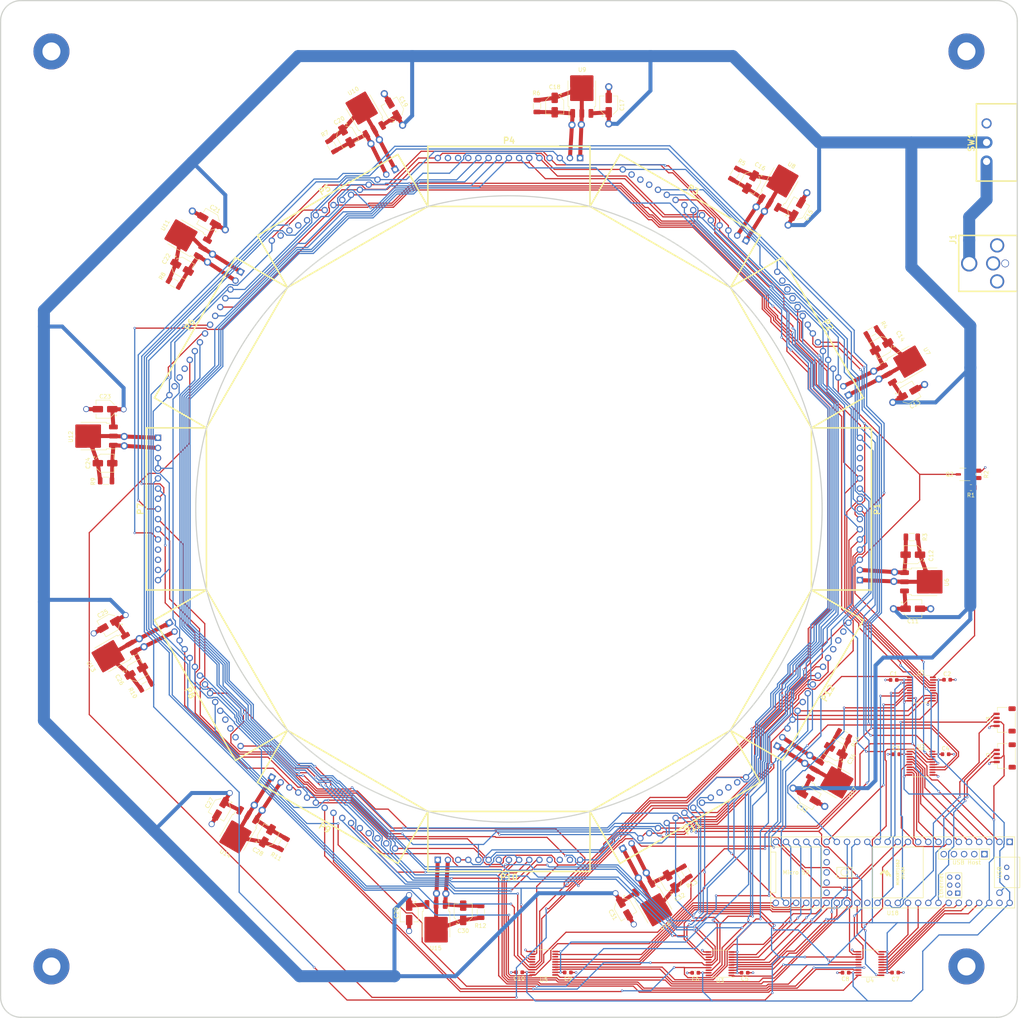
<source format=kicad_pcb>
(kicad_pcb (version 20221018) (generator pcbnew)
  (layers (0 "F.Cu" signal) (1 "In1.Cu" power) (2 "In2.Cu" power) (31 "B.Cu" signal) (34 "B.Paste" user) (35 "F.Paste" user) (36 "B.SilkS" user "B.Silkscreen") (37 "F.SilkS" user "F.Silkscreen") (38 "B.Mask" user) (39 "F.Mask" user) (44 "Edge.Cuts" user))
  (net 0 "")
  (net 1 "+3.3V")
  (net 2 "+5V")
  (net 3 "VCC")
  (net 4 "Net-(SW1-A)")
  (net 5 "/Teensy/SDA")
  (net 8 "/Teensy/SCL")
  (net 9 "/Teensy/A0")
  (net 11 "/Teensy/A1")
  (net 12 "/Panel Headers/POW.5V_HDR_1")
  (net 13 "/Level Shifters/PAN5V.SCK_1")
  (net 14 "/Level Shifters/PAN5V.SCK_0")
  (net 15 "/Level Shifters/PAN5V.MOSI_0")
  (net 16 "/Level Shifters/PAN5V.MISO_0")
  (net 17 "/Level Shifters/PAN5V.CS_00")
  (net 18 "/Level Shifters/PAN5V.CS_01")
  (net 19 "/Level Shifters/PAN5V.CS_02")
  (net 20 "/Level Shifters/PAN5V.CS_03")
  (net 21 "/Level Shifters/PAN5V.CS_04")
  (net 22 "/Level Shifters/PAN5V.EXT_INT")
  (net 23 "/Panel Headers/POW.5V_HDR_2")
  (net 24 "GND")
  (net 28 "/Level Shifters/PAN5V.CS_05")
  (net 29 "/Level Shifters/PAN5V.CS_06")
  (net 30 "/Level Shifters/PAN5V.CS_08")
  (net 31 "/Level Shifters/PAN5V.CS_09")
  (net 32 "/Panel Headers/POW.5V_HDR_3")
  (net 45 "Net-(Q2-G)")
  (net 46 "/Level Shifters/PAN5V.CS_10")
  (net 47 "/Level Shifters/PAN5V.CS_11")
  (net 48 "/Level Shifters/PAN5V.CS_12")
  (net 49 "/Level Shifters/PAN5V.CS_13")
  (net 50 "/Level Shifters/PAN5V.CS_14")
  (net 51 "/Panel Headers/POW.5V_HDR_4")
  (net 52 "/Level Shifters/PAN5V.CS_15")
  (net 53 "/Level Shifters/PAN5V.CS_16")
  (net 54 "/Level Shifters/PAN5V.CS_17")
  (net 55 "/Level Shifters/PAN5V.CS_18")
  (net 56 "/Level Shifters/PAN5V.CS_19")
  (net 57 "/Panel Headers/POW.5V_HDR_5")
  (net 58 "/Level Shifters/PAN5V.CS_20")
  (net 59 "/Level Shifters/PAN5V.CS_21")
  (net 60 "/Level Shifters/PAN5V.CS_22")
  (net 61 "/Level Shifters/PAN5V.CS_23")
  (net 62 "/Level Shifters/PAN5V.CS_24")
  (net 63 "/Panel Headers/POW.5V_HDR_6")
  (net 64 "/Level Shifters/PAN5V.CS_25")
  (net 65 "/Level Shifters/PAN5V.CS_26")
  (net 66 "/Level Shifters/PAN5V.CS_27")
  (net 67 "/Level Shifters/PAN5V.CS_28")
  (net 68 "/Level Shifters/PAN5V.CS_29")
  (net 69 "/Panel Headers/POW.5V_HDR_7")
  (net 70 "/Level Shifters/PAN5V.MOSI_1")
  (net 71 "/Level Shifters/PAN5V.MISO_1")
  (net 75 "/Panel Headers/POW.5V_HDR_8")
  (net 79 "/Panel Headers/POW.5V_HDR_9")
  (net 83 "/Panel Headers/POW.5V_HDR_10")
  (net 87 "/Panel Headers/POW.5V_HDR_11")
  (net 91 "/Panel Headers/POW.5V_HDR_12")
  (net 95 "/Level Shifters/PAN5V.RESET")
  (net 96 "/Level Shifters/PAN3V.RESET")
  (net 97 "/Level Shifters/PAN3V.SCK_0")
  (net 98 "/Level Shifters/PAN3V.MOSI_0")
  (net 99 "/Level Shifters/PAN3V.MISO_0")
  (net 101 "/Level Shifters/PAN3V.SCK_1")
  (net 102 "/Level Shifters/PAN3V.MOSI_1")
  (net 103 "/Level Shifters/PAN3V.MISO_1")
  (net 105 "/Level Shifters/PAN3V.CS_00")
  (net 106 "/Level Shifters/PAN3V.CS_01")
  (net 107 "/Level Shifters/PAN3V.CS_02")
  (net 108 "/Level Shifters/PAN3V.CS_03")
  (net 109 "/Level Shifters/PAN3V.CS_04")
  (net 110 "/Level Shifters/PAN3V.CS_05")
  (net 111 "/Level Shifters/PAN3V.CS_06")
  (net 112 "/Level Shifters/PAN3V.CS_07")
  (net 113 "/Level Shifters/PAN5V.CS_07")
  (net 114 "/Level Shifters/PAN3V.CS_08")
  (net 115 "/Level Shifters/PAN3V.CS_09")
  (net 116 "/Level Shifters/PAN3V.CS_10")
  (net 117 "/Level Shifters/PAN3V.CS_11")
  (net 118 "/Level Shifters/PAN3V.CS_12")
  (net 119 "/Level Shifters/PAN3V.CS_13")
  (net 120 "/Level Shifters/PAN3V.CS_14")
  (net 121 "/Level Shifters/PAN3V.CS_15")
  (net 122 "/Level Shifters/PAN3V.CS_16")
  (net 123 "/Level Shifters/PAN3V.CS_17")
  (net 124 "/Level Shifters/PAN3V.CS_18")
  (net 125 "/Level Shifters/PAN3V.CS_19")
  (net 126 "/Level Shifters/PAN3V.CS_20")
  (net 127 "/Level Shifters/PAN3V.CS_21")
  (net 128 "/Level Shifters/PAN3V.CS_22")
  (net 129 "/Level Shifters/PAN3V.CS_23")
  (net 130 "/Level Shifters/PAN3V.CS_24")
  (net 131 "/Level Shifters/PAN3V.CS_25")
  (net 132 "/Level Shifters/PAN3V.CS_26")
  (net 133 "/Level Shifters/PAN3V.CS_27")
  (net 134 "/Level Shifters/PAN3V.CS_28")
  (net 135 "/Level Shifters/PAN3V.CS_29")
  (net 137 "/Level Shifters/PAN3V.EXT_INT")
  (footprint "Capacitor_SMD:CP_Elec_4x5.4" (layer "F.Cu") (at 102.8795 105.758 150)
    (fp_text reference "C21")
    (fp_text value "10uF")
  )
  (footprint "Capacitor_SMD:C_1206_3216Metric" (layer "F.Cu") (at 170.774 278.45 90)
    (fp_text reference "R12")
    (fp_text value "300")
  )
  (footprint "Package_TO_SOT_SMD:TO-252-3_TabPin2" (layer "F.Cu") (at 159.597 281.659 -90)
    (fp_text reference "U15")
    (fp_text value "AZ1084-5.0")
  )
  (footprint "Capacitor_SMD:C_1206_3216Metric" (layer "F.Cu") (at 121.3903 261.4525 60)
    (fp_text reference "R11")
    (fp_text value "300")
  )
  (footprint "Capacitor_SMD:C_1206_3216Metric" (layer "F.Cu") (at 87.1215 222.0403 30)
    (fp_text reference "R10")
    (fp_text value "300")
  )
  (footprint "Capacitor_SMD:C_0603_1608Metric" (layer "F.Cu") (at 274.545 239.08 180)
    (fp_text reference "C3")
    (fp_text value "0.1uF")
  )
  (footprint "MountingHole:MountingHole_4.5mm_Pad" (layer "F.Cu") (at 63.5 63.5)
    (fp_text reference "H1" hide)
    (fp_text value "MountingHole_Pad")
  )
  (footprint "arena_custom:HEADER_TOP" (layer "F.Cu") (at 177.8 265.474)
    (fp_text reference "P10")
    (fp_text value "CONN15" hide)
  )
  (footprint "Capacitor_SMD:C_0603_1608Metric" (layer "F.Cu") (at 224.355 293.684 180)
    (fp_text reference "C6")
    (fp_text value "0.1uF")
  )
  (footprint "arena_custom:HEADER_TOP" (layer "F.Cu") (at 253.7279 221.637 60)
    (fp_text reference "P12")
    (fp_text value "CONN15" hide)
  )
  (footprint "arena_custom:HEADER_TOP" (layer "F.Cu") (at 90.126 177.8 -90)
    (fp_text reference "P7")
    (fp_text value "CONN15" hide)
  )
  (footprint "Capacitor_SMD:CP_Elec_4x5.4" (layer "F.Cu") (at 76.896 166.37)
    (fp_text reference "C24")
    (fp_text value "22uF")
  )
  (footprint "Capacitor_SMD:C_1206_3216Metric" (layer "F.Cu") (at 234.2097 94.1475 -120)
    (fp_text reference "R5")
    (fp_text value "300")
  )
  (footprint "Capacitor_SMD:CP_Elec_4x5.4" (layer "F.Cu") (at 148.938 77.9495 120)
    (fp_text reference "C19")
    (fp_text value "10F")
  )
  (footprint "Capacitor_SMD:CP_Elec_4x5.4" (layer "F.Cu") (at 278.704 202.73)
    (fp_text reference "C11")
    (fp_text value "10uF")
  )
  (footprint "arena_custom:slide_switch" (layer "F.Cu") (at 299.6692 86.233 90)
    (fp_text reference "SW1")
    (fp_text value "SW_SPDT" hide)
  )
  (footprint "Package_SO:TSSOP-20_4.4x6.5mm_P0.65mm" (layer "F.Cu") (at 230.5396 291.4176 180)
    (fp_text reference "U3")
    (fp_text value "TXB0108PW")
  )
  (footprint "Capacitor_SMD:CP_Elec_4x5.4" (layer "F.Cu") (at 105.758 252.7205 -120)
    (fp_text reference "C27")
    (fp_text value "10uF")
  )
  (footprint "Capacitor_SMD:C_0603_1608Metric" (layer "F.Cu") (at 261.912 293.654 180)
    (fp_text reference "C8")
    (fp_text value "0.1uF")
  )
  (footprint "Package_SO:TSSOP-20_4.4x6.5mm_P0.65mm" (layer "F.Cu") (at 280.7409 241.3398)
    (fp_text reference "U2")
    (fp_text value "TXB0108PW")
  )
  (footprint "Capacitor_SMD:C_1206_3216Metric" (layer "F.Cu") (at 133.5597 87.1215 -60)
    (fp_text reference "R7")
    (fp_text value "300")
  )
  (footprint "arena_custom:HEADER_TOP" (layer "F.Cu") (at 133.963 253.7279 -30)
    (fp_text reference "P9")
    (fp_text value "CONN15" hide)
  )
  (footprint "Package_TO_SOT_SMD:TO-252-3_TabPin2" (layer "F.Cu") (at 281.659 196.003)
    (fp_text reference "U6")
    (fp_text value "AZ1084-5.0")
  )
  (footprint "arena_custom:HEADER_TOP" (layer "F.Cu") (at 221.637 253.7279 30)
    (fp_text reference "P11")
    (fp_text value "CONN15" hide)
  )
  (footprint "Capacitor_SMD:CP_Elec_4x5.4" (layer "F.Cu") (at 270.9005 137.2467 -150)
    (fp_text reference "C14")
    (fp_text value "22uF")
  )
  (footprint "Capacitor_SMD:C_1206_3216Metric" (layer "F.Cu") (at 268.4785 133.5597 -150)
    (fp_text reference "R4")
    (fp_text value "300")
  )
  (footprint "Capacitor_SMD:C_0603_1608Metric" (layer "F.Cu") (at 192.504 293.604)
    (fp_text reference "C9")
    (fp_text value "0.1uF")
  )
  (footprint "Connector_JST:JST_SH_SM04B-SRSS-TB_1x04-1MP_P1.00mm_Horizontal" (layer "F.Cu") (at 301.625 230.505 90)
    (fp_text reference "J3")
    (fp_text value "Conn_01x04")
  )
  (footprint "Capacitor_SMD:C_0603_1608Metric" (layer "F.Cu") (at 287.274 220.472)
    (fp_text reference "C2")
    (fp_text value "0.1uF")
  )
  (footprint "Capacitor_SMD:C_0603_1608Metric" (layer "F.Cu") (at 236.69 293.674)
    (fp_text reference "C5")
    (fp_text value "0.1uF")
  )
  (footprint "Capacitor_SMD:CP_Elec_4x5.4" (layer "F.Cu") (at 96.1295 117.4493 -30)
    (fp_text reference "C22")
    (fp_text value "22uF")
  )
  (footprint "Capacitor_SMD:C_1206_3216Metric" (layer "F.Cu") (at 222.0403 268.4785 120)
    (fp_text reference "R13")
    (fp_text value "300")
  )
  (footprint "Capacitor_SMD:C_0603_1608Metric" (layer "F.Cu") (at 180.354 293.564 180)
    (fp_text reference "C10")
    (fp_text value "0.1uF")
  )
  (footprint "Capacitor_SMD:CP_Elec_4x5.4" (layer "F.Cu") (at 238.1507 96.1295 -120)
    (fp_text reference "C16")
    (fp_text value "22uF")
  )
  (footprint "Capacitor_SMD:CP_Elec_4x5.4" (layer "F.Cu") (at 84.6995 218.3533 30)
    (fp_text reference "C26")
    (fp_text value "22uF")
  )
  (footprint "Package_TO_SOT_SMD:TO-252-3_TabPin2" (layer "F.Cu") (at 213.9653 276.8461 -60)
    (fp_text reference "U16")
    (fp_text value "AZ1084-5.0")
  )
  (footprint "Package_TO_SOT_SMD:TO-252-3_TabPin2" (layer "F.Cu") (at 73.941 159.597 180)
    (fp_text reference "U12")
    (fp_text value "AZ1084-5.0")
  )
  (footprint "Package_TO_SOT_SMD:TO-252-3_TabPin2" (layer "F.Cu") (at 245.4938 96.9569 60)
    (fp_text reference "U8")
    (fp_text value "AZ1084-5.0")
  )
  (footprint "MountingHole:MountingHole_4.5mm_Pad" (layer "F.Cu") (at 292.1 292.1)
    (fp_text reference "H3" hide)
    (fp_text value "MountingHole_Pad")
  )
  (footprint "Package_SO:TSSOP-20_4.4x6.5mm_P0.65mm" (layer "F.Cu") (at 280.8555 222.799)
    (fp_text reference "U1")
    (fp_text value "TXB0108PW")
  )
  (footprint "Package_TO_SOT_SMD:SOT-23-3" (layer "F.Cu") (at 291.2055 169.164 180)
    (fp_text reference "Q2")
    (fp_text value "MOSFET_NCHAN")
  )
  (footprint "MountingHole:MountingHole_4.5mm_Pad" (layer "F.Cu") (at 63.5 292.1)
    (fp_text reference "H4" hide)
    (fp_text value "MountingHole_Pad")
  )
  (footprint "Capacitor_SMD:CP_Elec_4x5.4" (layer "F.Cu") (at 152.87 278.704 -90)
    (fp_text reference "C29")
    (fp_text value "10uF")
  )
  (footprint "Package_TO_SOT_SMD:TO-252-3_TabPin2" (layer "F.Cu") (at 78.7539 213.9653 -150)
    (fp_text reference "U13")
    (fp_text value "AZ1084-5.0")
  )
  (footprint "arena_custom:DCJACK_2PIN_HIGHCURRENT" (layer "F.Cu") (at 304.7746 116.459 -90)
    (fp_text reference "J1")
    (fp_text value "Barrel_Jack" hide)
  )
  (footprint "Package_TO_SOT_SMD:TO-252-3_TabPin2" (layer "F.Cu") (at 141.6347 78.7539 120)
    (fp_text reference "U10")
    (fp_text value "AZ1084-5.0")
  )
  (footprint "Capacitor_SMD:CP_Elec_4x5.4" (layer "F.Cu") (at 206.662 277.6505 -60)
    (fp_text reference "C31")
    (fp_text value "10uF")
  )
  (footprint "arena_custom:HEADER_TOP" (layer "F.Cu") (at 133.963 101.8721 -150)
    (fp_text reference "P5")
    (fp_text value "CONN15" hide)
  )
  (footprint "Package_SO:TSSOP-20_4.4x6.5mm_P0.65mm" (layer "F.Cu") (at 267.9826 291.3668 180)
    (fp_text reference "U4")
    (fp_text value "TXB0108PW")
  )
  (footprint "arena_custom:HEADER_TOP" (layer "F.Cu") (at 177.8 90.126 180)
    (fp_text reference "P4")
    (fp_text value "CONN15" hide)
  )
  (footprint "Resistor_SMD:R_0805_2012Metric" (layer "F.Cu") (at 293.2195 172.466)
    (fp_text reference "R1")
    (fp_text value "200")
  )
  (footprint "Capacitor_SMD:CP_Elec_4x5.4" (layer "F.Cu") (at 218.3533 270.9005 120)
    (fp_text reference "C32")
    (fp_text value "22uF")
  )
  (footprint "Capacitor_SMD:C_1206_3216Metric" (layer "F.Cu") (at 261.4525 234.2097 150)
    (fp_text reference "R14")
    (fp_text value "300")
  )
  (footprint "Package_TO_SOT_SMD:TO-252-3_TabPin2" (layer "F.Cu") (at 96.9569 110.1062 150)
    (fp_text reference "U11")
    (fp_text value "AZ1084-5.0")
  )
  (footprint "teensy:Teensy41" (layer "F.Cu") (at 273.685 268.605 180)
    (fp_text reference "U18")
    (fp_text value "Teensy4.1")
  )
  (footprint "Capacitor_SMD:CP_Elec_4x5.4" (layer "F.Cu") (at 189.23 76.896 -90)
    (fp_text reference "C18")
    (fp_text value "22uF")
  )
  (footprint "arena_custom:HEADER_TOP" (layer "F.Cu") (at 265.474 177.8 90)
    (fp_text reference "P1")
    (fp_text value "CONN15" hide)
  )
  (footprint "arena_custom:HEADER_TOP" (layer "F.Cu") (at 101.8721 133.963 -120)
    (fp_text reference "P6")
    (fp_text value "CONN15" hide)
  )
  (footprint "Capacitor_SMD:C_1206_3216Metric" (layer "F.Cu") (at 184.826 77.15 -90)
    (fp_text reference "R6")
    (fp_text value "300")
  )
  (footprint "arena_custom:HEADER_TOP" (layer "F.Cu") (at 101.8721 221.637 -60)
    (fp_text reference "P8")
    (fp_text value "CONN15" hide)
  )
  (footprint "Capacitor_SMD:C_1206_3216Metric" (layer "F.Cu") (at 77.15 170.774)
    (fp_text reference "R9")
    (fp_text value "300")
  )
  (footprint "Capacitor_SMD:CP_Elec_4x5.4" (layer "F.Cu") (at 76.896 152.87 180)
    (fp_text reference "C23")
    (fp_text value "10uF")
  )
  (footprint "Capacitor_SMD:CP_Elec_4x5.4" (layer "F.Cu") (at 117.4493 259.4705 60)
    (fp_text reference "C28")
    (fp_text value "22uF")
  )
  (footprint "Capacitor_SMD:CP_Elec_4x5.4" (layer "F.Cu") (at 77.9495 206.662 -150)
    (fp_text reference "C25")
    (fp_text value "10uF")
  )
  (footprint "Capacitor_SMD:C_1206_3216Metric" (layer "F.Cu") (at 278.45 184.826 180)
    (fp_text reference "R3")
    (fp_text value "300")
  )
  (footprint "MountingHole:MountingHole_4.5mm_Pad" (layer "F.Cu") (at 292.1 63.5)
    (fp_text reference "H2" hide)
    (fp_text value "MountingHole_Pad")
  )
  (footprint "Capacitor_SMD:C_0603_1608Metric" (layer "F.Cu") (at 286.885 239.08)
    (fp_text reference "C4")
    (fp_text value "0.1uF")
  )
  (footprint "Capacitor_SMD:CP_Elec_4x5.4" (layer "F.Cu") (at 137.2467 84.6995 -60)
    (fp_text reference "C20")
    (fp_text value "22uF")
  )
  (footprint "Capacitor_SMD:CP_Elec_4x5.4" (layer "F.Cu") (at 166.37 278.704 90)
    (fp_text reference "C30")
    (fp_text value "22uF")
  )
  (footprint "Capacitor_SMD:C_0603_1608Metric" (layer "F.Cu") (at 274.292 293.624)
    (fp_text reference "C7")
    (fp_text value "0.1uF")
  )
  (footprint "Capacitor_SMD:C_0603_1608Metric" (layer "F.Cu") (at 273.9136 220.5228 180)
    (fp_text reference "C1")
    (fp_text value "0.1uF")
  )
  (footprint "Capacitor_SMD:CP_Elec_4x5.4" (layer "F.Cu") (at 259.4705 238.1507 150)
    (fp_text reference "C34")
    (fp_text value "22uF")
  )
  (footprint "Capacitor_SMD:CP_Elec_4x5.4" (layer "F.Cu") (at 249.842 102.8795 60)
    (fp_text reference "C15")
    (fp_text value "10uF")
  )
  (footprint "Capacitor_SMD:CP_Elec_4x5.4" (layer "F.Cu") (at 277.6505 148.938 30)
    (fp_text reference "C13")
    (fp_text value "10uF")
  )
  (footprint "Capacitor_SMD:CP_Elec_4x5.4" (layer "F.Cu") (at 278.704 189.23 180)
    (fp_text reference "C12")
    (fp_text value "22uF")
  )
  (footprint "Package_TO_SOT_SMD:TO-252-3_TabPin2" (layer "F.Cu") (at 258.6431 245.4938 -30)
    (fp_text reference "U17")
    (fp_text value "AZ1084-5.0")
  )
  (footprint "arena_custom:HEADER_TOP" (layer "F.Cu") (at 253.7279 133.963 120)
    (fp_text reference "P2")
    (fp_text value "CONN15" hide)
  )
  (footprint "Connector_JST:JST_SH_SM04B-SRSS-TB_1x04-1MP_P1.00mm_Horizontal" (layer "F.Cu") (at 301.655 239.516 90)
    (fp_text reference "J2")
    (fp_text value "Conn_01x04")
  )
  (footprint "Capacitor_SMD:C_1206_3216Metric" (layer "F.Cu") (at 94.1475 121.3903 -30)
    (fp_text reference "R8")
    (fp_text value "300")
  )
  (footprint "Package_TO_SOT_SMD:TO-252-3_TabPin2" (layer "F.Cu") (at 196.003 73.941 90)
    (fp_text reference "U9")
    (fp_text value "AZ1084-5.0")
  )
  (footprint "arena_custom:HEADER_TOP" (layer "F.Cu") (at 221.637 101.8721 150)
    (fp_text reference "P3")
    (fp_text value "CONN15" hide)
  )
  (footprint "Package_TO_SOT_SMD:TO-252-3_TabPin2" (layer "F.Cu") (at 276.8461 141.6347 30)
    (fp_text reference "U7")
    (fp_text value "AZ1084-5.0")
  )
  (footprint "Package_SO:TSSOP-20_4.4x6.5mm_P0.65mm" (layer "F.Cu") (at 186.5017 291.2958 180)
    (fp_text reference "U5")
    (fp_text value "TXB0108PW")
  )
  (footprint "Resistor_SMD:R_0805_2012Metric" (layer "F.Cu") (at 295.148 169.164 -90)
    (fp_text reference "R2")
    (fp_text value "20k")
  )
  (footprint "Package_TO_SOT_SMD:TO-252-3_TabPin2" (layer "F.Cu") (at 110.1062 258.6431 -120)
    (fp_text reference "U14")
    (fp_text value "AZ1084-5.0")
  )
  (footprint "Capacitor_SMD:CP_Elec_4x5.4" (layer "F.Cu") (at 252.7205 249.842 -30)
    (fp_text reference "C33")
    (fp_text value "10uF")
  )
  (footprint "Capacitor_SMD:CP_Elec_4x5.4" (layer "F.Cu") (at 202.73 76.896 90)
    (fp_text reference "C17")
    (fp_text value "10uF")
  )
  (gr_arc (start 55.88 304.8) (mid 52.287898 303.312102) (end 50.8 299.72) (stroke (width 0.3)) (layer "Edge.Cuts"))
  (gr_line (start 304.8 55.88) (end 304.8 299.72) (stroke (width 0.3)) (layer "Edge.Cuts"))
  (gr_line (start 299.72 304.8) (end 55.88 304.8) (stroke (width 0.3)) (layer "Edge.Cuts"))
  (gr_circle (center 177.8 177.8) (end 256.04 177.8) (stroke (width 0.3)) (fill none) (layer "Edge.Cuts"))
  (gr_line (start 50.8 299.72) (end 50.8 55.88) (stroke (width 0.3)) (layer "Edge.Cuts"))
  (gr_arc (start 50.8 55.88) (mid 52.287898 52.287898) (end 55.88 50.8) (stroke (width 0.3)) (layer "Edge.Cuts"))
  (gr_arc (start 304.8 299.72) (mid 303.312102 303.312102) (end 299.72 304.8) (stroke (width 0.3)) (layer "Edge.Cuts"))
  (gr_line (start 55.88 50.8) (end 299.72 50.8) (stroke (width 0.3)) (layer "Edge.Cuts"))
  (gr_arc (start 299.72 50.8) (mid 303.312102 52.287898) (end 304.8 55.88) (stroke (width 0.3)) (layer "Edge.Cuts"))
  (segment (start 277.863 239.08) (end 277.8705 239.0725) (width 0.3) (layer "F.Cu") (net 1))
  (segment (start 301.505 244.455) (end 301.505 239.445) (width 0.3) (layer "F.Cu") (net 1))
  (segment (start 274.6888 220.523) (end 274.6886 220.5228) (width 0.3) (layer "F.Cu") (net 1))
  (segment (start 301.505 239.445) (end 301.4 239.34) (width 0.3) (layer "F.Cu") (net 1))
  (segment (start 277.992 220.523) (end 277.993 220.524) (width 0.3) (layer "F.Cu") (net 1))
  (segment (start 277.8707 239.0725) (end 277.8784 239.0648) (width 0.3) (layer "F.Cu") (net 1))
  (segment (start 276.965 244.265) (end 277.878 244.265) (width 0.3) (layer "F.Cu") (net 1))
  (segment (start 234.83 293.693) (end 235.896 293.693) (width 0.3) (layer "F.Cu") (net 1))
  (segment (start 189.3644 288.371) (end 189.364 288.371) (width 0.3) (layer "F.Cu") (net 1))
  (segment (start 301.4 239.34) (end 301.4 231.68) (width 0.3) (layer "F.Cu") (net 1))
  (segment (start 190.704 293.571) (end 191.696 293.571) (width 0.3) (layer "F.Cu") (net 1))
  (segment (start 233.402 293.693) (end 233.4025 293.693) (width 0.3) (layer "F.Cu") (net 1))
  (segment (start 272.312 293.642) (end 273.499 293.642) (width 0.3) (layer "F.Cu") (net 1))
  (segment (start 276.936 225.724) (end 277.993 225.724) (width 0.3) (layer "F.Cu") (net 1))
  (segment (start 277.8782 244.265) (end 277.8784 244.2648) (width 0.3) (layer "F.Cu") (net 1))
  (segment (start 270.8453 293.642) (end 272.312 293.642) (width 0.3) (layer "F.Cu") (net 1))
  (segment (start 234.811 288.493) (end 233.4021 288.493) (width 0.3) (layer "F.Cu") (net 1))
  (segment (start 298.965 246.995) (end 301.505 244.455) (width 0.3) (layer "F.Cu") (net 1))
  (segment (start 191.696 293.571) (end 191.729 293.604) (width 0.3) (layer "F.Cu") (net 1))
  (segment (start 190.691 288.371) (end 189.3644 288.371) (width 0.3) (layer "F.Cu") (net 1))
  (segment (start 300.436 240.01) (end 300.74 240.01) (width 0.3) (layer "F.Cu") (net 1))
  (segment (start 273.499 293.642) (end 273.517 293.624) (width 0.3) (layer "F.Cu") (net 1))
  (segment (start 234.84 288.464) (end 234.811 288.493) (width 0.3) (layer "F.Cu") (net 1))
  (segment (start 189.3644 288.371) (end 189.3642 288.3708) (width 0.3) (layer "F.Cu") (net 1))
  (segment (start 301.4 231.68) (end 300.725 231.005) (width 0.3) (layer "F.Cu") (net 1))
  (segment (start 233.4021 288.4926) (end 233.4021 288.493) (width 0.3) (layer "F.Cu") (net 1))
  (segment (start 270.8453 288.442) (end 270.8451 288.4418) (width 0.3) (layer "F.Cu") (net 1))
  (segment (start 233.4021 288.493) (end 233.402 288.493) (width 0.3) (layer "F.Cu") (net 1))
  (segment (start 300.74 240) (end 301.4 239.34) (width 0.3) (layer "F.Cu") (net 1))
  (segment (start 189.364 293.571) (end 189.3644 293.571) (width 0.3) (layer "F.Cu") (net 1))
  (segment (start 270.8453 288.442) (end 270.845 288.442) (width 0.3) (layer "F.Cu") (net 1))
  (segment (start 233.4025 293.693) (end 233.4021 293.6926) (width 0.3) (layer "F.Cu") (net 1))
  (segment (start 300.725 231.005) (end 299.625 231.005) (width 0.3) (layer "F.Cu") (net 1))
  (segment (start 190.704 288.384) (end 190.691 288.371) (width 0.3) (layer "F.Cu") (net 1))
  (segment (start 276.555 226.105) (end 276.936 225.724) (width 0.3) (layer "F.Cu") (net 1))
  (segment (start 277.878 244.265) (end 277.8782 244.265) (width 0.3) (layer "F.Cu") (net 1))
  (segment (start 233.4025 293.693) (end 234.83 293.693) (width 0.3) (layer "F.Cu") (net 1))
  (segment (start 234.83 293.714) (end 234.83 293.693) (width 0.3) (layer "F.Cu") (net 1))
  (segment (start 274.689 220.523) (end 276.51 220.523) (width 0.3) (layer "F.Cu") (net 1))
  (segment (start 276.51 220.523) (end 277.992 220.523) (width 0.3) (layer "F.Cu") (net 1))
  (segment (start 299.655 240.016) (end 300.43 240.016) (width 0.3) (layer "F.Cu") (net 1))
  (segment (start 272.284 288.442) (end 270.8453 288.442) (width 0.3) (layer "F.Cu") (net 1))
  (segment (start 276.53 239.08) (end 277.863 239.08) (width 0.3) (layer "F.Cu") (net 1))
  (segment (start 272.302 288.424) (end 272.284 288.442) (width 0.3) (layer "F.Cu") (net 1))
  (segment (start 235.896 293.693) (end 235.915 293.674) (width 0.3) (layer "F.Cu") (net 1))
  (segment (start 298.965 255.46) (end 298.965 246.995) (width 0.3) (layer "F.Cu") (net 1))
  (segment (start 277.8705 239.0725) (end 277.8707 239.0725) (width 0.3) (layer "F.Cu") (net 1))
  (segment (start 270.845 293.642) (end 270.8453 293.642) (width 0.3) (layer "F.Cu") (net 1))
  (segment (start 277.8705 239.0725) (end 277.878 239.065) (width 0.3) (layer "F.Cu") (net 1))
  (segment (start 274.689 220.523) (end 274.6888 220.523) (width 0.3) (layer "F.Cu") (net 1))
  (segment (start 300.74 240.01) (end 300.74 240) (width 0.3) (layer "F.Cu") (net 1))
  (segment (start 189.3644 293.571) (end 189.3642 293.5708) (width 0.3) (layer "F.Cu") (net 1))
  (segment (start 300.43 240.016) (end 300.436 240.01) (width 0.3) (layer "F.Cu") (net 1))
  (segment (start 276.52 244.71) (end 276.965 244.265) (width 0.3) (layer "F.Cu") (net 1))
  (segment (start 189.3644 293.571) (end 190.704 293.571) (width 0.3) (layer "F.Cu") (net 1))
  (segment (start 270.8453 293.642) (end 270.8451 293.6418) (width 0.3) (layer "F.Cu") (net 1))
  (segment (start 275.32 239.08) (end 276.53 239.08) (width 0.3) (layer "F.Cu") (net 1))
  (via (at 190.704 293.571) (size 0.6) (drill 0.3) (layers "F.Cu" "B.Cu") (net 1))
  (via (at 276.52 244.71) (size 0.6) (drill 0.3) (layers "F.Cu" "B.Cu") (net 1))
  (via (at 272.312 293.642) (size 0.6) (drill 0.3) (layers "F.Cu" "B.Cu") (net 1))
  (via (at 276.51 220.523) (size 0.6) (drill 0.3) (layers "F.Cu" "B.Cu") (net 1))
  (via (at 190.704 288.384) (size 0.6) (drill 0.3) (layers "F.Cu" "B.Cu") (net 1))
  (via (at 234.84 288.464) (size 0.6) (drill 0.3) (layers "F.Cu" "B.Cu") (net 1))
  (via (at 276.555 226.105) (size 0.6) (drill 0.3) (layers "F.Cu" "B.Cu") (net 1))
  (via (at 276.53 239.08) (size 0.6) (drill 0.3) (layers "F.Cu" "B.Cu") (net 1))
  (via (at 272.302 288.424) (size 0.6) (drill 0.3) (layers "F.Cu" "B.Cu") (net 1))
  (via (at 234.83 293.714) (size 0.6) (drill 0.3) (layers "F.Cu" "B.Cu") (net 1))
  (via (at 298.965 255.46) (size 0.6) (drill 0.3) (layers "F.Cu" "B.Cu") (net 1))
  (segment (start 298.965 255.46) (end 298.965 264.955) (width 0.3) (layer "B.Cu") (net 1))
  (segment (start 221.996 286.004) (end 193.294 286.004) (width 0.3) (layer "B.Cu") (net 1))
  (segment (start 234.84 288.464) (end 234.84 284.844) (width 0.3) (layer "B.Cu") (net 1))
  (segment (start 272.302 288.424) (end 272.302 283.704) (width 0.3) (layer "B.Cu") (net 1))
  (segment (start 277.73 249.02) (end 276.52 247.81) (width 0.3) (layer "B.Cu") (net 1))
  (segment (start 190.704 288.384) (end 190.704 293.571) (width 0.3) (layer "B.Cu") (net 1))
  (segment (start 238.506 281.178) (end 226.822 281.178) (width 0.3) (layer "B.Cu") (net 1))
  (segment (start 276.555 226.105) (end 276.51 226.06) (width 0.3) (layer "B.Cu") (net 1))
  (segment (start 276.53 226.13) (end 276.53 239.08) (width 0.3) (layer "B.Cu") (net 1))
  (segment (start 190.704 288.384) (end 190.704 288.274) (width 0.3) (layer "B.Cu") (net 1))
  (segment (start 298.965 255.46) (end 298.93 255.46) (width 0.3) (layer "B.Cu") (net 1))
  (segment (start 190.914 288.384) (end 190.704 288.384) (width 0.3) (layer "B.Cu") (net 1))
  (segment (start 226.822 281.178) (end 221.996 286.004) (width 0.3) (layer "B.Cu") (net 1))
  (segment (start 276.555 226.105) (end 276.53 226.13) (width 0.3) (layer "B.Cu") (net 1))
  (segment (start 298.965 264.955) (end 297.815 266.105) (width 0.3) (layer "B.Cu") (net 1))
  (segment (start 268.605 262.255) (end 267.335 260.985) (width 0.3) (layer "B.Cu") (net 1))
  (segment (start 274.828 281.178) (end 268.605 281.178) (width 0.3) (layer "B.Cu") (net 1))
  (segment (start 234.84 288.464) (end 234.84 293.704) (width 0.3) (layer "B.Cu") (net 1))
  (segment (start 297.815 276.225) (end 292.862 281.178) (width 0.3) (layer "B.Cu") (net 1))
  (segment (start 292.49 249.02) (end 277.73 249.02) (width 0.3) (layer "B.Cu") (net 1))
  (segment (start 268.605 281.178) (end 268.605 262.255) (width 0.3) (layer "B.Cu") (net 1))
  (segment (start 297.815 266.105) (end 297.815 276.225) (width 0.3) (layer "B.Cu") (net 1))
  (segment (start 272.302 283.704) (end 274.828 281.178) (width 0.3) (layer "B.Cu") (net 1))
  (segment (start 276.52 244.71) (end 276.52 239.09) (width 0.3) (layer "B.Cu") (net 1))
  (segment (start 276.52 239.09) (end 276.53 239.08) (width 0.3) (layer "B.Cu") (net 1))
  (segment (start 292.862 281.178) (end 274.828 281.178) (width 0.3) (layer "B.Cu") (net 1))
  (segment (start 234.84 293.704) (end 234.83 293.714) (width 0.3) (layer "B.Cu") (net 1))
  (segment (start 272.302 288.424) (end 272.302 293.632) (width 0.3) (layer "B.Cu") (net 1))
  (segment (start 193.294 286.004) (end 190.914 288.384) (width 0.3) (layer "B.Cu") (net 1))
  (segment (start 268.605 281.178) (end 238.506 281.178) (width 0.3) (layer "B.Cu") (net 1))
  (segment (start 234.84 284.844) (end 238.506 281.178) (width 0.3) (layer "B.Cu") (net 1))
  (segment (start 276.52 247.81) (end 276.52 244.71) (width 0.3) (layer "B.Cu") (net 1))
  (segment (start 298.93 255.46) (end 292.49 249.02) (width 0.3) (layer "B.Cu") (net 1))
  (segment (start 276.51 226.06) (end 276.51 220.523) (width 0.3) (layer "B.Cu") (net 1))
  (segment (start 272.302 293.632) (end 272.312 293.642) (width 0.3) (layer "B.Cu") (net 1))
  (segment (start 183.639 293.571) (end 183.636 293.574) (width 0.3) (layer "F.Cu") (net 2))
  (segment (start 227.6725 293.6885) (end 227.673 293.6885) (width 0.3) (layer "F.Cu") (net 2))
  (segment (start 265.1163 293.638) (end 265.1201 293.6418) (width 0.3) (layer "F.Cu") (net 2))
  (segment (start 227.668 293.684) (end 226.2 293.684) (width 0.3) (layer "F.Cu") (net 2))
  (segment (start 265.116 293.638) (end 265.1163 293.638) (width 0.3) (layer "F.Cu") (net 2))
  (segment (start 183.6392 293.5708) (end 183.639 293.571) (width 0.3) (layer "F.Cu") (net 2))
  (segment (start 283.718 220.524) (end 285.14 220.524) (width 0.3) (layer "F.Cu") (net 2))
  (segment (start 283.603 239.065) (end 283.6036 239.065) (width 0.3) (layer "F.Cu") (net 2))
  (segment (start 283.6036 239.065) (end 285.06 239.065) (width 0.3) (layer "F.Cu") (net 2))
  (segment (start 262.687 293.654) (end 263.782 293.654) (width 0.3) (layer "F.Cu") (net 2))
  (segment (start 227.6725 293.6885) (end 227.668 293.684) (width 0.3) (layer "F.Cu") (net 2))
  (segment (start 285.14 220.524) (end 286.447 220.524) (width 0.3) (layer "F.Cu") (net 2))
  (segment (start 181.129 293.564) (end 182.274 293.564) (width 0.3) (layer "F.Cu") (net 2))
  (segment (start 182.274 293.564) (end 183.632 293.564) (width 0.3) (layer "F.Cu") (net 2))
  (segment (start 283.6036 239.065) (end 283.6034 239.0648) (width 0.3) (layer "F.Cu") (net 2))
  (segment (start 227.673 293.6885) (end 227.6771 293.6926) (width 0.3) (layer "F.Cu") (net 2))
  (segment (start 285.06 239.065) (end 286.095 239.065) (width 0.3) (layer "F.Cu") (net 2))
  (segment (start 183.632 293.564) (end 183.639 293.571) (width 0.3) (layer "F.Cu") (net 2))
  (segment (start 265.12 293.642) (end 265.116 293.638) (width 0.3) (layer "F.Cu") (net 2))
  (segment (start 227.666 293.704) (end 227.677 293.693) (width 0.3) (layer "F.Cu") (net 2))
  (segment (start 225.13 293.684) (end 226.2 293.684) (width 0.3) (layer "F.Cu") (net 2))
  (segment (start 286.095 239.065) (end 286.11 239.08) (width 0.3) (layer "F.Cu") (net 2))
  (segment (start 265.116 293.638) (end 265.112 293.634) (width 0.3) (layer "F.Cu") (net 2))
  (segment (start 286.447 220.524) (end 286.499 220.472) (width 0.3) (layer "F.Cu") (net 2))
  (segment (start 263.782 293.654) (end 265.108 293.654) (width 0.3) (layer "F.Cu") (net 2))
  (segment (start 227.677 293.693) (end 227.6725 293.6885) (width 0.3) (layer "F.Cu") (net 2))
  (segment (start 265.108 293.654) (end 265.12 293.642) (width 0.3) (layer "F.Cu") (net 2))
  (via (at 263.782 293.654) (size 0.6) (drill 0.3) (layers "F.Cu" "B.Cu") (net 2))
  (via (at 226.2 293.684) (size 0.6) (drill 0.3) (layers "F.Cu" "B.Cu") (net 2))
  (via (at 285.14 220.524) (size 0.6) (drill 0.3) (layers "F.Cu" "B.Cu") (net 2))
  (via (at 285.06 239.065) (size 0.6) (drill 0.3) (layers "F.Cu" "B.Cu") (net 2))
  (via (at 182.274 293.564) (size 0.6) (drill 0.3) (layers "F.Cu" "B.Cu") (net 2))
  (segment (start 267.462 300.736) (end 228.6 300.736) (width 0.3) (layer "B.Cu") (net 2))
  (segment (start 301.52 256.18) (end 285.06 239.72) (width 0.3) (layer "B.Cu") (net 2))
  (segment (start 285.06 239.72) (end 285.06 239.065) (width 0.3) (layer "B.Cu") (net 2))
  (segment (start 301.44 262.22) (end 301.44 261.58) (width 0.3) (layer "B.Cu") (net 2))
  (segment (start 263.782 293.654) (end 263.782 297.056) (width 0.3) (layer "B.Cu") (net 2))
  (segment (start 285.242 284.226) (end 281.178 288.29) (width 0.3) (layer "B.Cu") (net 2))
  (segment (start 301.52 261.5) (end 301.52 256.18) (width 0.3) (layer "B.Cu") (net 2))
  (segment (start 281.178 288.29) (end 281.178 297.942) (width 0.3) (layer "B.Cu") (net 2))
  (segment (start 300.45 263.21) (end 301.44 262.22) (width 0.3) (layer "B.Cu") (net 2))
  (segment (start 301.6725 272.2925) (end 300.355 273.61) (width 0.3) (layer "B.Cu") (net 2))
  (segment (start 300.355 273.61) (end 300.355 273.685) (width 0.3) (layer "B.Cu") (net 2))
  (segment (start 301.44 261.58) (end 301.52 261.5) (width 0.3) (layer "B.Cu") (net 2))
  (segment (start 285.07 239.055) (end 285.07 220.594) (width 0.3) (layer "B.Cu") (net 2))
  (segment (start 281.178 297.942) (end 278.384 300.736) (width 0.3) (layer "B.Cu") (net 2))
  (segment (start 226.2 293.684) (end 226.2 298.336) (width 0.3) (layer "B.Cu") (net 2))
  (segment (start 278.384 300.736) (end 267.462 300.736) (width 0.3) (layer "B.Cu") (net 2))
  (segment (start 301.6725 272.2925) (end 300.45 271.07) (width 0.3) (layer "B.Cu") (net 2))
  (segment (start 228.6 300.736) (end 184.404 300.736) (width 0.3) (layer "B.Cu") (net 2))
  (segment (start 302.895 276.225) (end 294.894 284.226) (width 0.3) (layer "B.Cu") (net 2))
  (segment (start 184.404 300.736) (end 182.274 298.606) (width 0.3) (layer "B.Cu") (net 2))
  (segment (start 300.45 271.07) (end 300.45 263.21) (width 0.3) (layer "B.Cu") (net 2))
  (segment (start 285.06 239.065) (end 285.07 239.055) (width 0.3) (layer "B.Cu") (net 2))
  (segment (start 263.782 297.056) (end 267.462 300.736) (width 0.3) (layer "B.Cu") (net 2))
  (segment (start 182.274 298.606) (end 182.274 293.564) (width 0.3) (layer "B.Cu") (net 2))
  (segment (start 226.2 298.336) (end 228.6 300.736) (width 0.3) (layer "B.Cu") (net 2))
  (segment (start 302.895 273.515) (end 301.6725 272.2925) (width 0.3) (layer "B.Cu") (net 2))
  (segment (start 285.07 220.594) (end 285.14 220.524) (width 0.3) (layer "B.Cu") (net 2))
  (segment (start 302.895 276.225) (end 302.895 273.515) (width 0.3) (layer "B.Cu") (net 2))
  (segment (start 294.894 284.226) (end 285.242 284.226) (width 0.3) (layer "B.Cu") (net 2))
  (segment (start 78.696 152.87) (end 81.534 152.908) (width 1) (layer "F.Cu") (net 3))
  (segment (start 204.419 273.812) (end 205.7619 276.0918) (width 1) (layer "F.Cu") (net 3))
  (segment (start 248.942 104.438) (end 248.8917 104.5262) (width 1) (layer "F.Cu") (net 3))
  (segment (start 148.6028 80.7435) (end 149.838 79.5083) (width 1) (layer "F.Cu") (net 3))
  (segment (start 202.73 78.696) (end 202.743 81.5848) (width 1) (layer "F.Cu") (net 3))
  (segment (start 147.9836 80.7435) (end 149.838 79.5084) (width 1) (layer "F.Cu") (net 3))
  (segment (start 273.6211 146.129) (end 273.621 146.129) (width 1) (layer "F.Cu") (net 3))
  (segment (start 80.7435 207.6164) (end 79.5084 205.762) (width 1) (layer "F.Cu") (net 3))
  (segment (start 205.7619 276.0918) (end 205.762 276.092) (width 1) (layer "F.Cu") (net 3))
  (segment (start 81.9786 209.4709) (end 80.7435 207.6164) (width 1) (layer "F.Cu") (net 3))
  (segment (start 146.1292 81.9787) (end 146.129 81.9787) (width 1) (layer "F.Cu") (net 3))
  (segment (start 251.1098 248.8901) (end 251.0728 248.8901) (width 1) (layer "F.Cu") (net 3))
  (segment (start 276.904 202.73) (end 273.863 202.743) (width 1) (layer "F.Cu") (net 3))
  (segment (start 78.696 152.87) (end 78.981 157.317) (width 1) (layer "F.Cu") (net 3))
  (segment (start 273.6213 146.1292) (end 273.6211 146.129) (width 1) (layer "F.Cu") (net 3))
  (segment (start 147.9836 80.7435) (end 148.6028 80.7435) (width 1) (layer "F.Cu") (net 3))
  (segment (start 102.462 110.652) (end 104.438 106.658) (width 1) (layer "F.Cu") (net 3))
  (segment (start 276.0917 149.838) (end 276.0918 149.8381) (width 1) (layer "F.Cu") (net 3))
  (segment (start 253.1383 244.9483) (end 253.138 244.948) (width 1) (layer "F.Cu") (net 3))
  (segment (start 276.619 198.283) (end 276.904 202.73) (width 1) (layer "F.Cu") (net 3))
  (segment (start 205.762 276.092) (end 209.471 273.621) (width 1) (layer "F.Cu") (net 3))
  (segment (start 79.5084 205.762) (end 82.042 204.318) (width 1) (layer "F.Cu") (net 3))
  (segment (start 106.658 251.162) (end 110.652 253.138) (width 1) (layer "F.Cu") (net 3))
  (segment (start 105.686 107.355) (end 105.1353 107.355) (width 1) (layer "F.Cu") (net 3))
  (segment (start 108.052 248.768) (end 106.7099 251.0728) (width 1) (layer "F.Cu") (net 3))
  (segment (start 209.4708 273.6212) (end 209.471 273.621) (width 1) (layer "F.Cu") (net 3))
  (segment (start 248.942 104.4759) (end 248.8917 104.5262) (width 1) (layer "F.Cu") (net 3))
  (segment (start 110.6517 253.1383) (end 110.652 253.138) (width 1) (layer "F.Cu") (net 3))
  (segment (start 209.4708 273.6213) (end 209.4708 273.6212) (width 1) (layer "F.Cu") (net 3))
  (segment (start 251.0728 248.8901) (end 248.768 247.548) (width 1) (layer "F.Cu") (net 3))
  (segment (start 205.762 276.0917) (end 205.7619 276.0918) (width 1) (layer "F.Cu") (net 3))
  (segment (start 105.1353 107.355) (end 104.4383 106.658) (width 1) (layer "F.Cu") (net 3))
  (segment (start 79.5083 206.3812) (end 79.5083 205.762) (width 1) (layer "F.Cu") (net 3))
  (segment (start 248.8917 104.5262) (end 247.548 106.883) (width 1) (layer "F.Cu") (net 3))
  (segment (start 81.9787 209.4708) (end 81.9786 209.4709) (width 1) (layer "F.Cu") (net 3))
  (segment (start 251.162 248.942) (end 251.0728 248.8901) (width 1) (layer "F.Cu") (net 3))
  (segment (start 276.0918 149.8381) (end 273.71 151.181) (width 1) (layer "F.Cu") (net 3))
  (segment (start 244.9483 102.4617) (end 244.948 102.462) (width 1) (layer "F.Cu") (net 3))
  (segment (start 152.87 276.904) (end 157.317 276.619) (width 1) (layer "F.Cu") (net 3))
  (segment (start 146.129 81.9787) (end 147.9836 80.7435) (width 1) (layer "F.Cu") (net 3))
  (segment (start 152.87 276.904) (end 152.857 274.269) (width 1) (layer "F.Cu") (net 3))
  (segment (start 253.138 244.948) (end 251.162 248.942) (width 1) (layer "F.Cu") (net 3))
  (segment (start 198.283 78.981) (end 202.73 78.696) (width 1) (layer "F.Cu") (net 3))
  (segment (start 273.621 146.129) (end 276.092 149.838) (width 1) (layer "F.Cu") (net 3))
  (segment (start 105.686 107.355) (end 106.934 108.052) (width 1) (layer "F.Cu") (net 3))
  (segment (start 251.1617 248.942) (end 251.1098 248.8901) (width 1) (layer "F.Cu") (net 3))
  (segment (start 106.658 251.1617) (end 106.658 251.1247) (width 1) (layer "F.Cu") (net 3))
  (segment (start 81.9787 209.471) (end 81.9786 209.4709) (width 1) (layer "F.Cu") (net 3))
  (segment (start 102.4617 110.6517) (end 102.462 110.652) (width 1) (layer "F.Cu") (net 3))
  (segment (start 106.658 251.1247) (end 106.7099 251.0728) (width 1) (layer "F.Cu") (net 3))
  (segment (start 80.7435 207.6164) (end 79.5083 206.3812) (width 1) (layer "F.Cu") (net 3))
  (segment (start 104.438 106.658) (end 105.686 107.355) (width 1) (layer "F.Cu") (net 3))
  (segment (start 106.7099 251.0728) (end 106.658 251.162) (width 1) (layer "F.Cu") (net 3))
  (segment (start 248.942 104.4383) (end 248.942 104.4759) (width 1) (layer "F.Cu") (net 3))
  (segment (start 276.092 149.838) (end 276.0918 149.8381) (width 1) (layer "F.Cu") (net 3))
  (segment (start 149.838 79.5084) (end 151.232 81.9404) (width 1) (layer "F.Cu") (net 3))
  (segment (start 244.948 102.462) (end 248.942 104.438) (width 1) (layer "F.Cu") (net 3))
  (via (at 152.857 274.269) (size 1.5) (drill 1.1) (layers "F.Cu" "B.Cu") (net 3))
  (via (at 151.232 81.9404) (size 1.8) (drill 1.1) (layers "F.Cu" "B.Cu") (net 3))
  (via (at 248.768 247.548) (size 1.8) (drill 1.1) (layers "F.Cu" "B.Cu") (net 3))
  (via (at 81.534 152.908) (size 1.5) (drill 1.1) (layers "F.Cu" "B.Cu") (net 3))
  (via (at 247.548 106.883) (size 1.8) (drill 1.1) (layers "F.Cu" "B.Cu") (net 3))
  (via (at 108.052 248.768) (size 1.5) (drill 1.1) (layers "F.Cu" "B.Cu") (net 3))
  (via (at 273.71 151.181) (size 1.8) (drill 1.1) (layers "F.Cu" "B.Cu") (net 3))
  (via (at 273.863 202.743) (size 1.8) (drill 1.1) (layers "F.Cu" "B.Cu") (net 3))
  (via (at 106.934 108.052) (size 1.8) (drill 1.1) (layers "F.Cu" "B.Cu") (net 3))
  (via (at 82.042 204.318) (size 1.5) (drill 1.1) (layers "F.Cu" "B.Cu") (net 3))
  (via (at 204.419 273.812) (size 1.5) (drill 1.1) (layers "F.Cu" "B.Cu") (net 3))
  (via (at 202.743 81.5848) (size 1.8) (drill 1.1) (layers "F.Cu" "B.Cu") (net 3))
  (segment (start 271.35 214.93) (end 269.38 216.9) (width 1) (layer "B.Cu") (net 3))
  (segment (start 98.552 248.768) (end 89.1286 258.191) (width 1) (layer "B.Cu") (net 3))
  (segment (start 278.333 117.348) (end 293.065 132.08) (width 3) (layer "B.Cu") (net 3))
  (segment (start 233.731 64.6684) (end 213.157 64.6684) (width 3) (layer "B.Cu") (net 3))
  (segment (start 297.129 86.233) (end 278.333 86.233) (width 3) (layer "B.Cu") (net 3))
  (segment (start 269.38 216.9) (end 269.38 245.65) (width 1) (layer "B.Cu") (net 3))
  (segment (start 251.612 106.883) (end 255.295 103.2) (width 1) (layer "B.Cu") (net 3))
  (segment (start 164.44 294.538) (end 185.166 273.812) (width 1) (layer "B.Cu") (net 3))
  (segment (start 278.333 86.233) (end 255.295 86.233) (width 3) (layer "B.Cu") (net 3))
  (segment (start 61.6204 230.683) (end 89.1286 258.191) (width 3) (layer "B.Cu") (net 3))
  (segment (start 106.934 108.052) (end 106.934 99.3648) (width 1) (layer "B.Cu") (net 3))
  (segment (start 81.534 152.908) (end 81.534 147.574) (width 1) (layer "B.Cu") (net 3))
  (segment (start 153.619 64.6684) (end 125.171 64.6684) (width 3) (layer "B.Cu") (net 3))
  (segment (start 61.6204 128.219) (end 61.6204 132.232) (width 3) (layer "B.Cu") (net 3))
  (segment (start 110.592 279.654) (end 125.476 294.538) (width 3) (layer "B.Cu") (net 3))
  (segment (start 153.619 79.5528) (end 153.619 64.6684) (width 1) (layer "B.Cu") (net 3))
  (segment (start 204.876 81.5848) (end 213.157 73.3044) (width 1) (layer "B.Cu") (net 3))
  (segment (start 149.2 294.538) (end 164.44 294.538) (width 1) (layer "B.Cu") (net 3))
  (segment (start 267.482 247.548) (end 248.768 247.548) (width 1) (layer "B.Cu") (net 3))
  (segment (start 284.378 151.181) (end 293.065 142.494) (width 1) (layer "B.Cu") (net 3))
  (segment (start 62.1284 200.508) (end 61.6204 201.016) (width 1) (layer "B.Cu") (net 3))
  (segment (start 81.534 147.574) (end 66.1924 132.232) (width 1) (layer "B.Cu") (net 3))
  (segment (start 149.2 294.538) (end 149.25 294.488) (width 3) (layer "B.Cu") (net 3))
  (segment (start 78.232 200.508) (end 62.1284 200.508) (width 1) (layer "B.Cu") (net 3))
  (segment (start 255.295 103.2) (end 255.295 86.233) (width 1) (layer "B.Cu") (net 3))
  (segment (start 108.052 248.768) (end 98.552 248.768) (width 1) (layer "B.Cu") (net 3))
  (segment (start 293.065 132.08) (end 293.065 142.494) (width 3) (layer "B.Cu") (net 3))
  (segment (start 278.333 86.233) (end 278.333 117.348) (width 3) (layer "B.Cu") (net 3))
  (segment (start 149.2 277.927) (end 149.2 294.538) (width 1) (layer "B.Cu") (net 3))
  (segment (start 106.934 99.3648) (end 98.7044 91.1352) (width 1) (layer "B.Cu") (net 3))
  (segment (start 293.065 202.032) (end 293.065 205.395) (width 1) (layer "B.Cu") (net 3))
  (segment (start 293.065 202.032) (end 290.271 204.826) (width 1) (layer "B.Cu") (net 3))
  (segment (start 61.6204 201.016) (end 61.6204 230.683) (width 3) (layer "B.Cu") (net 3))
  (segment (start 202.743 81.5848) (end 204.876 81.5848) (width 1) (layer "B.Cu") (net 3))
  (segment (start 213.157 73.3044) (end 213.157 64.6684) (width 1) (layer "B.Cu") (net 3))
  (segment (start 66.1924 132.232) (end 61.6204 132.232) (width 1) (layer "B.Cu") (net 3))
  (segment (start 125.476 294.538) (end 149.2 294.538) (width 3) (layer "B.Cu") (net 3))
  (segment (start 297.1292 86.233) (end 297.129 86.233) (width 1) (layer "B.Cu") (net 3))
  (segment (start 89.1286 258.191) (end 110.592 279.654) (width 3) (layer "B.Cu") (net 3))
  (segment (start 275.946 204.826) (end 273.863 202.743) (width 1) (layer "B.Cu") (net 3))
  (segment (start 213.157 64.6684) (end 153.619 64.6684) (width 3) (layer "B.Cu") (net 3))
  (segment (start 293.065 142.494) (end 293.065 202.032) (width 3) (layer "B.Cu") (net 3))
  (segment (start 269.38 245.65) (end 267.482 247.548) (width 1) (layer "B.Cu") (net 3))
  (segment (start 255.295 86.233) (end 233.731 64.6684) (width 3) (layer "B.Cu") (net 3))
  (segment (start 293.065 205.395) (end 283.53 214.93) (width 1) (layer "B.Cu") (net 3))
  (segment (start 98.7044 91.1352) (end 61.6204 128.219) (width 3) (layer "B.Cu") (net 3))
  (segment (start 247.548 106.883) (end 251.612 106.883) (width 1) (layer "B.Cu") (net 3))
  (segment (start 151.232 81.9404) (end 153.619 79.5528) (width 1) (layer "B.Cu") (net 3))
  (segment (start 61.6204 132.232) (end 61.6204 201.016) (width 3) (layer "B.Cu") (net 3))
  (segment (start 283.53 214.93) (end 271.35 214.93) (width 1) (layer "B.Cu") (net 3))
  (segment (start 185.166 273.812) (end 204.419 273.812) (width 1) (layer "B.Cu") (net 3))
  (segment (start 152.857 274.269) (end 149.2 277.927) (width 1) (layer "B.Cu") (net 3))
  (segment (start 290.271 204.826) (end 275.946 204.826) (width 1) (layer "B.Cu") (net 3))
  (segment (start 273.71 151.181) (end 284.378 151.181) (width 1) (layer "B.Cu") (net 3))
  (segment (start 125.171 64.6684) (end 98.7044 91.1352) (width 3) (layer "B.Cu") (net 3))
  (segment (start 82.042 204.318) (end 78.232 200.508) (width 1) (layer "B.Cu") (net 3))
  (segment (start 292.7858 110.6682) (end 292.7858 116.459) (width 0.3) (layer "B.Cu") (net 4))
  (segment (start 297.129 95.7579) (end 297.1292 95.7577) (width 0.3) (layer "B.Cu") (net 4))
  (segment (start 297.129 95.7579) (end 297.129 90.9828) (width 3) (layer "B.Cu") (net 4))
  (segment (start 297.129 100.533) (end 297.129 95.7579) (width 3) (layer "B.Cu") (net 4))
  (segment (start 297.1292 95.7577) (end 297.1292 90.9828) (width 0.3) (layer "B.Cu") (net 4))
  (segment (start 292.786 110.668) (end 292.786 104.877) (width 3) (layer "B.Cu") (net 4))
  (segment (start 292.786 104.877) (end 297.129 100.533) (width 3) (layer "B.Cu") (net 4))
  (segment (start 292.786 116.459) (end 292.786 110.668) (width 3) (layer "B.Cu") (net 4))
  (segment (start 292.786 110.668) (end 292.7858 110.6682) (width 0.3) (layer "B.Cu") (net 4))
  (segment (start 299.1693 239.016) (end 299.655 239.016) (width 0.3) (layer "F.Cu") (net 5))
  (segment (start 292.2747 245.9106) (end 299.1693 239.016) (width 0.3) (layer "F.Cu") (net 5))
  (segment (start 292.2747 249.8001) (end 292.2747 245.9106) (width 0.3) (layer "F.Cu") (net 5))
  (via (at 292.2747 249.8001) (size 0.6) (drill 0.3) (layers "F.Cu" "B.Cu") (net 5))
  (segment (start 282.575 276.225) (end 284.4652 274.3348) (width 0.3) (layer "B.Cu") (net 5))
  (segment (start 284.4652 274.3348) (end 284.4652 263.6921) (width 0.3) (layer "B.Cu") (net 5))
  (segment (start 284.4652 263.6921) (end 286.4449 261.7124) (width 0.3) (layer "B.Cu") (net 5))
  (segment (start 286.4449 255.147) (end 291.7918 249.8001) (width 0.3) (layer "B.Cu") (net 5))
  (segment (start 291.7918 249.8001) (end 292.2747 249.8001) (width 0.3) (layer "B.Cu") (net 5))
  (segment (start 286.4449 261.7124) (end 286.4449 255.147) (width 0.3) (layer "B.Cu") (net 5))
  (segment (start 291.7846 250.7291) (end 291.6097 250.5542) (width 0.3) (layer "F.Cu") (net 8))
  (segment (start 299.1207 238.0161) (end 299.1207 238.016) (width 0.3) (layer "F.Cu") (net 8))
  (segment (start 291.6097 245.5271) (end 299.1207 238.0161) (width 0.3) (layer "F.Cu") (net 8))
  (segment (start 299.1207 238.016) (end 299.655 238.016) (width 0.3) (layer "F.Cu") (net 8))
  (segment (start 291.6097 250.5542) (end 291.6097 245.5271) (width 0.3) (layer "F.Cu") (net 8))
  (via (at 291.7846 250.7291) (size 0.6) (drill 0.3) (layers "F.Cu" "B.Cu") (net 8))
  (segment (start 287.6459 266.6977) (end 287.6459 263.4123) (width 0.3) (layer "B.Cu") (net 8))
  (segment (start 287.6459 263.4123) (end 288.925 262.1332) (width 0.3) (layer "B.Cu") (net 8))
  (segment (start 288.925 262.1332) (end 288.925 253.5887) (width 0.3) (layer "B.Cu") (net 8))
  (segment (start 288.925 253.5887) (end 291.7846 250.7291) (width 0.3) (layer "B.Cu") (net 8))
  (segment (start 285.115 276.225) (end 285.115 269.2286) (width 0.3) (layer "B.Cu") (net 8))
  (segment (start 285.115 269.2286) (end 287.6459 266.6977) (width 0.3) (layer "B.Cu") (net 8))
  (segment (start 295.2649 233.8132) (end 299.0731 230.005) (width 0.3) (layer "F.Cu") (net 9))
  (segment (start 290.448 245.9791) (end 295.2649 241.1622) (width 0.3) (layer "F.Cu") (net 9))
  (segment (start 299.0731 230.005) (end 299.625 230.005) (width 0.3) (layer "F.Cu") (net 9))
  (segment (start 290.448 249.6935) (end 290.448 245.9791) (width 0.3) (layer "F.Cu") (net 9))
  (segment (start 295.2649 241.1622) (end 295.2649 233.8132) (width 0.3) (layer "F.Cu") (net 9))
  (via (at 290.448 249.6935) (size 0.6) (drill 0.3) (layers "F.Cu" "B.Cu") (net 9))
  (segment (start 273.5905 277.4005) (end 275.4183 277.4005) (width 0.3) (layer "B.Cu") (net 9))
  (segment (start 276.3431 276.4757) (end 276.3431 275.6473) (width 0.3) (layer "B.Cu") (net 9))
  (segment (start 272.415 276.225) (end 273.5905 277.4005) (width 0.3) (layer "B.Cu") (net 9))
  (segment (start 275.4183 277.4005) (end 276.3431 276.4757) (width 0.3) (layer "B.Cu") (net 9))
  (segment (start 276.3431 275.6473) (end 283.845 268.1454) (width 0.3) (layer "B.Cu") (net 9))
  (segment (start 283.845 256.2965) (end 290.448 249.6935) (width 0.3) (layer "B.Cu") (net 9))
  (segment (start 283.845 268.1454) (end 283.845 256.2965) (width 0.3) (layer "B.Cu") (net 9))
  (segment (start 297.0824 231.06) (end 275.6875 231.06) (width 0.3) (layer "F.Cu") (net 11))
  (segment (start 299.625 229.005) (end 299.1374 229.005) (width 0.3) (layer "F.Cu") (net 11))
  (segment (start 299.1374 229.005) (end 297.0824 231.06) (width 0.3) (layer "F.Cu") (net 11))
  (via (at 275.6875 231.06) (size 0.6) (drill 0.3) (layers "F.Cu" "B.Cu") (net 11))
  (segment (start 276.1122 275.0678) (end 276.1122 254.7129) (width 0.3) (layer "B.Cu") (net 11))
  (segment (start 276.1122 254.7129) (end 275.6875 254.2882) (width 0.3) (layer "B.Cu") (net 11))
  (segment (start 275.6875 254.2882) (end 275.6875 231.06) (width 0.3) (layer "B.Cu") (net 11))
  (segment (start 274.955 276.225) (end 276.1122 275.0678) (width 0.3) (layer "B.Cu") (net 11))
  (segment (start 284.594 194.478) (end 283.069 196.003) (width 1) (layer "F.Cu") (net 12))
  (segment (start 280.3831 196.003) (end 281.244 196.8639) (width 1) (layer "F.Cu") (net 12))
  (segment (start 281.877 193.0805) (end 281.244 193.7135) (width 1) (layer "F.Cu") (net 12))
  (segment (start 279.925 184.826) (end 280.504 189.23) (width 1) (layer "F.Cu") (net 12))
  (segment (start 276.619 196.003) (end 273.964 195.902) (width 1) (layer "F.Cu") (net 12))
  (segment (start 281.244 193.7135) (end 281.244 194.478) (width 1) (layer "F.Cu") (net 12))
  (segment (start 281.877 193.0805) (end 282.919 196.003) (width 1) (layer "F.Cu") (net 12))
  (segment (start 282.919 196.003) (end 283.069 196.003) (width 1) (layer "F.Cu") (net 12))
  (segment (start 273.964 195.902) (end 265.474 195.58) (width 1) (layer "F.Cu") (net 12))
  (segment (start 276.619 196.003) (end 280.3831 196.003) (width 1) (layer "F.Cu") (net 12))
  (segment (start 283.069 196.003) (end 284.594 197.528) (width 1) (layer "F.Cu") (net 12))
  (segment (start 281.244 196.8639) (end 281.244 197.528) (width 1) (layer "F.Cu") (net 12))
  (segment (start 280.504 189.23) (end 281.877 193.0805) (width 1) (layer "F.Cu") (net 12))
  (segment (start 280.3831 196.003) (end 282.919 196.003) (width 1) (layer "F.Cu") (net 12))
  (via (at 273.964 195.902) (size 1.8) (drill 1.1) (layers "F.Cu" "B.Cu") (net 12))
  (segment (start 223.6188 257.1823) (end 224.2011 256.6) (width 0.3) (layer "F.Cu") (net 13))
  (segment (start 232.6355 107.0318) (end 217.6712 92.0675) (width 0.3) (layer "F.Cu") (net 13))
  (segment (start 290.068 169.164) (end 280.4123 169.164) (width 0.3) (layer "F.Cu") (net 13))
  (segment (start 122.9645 246.6515) (end 122.9645 247.3779) (width 0.3) (layer "F.Cu") (net 13))
  (segment (start 118.8966 242.5836) (end 122.9645 246.6515) (width 0.3) (layer "F.Cu") (net 13))
  (segment (start 221.5708 258.4535) (end 222.842 257.1823) (width 0.3) (layer "F.Cu") (net 13))
  (segment (start 96.7921 212.8382) (end 96.7921 226.8897) (width 0.3) (layer "F.Cu") (net 13))
  (segment (start 216.3603 258.4535) (end 221.5708 258.4535) (width 0.3) (layer "F.Cu") (net 13))
  (segment (start 212.8382 258.8079) (end 211.9085 258.8079) (width 0.3) (layer "F.Cu") (net 13))
  (segment (start 217.6712 92.0675) (end 216.8496 92.0675) (width 0.3) (layer "F.Cu") (net 13))
  (segment (start 243.313 241.0005) (end 243.313 235.9963) (width 0.3) (layer "F.Cu") (net 13))
  (segment (start 284.5214 223.774) (end 284.8439 224.0965) (width 0.3) (layer "F.Cu") (net 13))
  (segment (start 283.718 223.774) (end 284.5214 223.774) (width 0.3) (layer "F.Cu") (net 13))
  (segment (start 96.7921 226.8897) (end 112.486 242.5836) (width 0.3) (layer "F.Cu") (net 13))
  (segment (start 232.6355 108.2221) (end 232.6355 107.0318) (width 0.3) (layer "F.Cu") (net 13))
  (segment (start 243.313 235.9963) (end 246.6738 232.6355) (width 0.3) (layer "F.Cu") (net 13))
  (segment (start 284.8439 225.9847) (end 280.4853 230.3433) (width 0.3) (layer "F.Cu") (net 13))
  (segment (start 260.0779 148.8296) (end 260.0779 144.9615) (width 0.3) (layer "F.Cu") (net 13))
  (segment (start 284.8439 224.0965) (end 284.8439 225.9847) (width 0.3) (layer "F.Cu") (net 13))
  (segment (start 246.6738 232.6355) (end 247.3779 232.6355) (width 0.3) (layer "F.Cu") (net 13))
  (segment (start 243.9629 242.5109) (end 243.9629 241.6504) (width 0.3) (layer "F.Cu") (net 13))
  (segment (start 212.8382 258.8079) (end 216.0059 258.8079) (width 0.3) (layer "F.Cu") (net 13))
  (segment (start 224.2011 256.6) (end 229.8738 256.6) (width 0.3) (layer "F.Cu") (net 13))
  (segment (start 280.4123 175.5617) (end 265.474 190.5) (width 0.3) (layer "F.Cu") (net 13))
  (segment (start 280.4853 230.3433) (end 248.7404 230.3433) (width 0.3) (layer "F.Cu") (net 13))
  (segment (start 280.4123 169.164) (end 260.0779 148.8296) (width 0.3) (layer "F.Cu") (net 13))
  (segment (start 243.9629 241.6504) (end 243.313 241.0005) (width 0.3) (layer "F.Cu") (net 13))
  (segment (start 216.0059 258.8079) (end 216.3603 258.4535) (width 0.3) (layer "F.Cu") (net 13))
  (segment (start 229.8738 256.6) (end 243.9629 242.5109) (width 0.3) (layer "F.Cu") (net 13))
  (segment (start 123.8942 247.3779) (end 125.1642 248.6479) (width 0.3) (layer "F.Cu") (net 13))
  (segment (start 222.842 257.1823) (end 223.6188 257.1823) (width 0.3) (layer "F.Cu") (net 13))
  (segment (start 211.9085 258.8079) (end 210.6385 260.0779) (width 0.3) (layer "F.Cu") (net 13))
  (segment (start 167.64 265.474) (end 165.1 265.474) (width 0.3) (layer "F.Cu") (net 13))
  (segment (start 122.9645 247.3779) (end 123.8942 247.3779) (width 0.3) (layer "F.Cu") (net 13))
  (segment (start 280.4123 169.164) (end 280.4123 175.5617) (width 0.3) (layer "F.Cu") (net 13))
  (segment (start 248.7404 230.3433) (end 248.6479 230.4358) (width 0.3) (layer "F.Cu") (net 13))
  (segment (start 112.486 242.5836) (end 118.8966 242.5836) (width 0.3) (layer "F.Cu") (net 13))
  (via (at 216.8496 92.0675) (size 0.6) (drill 0.3) (layers "F.Cu" "B.Cu") (net 13))
  (segment (start 111.8107 122.9645) (end 128.5346 106.2406) (width 0.3) (layer "B.Cu") (net 13))
  (segment (start 247.3779 231.7058) (end 247.3779 232.6355) (width 0.3) (layer "B.Cu") (net 13))
  (segment (start 128.4117 103.9107) (end 137.2391 95.0833) (width 0.3) (layer "B.Cu") (net 13))
  (segment (start 248.0237 123.9477) (end 247.855 124.1164) (width 0.3) (layer "B.Cu") (net 13))
  (segment (start 94.346126 206.832026) (end 94.47892 206.699232) (width 0.3) (layer "B.Cu") (net 13))
  (segment (start 95.5221 208.008) (end 94.346126 206.832026) (width 0.3) (layer "B.Cu") (net 13))
  (segment (start 263.5265 201.3741) (end 257.3315 207.5691) (width 0.3) (layer "B.Cu") (net 13))
  (segment (start 248.9028 223.1957) (end 248.9028 225.6338) (width 0.3) (layer "B.Cu") (net 13))
  (segment (start 170.6748 266.6586) (end 168.8246 266.6586) (width 0.3) (layer "B.Cu") (net 13))
  (segment (start 204.8142 258.6655) (end 200.4983 262.9814) (width 0.3) (layer "B.Cu") (net 13))
  (segment (start 263.5265 192.4475) (end 263.5265 201.3741) (width 0.3) (layer "B.Cu") (net 13))
  (segment (start 128.5346 105.1178) (end 128.4117 104.9949) (width 0.3) (layer "B.Cu") (net 13))
  (segment (start 96.7921 212.8382) (end 95.5221 211.5682) (width 0.3) (layer "B.Cu") (net 13))
  (segment (start 188.8301 88.4561) (end 190.5 90.126) (width 0.3) (layer "B.Cu") (net 13))
  (segment (start 232.6355 109.8511) (end 232.6355 108.2221) (width 0.3) (layer "B.Cu") (net 13))
  (segment (start 90.126 167.64) (end 90.126 165.1) (width 0.3) (layer "B.Cu") (net 13))
  (segment (start 257.3315 211.1185) (end 252.0786 216.3714) (width 0.3) (layer "B.Cu") (net 13))
  (segment (start 260.0779 134.9205) (end 249.1051 123.9477) (width 0.3) (layer "B.Cu") (net 13))
  (segment (start 260.0779 144.9615) (end 260.0779 134.9205) (width 0.3) (layer "B.Cu") (net 13))
  (segment (start 128.5346 106.2406) (end 128.5346 105.1178) (width 0.3) (layer "B.Cu") (net 13))
  (segment (start 95.404 148.8378) (end 95.404 146.6841) (width 0.3) (layer "B.Cu") (net 13))
  (segment (start 168.8246 266.6586) (end 167.64 265.474) (width 0.3) (layer "B.Cu") (net 13))
  (segment (start 93.8276 167.64) (end 93.8784 167.6908) (width 0.3) (layer "B.Cu") (net 13))
  (segment (start 246.9008 124.1164) (end 232.6355 109.8511) (width 0.3) (layer "B.Cu") (net 13))
  (segment (start 94.47892 205.778904) (end 93.8784 205.178384) (width 0.3) (layer "B.Cu") (net 13))
  (segment (start 210.6385 260.0779) (end 209.2261 258.6655) (width 0.3) (layer "B.Cu") (net 13))
  (segment (start 265.474 190.5) (end 263.5265 192.4475) (width 0.3) (layer "B.Cu") (net 13))
  (segment (start 209.2261 258.6655) (end 204.8142 258.6655) (width 0.3) (layer "B.Cu") (net 13))
  (segment (start 144.5227 95.0833) (end 144.9615 95.5221) (width 0.3) (layer "B.Cu") (net 13))
  (segment (start 95.5221 211.5682) (end 95.5221 208.008) (width 0.3) (layer "B.Cu") (net 13))
  (segment (start 252.0786 216.3714) (end 252.0786 220.0199) (width 0.3) (layer "B.Cu") (net 13))
  (segment (start 257.3315 207.5691) (end 257.3315 211.1185) (width 0.3) (layer "B.Cu") (net 13))
  (segment (start 137.2391 95.0833) (end 144.5227 95.0833) (width 0.3) (layer "B.Cu") (net 13))
  (segment (start 200.4983 262.9814) (end 173.5601 262.9814) (width 0.3) (layer "B.Cu") (net 13))
  (segment (start 171.45 265.8834) (end 170.6748 266.6586) (width 0.3) (layer "B.Cu") (net 13))
  (segment (start 248.6479 225.8887) (end 248.6479 230.4358) (width 0.3) (layer "B.Cu") (net 13))
  (segment (start 247.855 124.1164) (end 246.9008 124.1164) (width 0.3) (layer "B.Cu") (net 13))
  (segment (start 152.162 95.5221) (end 159.228 88.4561) (width 0.3) (layer "B.Cu") (net 13))
  (segment (start 248.9028 225.6338) (end 248.6479 225.8887) (width 0.3) (layer "B.Cu") (net 13))
  (segment (start 248.6479 230.4358) (end 247.3779 231.7058) (width 0.3) (layer "B.Cu") (net 13))
  (segment (start 90.126 167.64) (end 93.8276 167.64) (width 0.3) (layer "B.Cu") (net 13))
  (segment (start 128.4117 104.9949) (end 128.4117 103.9107) (width 0.3) (layer "B.Cu") (net 13))
  (segment (start 94.3335 136.1474) (end 107.5164 122.9645) (width 0.3) (layer "B.Cu") (net 13))
  (segment (start 216.8496 92.0675) (end 216.5935 91.8114) (width 0.3) (layer "B.Cu") (net 13))
  (segment (start 192.1854 91.8114) (end 190.5 90.126) (width 0.3) (layer "B.Cu") (net 13))
  (segment (start 216.5935 91.8114) (end 192.1854 91.8114) (width 0.3) (layer "B.Cu") (net 13))
  (segment (start 93.8784 150.3634) (end 95.404 148.8378) (width 0.3) (layer "B.Cu") (net 13))
  (segment (start 252.0786 220.0199) (end 248.9028 223.1957) (width 0.3) (layer "B.Cu") (net 13))
  (segment (start 159.228 88.4561) (end 188.8301 88.4561) (width 0.3) (layer "B.Cu") (net 13))
  (segment (start 173.5601 262.9814) (end 171.45 265.0915) (width 0.3) (layer "B.Cu") (net 13))
  (segment (start 95.404 146.6841) (end 94.3335 145.6136) (width 0.3) (layer "B.Cu") (net 13))
  (segment (start 93.8784 167.6908) (end 93.8784 150.3634) (width 0.3) (layer "B.Cu") (net 13))
  (segment (start 144.9615 95.5221) (end 152.162 95.5221) (width 0.3) (layer "B.Cu") (net 13))
  (segment (start 107.5164 122.9645) (end 111.8107 122.9645) (width 0.3) (layer "B.Cu") (net 13))
  (segment (start 249.1051 123.9477) (end 248.0237 123.9477) (width 0.3) (layer "B.Cu") (net 13))
  (segment (start 93.8784 205.178384) (end 93.8784 167.6908) (width 0.3) (layer "B.Cu") (net 13))
  (segment (start 171.45 265.0915) (end 171.45 265.8834) (width 0.3) (layer "B.Cu") (net 13))
  (segment (start 94.47892 206.699232) (end 94.47892 205.778904) (width 0.3) (layer "B.Cu") (net 13))
  (segment (start 94.3335 145.6136) (end 94.3335 136.1474) (width 0.3) (layer "B.Cu") (net 13))
  (segment (start 263.7406 189.6934) (end 265.474 187.96) (width 0.3) (layer "F.Cu") (net 14))
  (segment (start 155.8615 88.4433) (end 186.2773 88.4433) (width 0.3) (layer "F.Cu") (net 14))
  (segment (start 250.4269 135.486) (end 250.4269 131.3267) (width 0.3) (layer "F.Cu") (net 14))
  (segment (start 282.9909 221.174) (end 263.7406 201.9237) (width 0.3) (layer "F.Cu") (net 14))
  (segment (start 257.7027 142.7618) (end 250.4269 135.486) (width 0.3) (layer "F.Cu") (net 14))
  (segment (start 246.4784 124.3385) (end 230.4358 108.2959) (width 0.3) (layer "F.Cu") (net 14))
  (segment (start 258.8079 142.7618) (end 257.7027 142.7618) (width 0.3) (layer "F.Cu") (net 14))
  (segment (start 283.718 221.174) (end 282.9909 221.174) (width 0.3) (layer "F.Cu") (net 14))
  (segment (start 189.6636 91.8296) (end 215.6899 91.8296) (width 0.3) (layer "F.Cu") (net 14))
  (segment (start 217.6808 93.8205) (end 218.7145 93.8205) (width 0.3) (layer "F.Cu") (net 14))
  (segment (start 215.6899 91.8296) (end 217.6808 93.8205) (width 0.3) (layer "F.Cu") (net 14))
  (segment (start 250.4269 131.3267) (end 246.4784 127.3782) (width 0.3) (layer "F.Cu") (net 14))
  (segment (start 187.96 90.126) (end 189.6636 91.8296) (width 0.3) (layer "F.Cu") (net 14))
  (segment (start 230.4358 108.2959) (end 230.4358 106.9521) (width 0.3) (layer "F.Cu") (net 14))
  (segment (start 186.2773 88.4433) (end 187.96 90.126) (width 0.3) (layer "F.Cu") (net 14))
  (segment (start 147.5127 96.7921) (end 155.8615 88.4433) (width 0.3) (layer "F.Cu") (net 14))
  (segment (start 246.4784 127.3782) (end 246.4784 124.3385) (width 0.3) (layer "F.Cu") (net 14))
  (segment (start 263.7406 201.9237) (end 263.7406 189.6934) (width 0.3) (layer "F.Cu") (net 14))
  (segment (start 218.7145 93.8205) (end 230.4358 105.5418) (width 0.3) (layer "F.Cu") (net 14))
  (segment (start 142.7618 96.7921) (end 147.5127 96.7921) (width 0.3) (layer "F.Cu") (net 14))
  (segment (start 230.4358 105.5418) (end 230.4358 106.9521) (width 0.3) (layer "F.Cu") (net 14))
  (segment (start 138.3417 96.7921) (end 135.0108 100.123) (width 0.3) (layer "B.Cu") (net 14))
  (segment (start 258.8079 142.7618) (end 258.8079 147.5127) (width 0.3) (layer "B.Cu") (net 14))
  (segment (start 135.0108 100.123) (end 135.0108 101.0791) (width 0.3) (layer "B.Cu") (net 14))
  (segment (start 130.8819 104.7419) (end 110.4596 125.1642) (width 0.3) (layer "B.Cu") (net 14))
  (segment (start 265.8655 176.53) (end 267.2035 177.868) (width 0.3) (layer "B.Cu") (net 14))
  (segment (start 263.8194 175.2885) (end 265.0609 176.53) (width 0.3) (layer "B.Cu") (net 14))
  (segment (start 265.0609 176.53) (end 265.8655 176.53) (width 0.3) (layer "B.Cu") (net 14))
  (segment (start 135.1795 102.2884) (end 132.726 104.7419) (width 0.3) (layer "B.Cu") (net 14))
  (segment (start 267.2035 177.868) (end 267.2035 186.2305) (width 0.3) (layer "B.Cu") (net 14))
  (segment (start 267.2035 186.2305) (end 265.474 187.96) (width 0.3) (layer "B.Cu") (net 14))
  (segment (start 258.8079 147.5127) (end 263.8194 152.5242) (width 0.3) (layer "B.Cu") (net 14))
  (segment (start 263.8194 152.5242) (end 263.8194 175.2885) (width 0.3) (layer "B.Cu") (net 14))
  (segment (start 110.4596 125.1642) (end 106.9521 125.1642) (width 0.3) (layer "B.Cu") (net 14))
  (segment (start 142.7618 96.7921) (end 138.3417 96.7921) (width 0.3) (layer "B.Cu") (net 14))
  (segment (start 135.0108 101.0791) (end 135.1795 101.2478) (width 0.3) (layer "B.Cu") (net 14))
  (segment (start 135.1795 101.2478) (end 135.1795 102.2884) (width 0.3) (layer "B.Cu") (net 14))
  (segment (start 132.726 104.7419) (end 130.8819 104.7419) (width 0.3) (layer "B.Cu") (net 14))
  (segment (start 132.955 102.7047) (end 132.7892 102.5389) (width 0.3) (layer "F.Cu") (net 15))
  (segment (start 225.3512 103.2566) (end 224.3138 104.294) (width 0.3) (layer "F.Cu") (net 15))
  (segment (start 216.7151 104.294) (end 207.05 94.6289) (width 0.3) (layer "F.Cu") (net 15))
  (segment (start 282.8834 221.824) (end 263.2387 202.1793) (width 0.3) (layer "F.Cu") (net 15))
  (segment (start 132.955 103.586) (end 132.955 102.7047) (width 0.3) (layer "F.Cu") (net 15))
  (segment (start 228.2361 105.6821) (end 228.2361 104.953) (width 0.3) (layer "F.Cu") (net 15))
  (segment (start 228.2361 104.953) (end 226.5397 103.2566) (width 0.3) (layer "F.Cu") (net 15))
  (segment (start 263.2387 187.6553) (end 265.474 185.42) (width 0.3) (layer "F.Cu") (net 15))
  (segment (start 132.7892 101.3536) (end 136.0807 98.0621) (width 0.3) (layer "F.Cu") (net 15))
  (segment (start 132.7892 102.5389) (end 132.7892 101.3536) (width 0.3) (layer "F.Cu") (net 15))
  (segment (start 136.0807 98.0621) (end 140.5621 98.0621) (width 0.3) (layer "F.Cu") (net 15))
  (segment (start 105.6821 127.3639) (end 109.1771 127.3639) (width 0.3) (layer "F.Cu") (net 15))
  (segment (start 224.3138 104.294) (end 216.7151 104.294) (width 0.3) (layer "F.Cu") (net 15))
  (segment (start 207.05 94.6289) (end 189.9229 94.6289) (width 0.3) (layer "F.Cu") (net 15))
  (segment (start 283.718 221.824) (end 282.8834 221.824) (width 0.3) (layer "F.Cu") (net 15))
  (segment (start 226.5397 103.2566) (end 225.3512 103.2566) (width 0.3) (layer "F.Cu") (net 15))
  (segment (start 263.2387 202.1793) (end 263.2387 187.6553) (width 0.3) (layer "F.Cu") (net 15))
  (segment (start 189.9229 94.6289) (end 185.42 90.126) (width 0.3) (layer "F.Cu") (net 15))
  (segment (start 109.1771 127.3639) (end 132.955 103.586) (width 0.3) (layer "F.Cu") (net 15))
  (segment (start 166.4881 89.6489) (end 167.1629 88.9741) (width 0.3) (layer "B.Cu") (net 15))
  (segment (start 257.5379 147.0381) (end 263.3174 152.8176) (width 0.3) (layer "B.Cu") (net 15))
  (segment (start 265.8834 179.07) (end 266.6736 179.8602) (width 0.3) (layer "B.Cu") (net 15))
  (segment (start 243.3674 121.5404) (end 228.2361 106.4091) (width 0.3) (layer "B.Cu") (net 15))
  (segment (start 263.3174 177.2853) (end 265.1021 179.07) (width 0.3) (layer "B.Cu") (net 15))
  (segment (start 228.2361 106.4091) (end 228.2361 105.6821) (width 0.3) (layer "B.Cu") (net 15))
  (segment (start 248.1816 126.3546) (end 244.235 122.408) (width 0.3) (layer "B.Cu") (net 15))
  (segment (start 263.3174 152.8176) (end 263.3174 177.2853) (width 0.3) (layer "B.Cu") (net 15))
  (segment (start 257.5379 140.5621) (end 257.5379 147.0381) (width 0.3) (layer "B.Cu") (net 15))
  (segment (start 250.3639 126.1722) (end 249.4806 126.1722) (width 0.3) (layer "B.Cu") (net 15))
  (segment (start 266.6736 179.8602) (end 266.6736 184.2204) (width 0.3) (layer "B.Cu") (net 15))
  (segment (start 147.0064 98.0621) (end 147.9731 97.0954) (width 0.3) (layer "B.Cu") (net 15))
  (segment (start 140.5621 98.0621) (end 147.0064 98.0621) (width 0.3) (layer "B.Cu") (net 15))
  (segment (start 266.6736 184.2204) (end 265.474 185.42) (width 0.3) (layer "B.Cu") (net 15))
  (segment (start 243.559 121.5404) (end 243.3674 121.5404) (width 0.3) (layer "B.Cu") (net 15))
  (segment (start 162.9457 93.9327) (end 166.4881 90.3903) (width 0.3) (layer "B.Cu") (net 15))
  (segment (start 249.2982 126.3546) (end 248.1816 126.3546) (width 0.3) (layer "B.Cu") (net 15))
  (segment (start 257.5379 133.3462) (end 250.3639 126.1722) (width 0.3) (layer "B.Cu") (net 15))
  (segment (start 166.4881 90.3903) (end 166.4881 89.6489) (width 0.3) (layer "B.Cu") (net 15))
  (segment (start 249.4806 126.1722) (end 249.2982 126.3546) (width 0.3) (layer "B.Cu") (net 15))
  (segment (start 265.1021 179.07) (end 265.8834 179.07) (width 0.3) (layer "B.Cu") (net 15))
  (segment (start 257.5379 140.5621) (end 257.5379 133.3462) (width 0.3) (layer "B.Cu") (net 15))
  (segment (start 167.1629 88.9741) (end 184.2681 88.9741) (width 0.3) (layer "B.Cu") (net 15))
  (segment (start 244.235 122.2164) (end 243.559 121.5404) (width 0.3) (layer "B.Cu") (net 15))
  (segment (start 153.1465 97.0954) (end 156.3092 93.9327) (width 0.3) (layer "B.Cu") (net 15))
  (segment (start 156.3092 93.9327) (end 162.9457 93.9327) (width 0.3) (layer "B.Cu") (net 15))
  (segment (start 184.2681 88.9741) (end 185.42 90.126) (width 0.3) (layer "B.Cu") (net 15))
  (segment (start 244.235 122.408) (end 244.235 122.2164) (width 0.3) (layer "B.Cu") (net 15))
  (segment (start 147.9731 97.0954) (end 153.1465 97.0954) (width 0.3) (layer "B.Cu") (net 15))
  (segment (start 206.7514 95.2901) (end 186.8812 95.2901) (width 0.3) (layer "F.Cu") (net 16))
  (segment (start 216.2959 104.8346) (end 206.7514 95.2901) (width 0.3) (layer "F.Cu") (net 16))
  (segment (start 182.88 91.2889) (end 155.3339 91.2889) (width 0.3) (layer "F.Cu") (net 16))
  (segment (start 283.718 222.474) (end 282.8169 222.474) (width 0.3) (layer "F.Cu") (net 16))
  (segment (start 262.7368 185.6172) (end 265.474 182.88) (width 0.3) (layer "F.Cu") (net 16))
  (segment (start 186.8812 95.2901) (end 182.88 91.2889) (width 0.3) (layer "F.Cu") (net 16))
  (segment (start 225.6139 104.8346) (end 216.2959 104.8346) (width 0.3) (layer "F.Cu") (net 16))
  (segment (start 226.0364 104.4121) (end 225.6139 104.8346) (width 0.3) (layer "F.Cu") (net 16))
  (segment (start 155.3339 91.2889) (end 147.2907 99.3321) (width 0.3) (layer "F.Cu") (net 16))
  (segment (start 282.8169 222.474) (end 262.7368 202.3939) (width 0.3) (layer "F.Cu") (net 16))
  (segment (start 182.88 91.2889) (end 182.88 90.126) (width 0.3) (layer "F.Cu") (net 16))
  (segment (start 262.7368 202.3939) (end 262.7368 185.6172) (width 0.3) (layer "F.Cu") (net 16))
  (segment (start 147.2907 99.3321) (end 138.3624 99.3321) (width 0.3) (layer "F.Cu") (net 16))
  (segment (start 242.9222 122.0423) (end 243.3512 122.0423) (width 0.3) (layer "B.Cu") (net 16))
  (segment (start 250.5682 128.5543) (end 250.7506 128.3719) (width 0.3) (layer "B.Cu") (net 16))
  (segment (start 249.4342 128.5543) (end 250.5682 128.5543) (width 0.3) (layer "B.Cu") (net 16))
  (segment (start 243.3512 122.0423) (end 243.7331 122.4242) (width 0.3) (layer "B.Cu") (net 16))
  (segment (start 226.0364 105.1565) (end 242.9222 122.0423) (width 0.3) (layer "B.Cu") (net 16))
  (segment (start 261.6503 179.0563) (end 265.474 182.88) (width 0.3) (layer "B.Cu") (net 16))
  (segment (start 243.7331 122.4242) (end 243.7331 122.8532) (width 0.3) (layer "B.Cu") (net 16))
  (segment (start 138.3624 100.0476) (end 126.9445 111.4655) (width 0.3) (layer "B.Cu") (net 16))
  (segment (start 256.2679 138.3624) (end 256.2694 138.3639) (width 0.3) (layer "B.Cu") (net 16))
  (segment (start 261.6502 179.0563) (end 261.6503 179.0563) (width 0.3) (layer "B.Cu") (net 16))
  (segment (start 243.7331 122.8532) (end 249.4342 128.5543) (width 0.3) (layer "B.Cu") (net 16))
  (segment (start 226.0364 104.4121) (end 226.0364 105.1565) (width 0.3) (layer "B.Cu") (net 16))
  (segment (start 256.2694 146.4793) (end 261.6502 151.8601) (width 0.3) (layer "B.Cu") (net 16))
  (segment (start 250.7506 128.3719) (end 251.7009 128.3719) (width 0.3) (layer "B.Cu") (net 16))
  (segment (start 138.3624 99.3321) (end 138.3624 100.0476) (width 0.3) (layer "B.Cu") (net 16))
  (segment (start 256.2694 138.3639) (end 256.2694 146.4793) (width 0.3) (layer "B.Cu") (net 16))
  (segment (start 251.7009 128.3719) (end 256.2679 132.9389) (width 0.3) (layer "B.Cu") (net 16))
  (segment (start 261.6502 151.8601) (end 261.6502 179.0563) (width 0.3) (layer "B.Cu") (net 16))
  (segment (start 126.9445 111.4655) (end 124.9526 111.4655) (width 0.3) (layer "B.Cu") (net 16))
  (segment (start 106.8545 129.5636) (end 104.4121 129.5636) (width 0.3) (layer "B.Cu") (net 16))
  (segment (start 256.2679 132.9389) (end 256.2679 138.3624) (width 0.3) (layer "B.Cu") (net 16))
  (segment (start 124.9526 111.4655) (end 106.8545 129.5636) (width 0.3) (layer "B.Cu") (net 16))
  (segment (start 91.567 173.819) (end 91.567 172.47) (width 0.3) (layer "F.Cu") (net 17))
  (segment (start 265.474 180.34) (end 264.2719 179.1379) (width 0.3) (layer "F.Cu") (net 17))
  (segment (start 265.7466 176.6296) (end 266.6685 175.7077) (width 0.3) (layer "F.Cu") (net 17))
  (segment (start 266.6685 175.7077) (end 266.6685 156.5384) (width 0.3) (layer "F.Cu") (net 17))
  (segment (start 90.126 175.26) (end 91.567 173.819) (width 0.3) (layer "F.Cu") (net 17))
  (segment (start 265.0154 176.6296) (end 265.7466 176.6296) (width 0.3) (layer "F.Cu") (net 17))
  (segment (start 91.567 172.47) (end 90.634 171.537) (width 0.3) (layer "F.Cu") (net 17))
  (segment (start 264.2719 179.1379) (end 264.2719 177.3731) (width 0.3) (layer "F.Cu") (net 17))
  (segment (start 264.2719 177.3731) (end 265.0154 176.6296) (width 0.3) (layer "F.Cu") (net 17))
  (segment (start 283.6034 238.4148) (end 279.5581 234.3695) (width 0.3) (layer "F.Cu") (net 17))
  (segment (start 266.6685 156.5384) (end 266.5478 156.4177) (width 0.3) (layer "F.Cu") (net 17))
  (segment (start 90.634 171.537) (end 86.0614 171.537) (width 0.3) (layer "F.Cu") (net 17))
  (segment (start 279.5581 234.3695) (end 268.2077 234.3695) (width 0.3) (layer "F.Cu") (net 17))
  (via (at 86.0614 171.537) (size 0.6) (drill 0.3) (layers "F.Cu" "B.Cu") (net 17))
  (via (at 266.5478 156.4177) (size 0.6) (drill 0.3) (layers "F.Cu" "B.Cu") (net 17))
  (via (at 268.2077 234.3695) (size 0.6) (drill 0.3) (layers "F.Cu" "B.Cu") (net 17))
  (segment (start 266.5478 156.4177) (end 265.3214 155.1913) (width 0.3) (layer "B.Cu") (net 17))
  (segment (start 129.6288 96.0882) (end 86.0614 139.6556) (width 0.3) (layer "B.Cu") (net 17))
  (segment (start 266.5478 156.4177) (end 269.8157 159.6856) (width 0.3) (layer "B.Cu") (net 17))
  (segment (start 217.6066 87.884) (end 149.6822 87.884) (width 0.3) (layer "B.Cu") (net 17))
  (segment (start 135.527094 96.0882) (end 129.6288 96.0882) (width 0.3) (layer "B.Cu") (net 17))
  (segment (start 149.6822 87.884) (end 142.9829 94.5833) (width 0.3) (layer "B.Cu") (net 17))
  (segment (start 266.9838 206.2351) (end 266.9838 233.1456) (width 0.3) (layer "B.Cu") (net 17))
  (segment (start 265.3214 155.1913) (end 265.3214 144.8238) (width 0.3) (layer "B.Cu") (net 17))
  (segment (start 269.8157 203.4032) (end 266.9838 206.2351) (width 0.3) (layer "B.Cu") (net 17))
  (segment (start 137.031993 94.5833) (end 135.527094 96.0882) (width 0.3) (layer "B.Cu") (net 17))
  (segment (start 86.0614 139.6556) (end 86.0614 171.537) (width 0.3) (layer "B.Cu") (net 17))
  (segment (start 142.9829 94.5833) (end 137.031993 94.5833) (width 0.3) (layer "B.Cu") (net 17))
  (segment (start 265.3214 144.8238) (end 263.3472 142.8496) (width 0.3) (layer "B.Cu") (net 17))
  (segment (start 266.9838 233.1456) (end 268.2077 234.3695) (width 0.3) (layer "B.Cu") (net 17))
  (segment (start 263.3472 133.6246) (end 217.6066 87.884) (width 0.3) (layer "B.Cu") (net 17))
  (segment (start 269.8157 159.6856) (end 269.8157 203.4032) (width 0.3) (layer "B.Cu") (net 17))
  (segment (start 263.3472 142.8496) (end 263.3472 133.6246) (width 0.3) (layer "B.Cu") (net 17))
  (segment (start 266.6898 188.4739) (end 266.0518 189.1119) (width 0.3) (layer "F.Cu") (net 18))
  (segment (start 85.1916 175.6156) (end 87.376 177.8) (width 0.3) (layer "F.Cu") (net 18))
  (segment (start 283.6034 239.7148) (end 282.8454 239.7148) (width 0.3) (layer "F.Cu") (net 18))
  (segment (start 87.376 177.8) (end 90.126 177.8) (width 0.3) (layer "F.Cu") (net 18))
  (segment (start 266.6898 179.0158) (end 266.6898 188.4739) (width 0.3) (layer "F.Cu") (net 18))
  (segment (start 266.6898 179.0158) (end 271.5217 174.1839) (width 0.3) (layer "F.Cu") (net 18))
  (segment (start 271.5217 174.1839) (end 271.5217 173.7614) (width 0.3) (layer "F.Cu") (net 18))
  (segment (start 264.2425 198.8833) (end 281.3912 216.032) (width 0.3) (layer "F.Cu") (net 18))
  (segment (start 266.0518 189.1119) (end 265.1325 189.1119) (width 0.3) (layer "F.Cu") (net 18))
  (segment (start 265.474 177.8) (end 266.6898 179.0158) (width 0.3) (layer "F.Cu") (net 18))
  (segment (start 282.8454 239.7148) (end 281.7606 238.63) (width 0.3) (layer "F.Cu") (net 18))
  (segment (start 264.2425 190.0019) (end 264.2425 198.8833) (width 0.3) (layer "F.Cu") (net 18))
  (segment (start 265.1325 189.1119) (end 264.2425 190.0019) (width 0.3) (layer "F.Cu") (net 18))
  (via (at 85.1916 175.6156) (size 0.6) (drill 0.3) (layers "F.Cu" "B.Cu") (net 18))
  (via (at 281.3912 216.032) (size 0.6) (drill 0.3) (layers "F.Cu" "B.Cu") (net 18))
  (via (at 281.7606 238.63) (size 0.6) (drill 0.3) (layers "F.Cu" "B.Cu") (net 18))
  (via (at 271.5217 173.7614) (size 0.6) (drill 0.3) (layers "F.Cu" "B.Cu") (net 18))
  (segment (start 149.2758 87.1982) (end 190.373 87.1982) (width 0.3) (layer "B.Cu") (net 18))
  (segment (start 217.9574 87.0712) (end 264.0584 133.1722) (width 0.3) (layer "B.Cu") (net 18))
  (segment (start 264.0584 133.1722) (end 264.0584 138.7094) (width 0.3) (layer "B.Cu") (net 18))
  (segment (start 142.494 93.98) (end 149.2758 87.1982) (width 0.3) (layer "B.Cu") (net 18))
  (segment (start 271.5217 156.4089) (end 271.5217 173.7614) (width 0.3) (layer "B.Cu") (net 18))
  (segment (start 136.3726 93.98) (end 142.494 93.98) (width 0.3) (layer "B.Cu") (net 18))
  (segment (start 267.1722 141.8232) (end 267.1722 152.0594) (width 0.3) (layer "B.Cu") (net 18))
  (segment (start 281.3912 238.2606) (end 281.3912 216.032) (width 0.3) (layer "B.Cu") (net 18))
  (segment (start 190.5 87.0712) (end 217.9574 87.0712) (width 0.3) (layer "B.Cu") (net 18))
  (segment (start 85.1916 139.319) (end 129.1336 95.377) (width 0.3) (layer "B.Cu") (net 18))
  (segment (start 267.1722 152.0594) (end 271.5217 156.4089) (width 0.3) (layer "B.Cu") (net 18))
  (segment (start 85.1916 175.6156) (end 85.1916 139.319) (width 0.3) (layer "B.Cu") (net 18))
  (segment (start 281.7606 238.63) (end 281.3912 238.2606) (width 0.3) (layer "B.Cu") (net 18))
  (segment (start 264.0584 138.7094) (end 267.1722 141.8232) (width 0.3) (layer "B.Cu") (net 18))
  (segment (start 134.9756 95.377) (end 136.3726 93.98) (width 0.3) (layer "B.Cu") (net 18))
  (segment (start 190.373 87.1982) (end 190.5 87.0712) (width 0.3) (layer "B.Cu") (net 18))
  (segment (start 129.1336 95.377) (end 134.9756 95.377) (width 0.3) (layer "B.Cu") (net 18))
  (segment (start 254.9139 257.6038) (end 265.5082 247.0095) (width 0.3) (layer "F.Cu") (net 19))
  (segment (start 119.0867 239.0474) (end 110.4168 239.0474) (width 0.3) (layer "F.Cu") (net 19))
  (segment (start 262.2006 202.6908) (end 262.2006 178.5334) (width 0.3) (layer "F.Cu") (net 19))
  (segment (start 101.8051 220.0749) (end 101.8051 206.4581) (width 0.3) (layer "F.Cu") (net 19))
  (segment (start 139.6622 248.7809) (end 129.5319 248.7809) (width 0.3) (layer "F.Cu") (net 19))
  (segment (start 223.8843 258.3362) (end 224.6167 257.6038) (width 0.3) (layer "F.Cu") (net 19))
  (segment (start 224.6167 257.6038) (end 254.9139 257.6038) (width 0.3) (layer "F.Cu") (net 19))
  (segment (start 151.3735 257.5273) (end 148.4086 257.5273) (width 0.3) (layer "F.Cu") (net 19))
  (segment (start 148.4086 257.5273) (end 139.6622 248.7809) (width 0.3) (layer "F.Cu") (net 19))
  (segment (start 101.8051 206.4581) (end 96.5385 201.1915) (width 0.3) (layer "F.Cu") (net 19))
  (segment (start 223.3836 258.3362) (end 223.8843 258.3362) (width 0.3) (layer "F.Cu") (net 19))
  (segment (start 96.5385 201.1915) (end 96.5385 186.7525) (width 0.3) (layer "F.Cu") (net 19))
  (segment (start 278.6278 236.4602) (end 282.5324 240.3648) (width 0.3) (layer "F.Cu") (net 19))
  (segment (start 129.5319 248.7809) (end 127.3198 246.5688) (width 0.3) (layer "F.Cu") (net 19))
  (segment (start 100.68 229.3106) (end 100.68 221.2) (width 0.3) (layer "F.Cu") (net 19))
  (segment (start 268.0646 236.4602) (end 278.6278 236.4602) (width 0.3) (layer "F.Cu") (net 19))
  (segment (start 100.68 221.2) (end 101.8051 220.0749) (width 0.3) (layer "F.Cu") (net 19))
  (segment (start 262.2006 178.5334) (end 265.474 175.26) (width 0.3) (layer "F.Cu") (net 19))
  (segment (start 126.6081 246.5688) (end 119.0867 239.0474) (width 0.3) (layer "F.Cu") (net 19))
  (segment (start 127.3198 246.5688) (end 126.6081 246.5688) (width 0.3) (layer "F.Cu") (net 19))
  (segment (start 110.4168 239.0474) (end 100.68 229.3106) (width 0.3) (layer "F.Cu") (net 19))
  (segment (start 96.5385 186.7525) (end 90.126 180.34) (width 0.3) (layer "F.Cu") (net 19))
  (segment (start 282.5324 240.3648) (end 283.6034 240.3648) (width 0.3) (layer "F.Cu") (net 19))
  (segment (start 265.5082 239.0166) (end 268.0646 236.4602) (width 0.3) (layer "F.Cu") (net 19))
  (segment (start 275.6313 216.1215) (end 262.2006 202.6908) (width 0.3) (layer "F.Cu") (net 19))
  (segment (start 275.6313 216.8292) (end 275.6313 216.1215) (width 0.3) (layer "F.Cu") (net 19))
  (segment (start 265.5082 247.0095) (end 265.5082 239.0166) (width 0.3) (layer "F.Cu") (net 19))
  (via (at 278.6278 236.4602) (size 0.6) (drill 0.3) (layers "F.Cu" "B.Cu") (net 19))
  (via (at 275.6313 216.8292) (size 0.6) (drill 0.3) (layers "F.Cu" "B.Cu") (net 19))
  (via (at 151.3735 257.5273) (size 0.6) (drill 0.3) (layers "F.Cu" "B.Cu") (net 19))
  (via (at 223.3836 258.3362) (size 0.6) (drill 0.3) (layers "F.Cu" "B.Cu") (net 19))
  (segment (start 151.3735 257.5273) (end 151.4076 257.4932) (width 0.3) (layer "B.Cu") (net 19))
  (segment (start 223.3836 257.2684) (end 223.3836 258.3362) (width 0.3) (layer "B.Cu") (net 19))
  (segment (start 219.9114 253.7962) (end 223.3836 257.2684) (width 0.3) (layer "B.Cu") (net 19))
  (segment (start 151.4076 257.4932) (end 202.3842 257.4932) (width 0.3) (layer "B.Cu") (net 19))
  (segment (start 206.0812 253.7962) (end 219.9114 253.7962) (width 0.3) (layer "B.Cu") (net 19))
  (segment (start 278.6278 219.8257) (end 275.6313 216.8292) (width 0.3) (layer "B.Cu") (net 19))
  (segment (start 278.6278 236.4602) (end 278.6278 219.8257) (width 0.3) (layer "B.Cu") (net 19))
  (segment (start 202.3842 257.4932) (end 206.0812 253.7962) (width 0.3) (layer "B.Cu") (net 19))
  (segment (start 268.605 260.4548) (end 268.605 266.3804) (width 0.3) (layer "F.Cu") (net 20))
  (segment (start 99.4214 228.7855) (end 99.4214 218.7774) (width 0.3) (layer "F.Cu") (net 20))
  (segment (start 100.5016 217.6972) (end 100.5016 207.7498) (width 0.3) (layer "F.Cu") (net 20))
  (segment (start 267.0831 238.4074) (end 271.7786 238.4074) (width 0.3) (layer "F.Cu") (net 20))
  (segment (start 271.7786 240.4828) (end 272.0439 240.7481) (width 0.3) (layer "F.Cu") (net 20))
  (segment (start 278.9609 237.8566) (end 272.3294 237.8566) (width 0.3) (layer "F.Cu") (net 20))
  (segment (start 216.0933 259.7884) (end 215.8038 259.4989) (width 0.3) (layer "F.Cu") (net 20))
  (segment (start 282.1191 241.0148) (end 278.9609 237.8566) (width 0.3) (layer "F.Cu") (net 20))
  (segment (start 257.7727 267.4025) (end 251.7954 267.4025) (width 0.3) (layer "F.Cu") (net 20))
  (segment (start 272.3294 237.8566) (end 271.7786 238.4074) (width 0.3) (layer "F.Cu") (net 20))
  (segment (start 93.0402 200.2884) (end 93.0402 185.7942) (width 0.3) (layer "F.Cu") (net 20))
  (segment (start 175.4537 259.1489) (end 174.5417 258.2369) (width 0.3) (layer "F.Cu") (net 20))
  (segment (start 99.4214 218.7774) (end 100.5016 217.6972) (width 0.3) (layer "F.Cu") (net 20))
  (segment (start 125.1101 247.3208) (end 117.5887 239.7994) (width 0.3) (layer "F.Cu") (net 20))
  (segment (start 139.0307 249.3425) (end 129.1743 249.3425) (width 0.3) (layer "F.Cu") (net 20))
  (segment (start 283.6034 241.0148) (end 282.1191 241.0148) (width 0.3) (layer "F.Cu") (net 20))
  (segment (start 129.1743 249.3425) (end 127.1526 247.3208) (width 0.3) (layer "F.Cu") (net 20))
  (segment (start 127.1526 247.3208) (end 125.1101 247.3208) (width 0.3) (layer "F.Cu") (net 20))
  (segment (start 244.9603 259.7884) (end 216.0933 259.7884) (width 0.3) (layer "F.Cu") (net 20))
  (segment (start 117.5887 239.7994) (end 110.4353 239.7994) (width 0.3) (layer "F.Cu") (net 20))
  (segment (start 268.605 266.3804) (end 264.9451 270.0403) (width 0.3) (layer "F.Cu") (net 20))
  (segment (start 174.5417 258.2369) (end 147.9251 258.2369) (width 0.3) (layer "F.Cu") (net 20))
  (segment (start 272.0439 257.0159) (end 268.605 260.4548) (width 0.3) (layer "F.Cu") (net 20))
  (segment (start 272.0439 240.7481) (end 272.0439 257.0159) (width 0.3) (layer "F.Cu") (net 20))
  (segment (start 264.9451 270.0403) (end 260.4105 270.0403) (width 0.3) (layer "F.Cu") (net 20))
  (segment (start 251.7954 267.4025) (end 245.745 261.3521) (width 0.3) (layer "F.Cu") (net 20))
  (segment (start 93.0402 185.7942) (end 90.126 182.88) (width 0.3) (layer "F.Cu") (net 20))
  (segment (start 100.5016 207.7498) (end 93.0402 200.2884) (width 0.3) (layer "F.Cu") (net 20))
  (segment (start 245.745 261.3521) (end 245.745 260.5731) (width 0.3) (layer "F.Cu") (net 20))
  (segment (start 147.9251 258.2369) (end 139.0307 249.3425) (width 0.3) (layer "F.Cu") (net 20))
  (segment (start 260.4105 270.0403) (end 257.7727 267.4025) (width 0.3) (layer "F.Cu") (net 20))
  (segment (start 245.745 260.5731) (end 244.9603 259.7884) (width 0.3) (layer "F.Cu") (net 20))
  (segment (start 110.4353 239.7994) (end 99.4214 228.7855) (width 0.3) (layer "F.Cu") (net 20))
  (segment (start 271.7786 238.4074) (end 271.7786 240.4828) (width 0.3) (layer "F.Cu") (net 20))
  (via (at 267.0831 238.4074) (size 0.6) (drill 0.3) (layers "F.Cu" "B.Cu") (net 20))
  (via (at 215.8038 259.4989) (size 0.6) (drill 0.3) (layers "F.Cu" "B.Cu") (net 20))
  (via (at 175.4537 259.1489) (size 0.6) (drill 0.3) (layers "F.Cu" "B.Cu") (net 20))
  (segment (start 205.114 257.656) (end 213.3154 257.656) (width 0.3) (layer "B.Cu") (net 20))
  (segment (start 267.0831 238.4074) (end 264.887 236.2113) (width 0.3) (layer "B.Cu") (net 20))
  (segment (start 264.887 210.1371) (end 261.438 206.6881) (width 0.3) (layer "B.Cu") (net 20))
  (segment (start 264.887 236.2113) (end 264.887 210.1371) (width 0.3) (layer "B.Cu") (net 20))
  (segment (start 213.3154 257.656) (end 215.1583 259.4989) (width 0.3) (layer "B.Cu") (net 20))
  (segment (start 175.4537 259.1489) (end 203.6211 259.1489) (width 0.3) (layer "B.Cu") (net 20))
  (segment (start 261.438 206.6881) (end 261.438 205.5917) (width 0.3) (layer "B.Cu") (net 20))
  (segment (start 268.247 198.7827) (end 268.247 175.493) (width 0.3) (layer "B.Cu") (net 20))
  (segment (start 261.438 205.5917) (end 268.247 198.7827) (width 0.3) (layer "B.Cu") (net 20))
  (segment (start 203.6211 259.1489) (end 205.114 257.656) (width 0.3) (layer "B.Cu") (net 20))
  (segment (start 268.247 175.493) (end 265.474 172.72) (width 0.3) (layer "B.Cu") (net 20))
  (segment (start 215.1583 259.4989) (end 215.8038 259.4989) (width 0.3) (layer "B.Cu") (net 20))
  (segment (start 88.4878 183.7818) (end 84.3043 183.7818) (width 0.3) (layer "F.Cu") (net 21))
  (segment (start 265.1896 206.3895) (end 261.6987 202.8986) (width 0.3) (layer "F.Cu") (net 21))
  (segment (start 278.0463 218.5019) (end 276.3218 218.5019) (width 0.3) (layer "F.Cu") (net 21))
  (segment (start 215.5231 106.9007) (end 213.4801 104.8577) (width 0.3) (layer "F.Cu") (net 21))
  (segment (start 243.9201 130.6858) (end 243.9201 129.9761) (width 0.3) (layer "F.Cu") (net 21))
  (segment (start 143.0445 101.9222) (end 142.5426 102.4241) (width 0.3) (layer "F.Cu") (net 21))
  (segment (start 153.054 97.6106) (end 148.7424 101.9222) (width 0.3) (layer "F.Cu") (net 21))
  (segment (start 243.9201 129.9761) (end 241.6026 127.6586) (width 0.3) (layer "F.Cu") (net 21))
  (segment (start 283.6034 241.6648) (end 284.6585 241.6648) (width 0.3) (layer "F.Cu") (net 21))
  (segment (start 241.6026 127.6586) (end 241.6026 124.5481) (width 0.3) (layer "F.Cu") (net 21))
  (segment (start 102.4816 132.9434) (end 102.1673 132.6291) (width 0.3) (layer "F.Cu") (net 21))
  (segment (start 261.6987 202.8986) (end 261.6987 173.9553) (width 0.3) (layer "F.Cu") (net 21))
  (segment (start 284.6585 241.6648) (end 284.992 241.3313) (width 0.3) (layer "F.Cu") (net 21))
  (segment (start 136.5986 102.4241) (end 106.0793 132.9434) (width 0.3) (layer "F.Cu") (net 21))
  (segment (start 213.4801 104.8577) (end 212.7704 104.8577) (width 0.3) (layer "F.Cu") (net 21))
  (segment (start 254.623 141.3887) (end 243.9201 130.6858) (width 0.3) (layer "F.Cu") (net 21))
  (segment (start 212.7704 104.8577) (end 205.5234 97.6107) (width 0.3) (layer "F.Cu") (net 21))
  (segment (start 205.5234 97.6106) (end 153.054 97.6106) (width 0.3) (layer "F.Cu") (net 21))
  (segment (start 142.5426 102.4241) (end 136.5986 102.4241) (width 0.3) (layer "F.Cu") (net 21))
  (segment (start 223.9552 106.9007) (end 215.5231 106.9007) (width 0.3) (layer "F.Cu") (net 21))
  (segment (start 261.6987 173.9553) (end 265.474 170.18) (width 0.3) (layer "F.Cu") (net 21))
  (segment (start 254.623 146.6766) (end 254.623 141.3887) (width 0.3) (layer "F.Cu") (net 21))
  (segment (start 106.0793 132.9434) (end 102.4816 132.9434) (width 0.3) (layer "F.Cu") (net 21))
  (segment (start 265.474 170.18) (end 261.4231 166.1291) (width 0.3) (layer "F.Cu") (net 21))
  (segment (start 282.0431 222.6576) (end 282.0431 222.4987) (width 0.3) (layer "F.Cu") (net 21))
  (segment (start 261.4231 153.4767) (end 254.623 146.6766) (width 0.3) (layer "F.Cu") (net 21))
  (segment (start 241.6026 124.5481) (end 223.9552 106.9007) (width 0.3) (layer "F.Cu") (net 21))
  (segment (start 261.4231 166.1291) (end 261.4231 153.4767) (width 0.3) (layer "F.Cu") (net 21))
  (segment (start 102.1673 132.6291) (end 84.3043 132.6291) (width 0.3) (layer "F.Cu") (net 21))
  (segment (start 276.3218 218.5019) (end 265.1896 207.3697) (width 0.3) (layer "F.Cu") (net 21))
  (segment (start 265.1896 207.3697) (end 265.1896 206.3895) (width 0.3) (layer "F.Cu") (net 21))
  (segment (start 205.5234 97.6107) (end 205.5234 97.6106) (width 0.3) (layer "F.Cu") (net 21))
  (segment (start 282.0431 222.4987) (end 278.0463 218.5019) (width 0.3) (layer "F.Cu") (net 21))
  (segment (start 148.7424 101.9222) (end 143.0445 101.9222) (width 0.3) (layer "F.Cu") (net 21))
  (segment (start 90.126 185.42) (end 88.4878 183.7818) (width 0.3) (layer "F.Cu") (net 21))
  (via (at 284.992 241.3313) (size 0.6) (drill 0.3) (layers "F.Cu" "B.Cu") (net 21))
  (via (at 84.3043 183.7818) (size 0.6) (drill 0.3) (layers "F.Cu" "B.Cu") (net 21))
  (via (at 282.0431 222.6576) (size 0.6) (drill 0.3) (layers "F.Cu" "B.Cu") (net 21))
  (via (at 84.3043 132.6291) (size 0.6) (drill 0.3) (layers "F.Cu" "B.Cu") (net 21))
  (segment (start 284.992 241.3313) (end 283.2881 239.6274) (width 0.3) (layer "B.Cu") (net 21))
  (segment (start 283.2881 239.6274) (end 283.2881 223.9026) (width 0.3) (layer "B.Cu") (net 21))
  (segment (start 84.3043 132.6291) (end 84.3043 183.7818) (width 0.3) (layer "B.Cu") (net 21))
  (segment (start 283.2881 223.9026) (end 282.0431 222.6576) (width 0.3) (layer "B.Cu") (net 21))
  (segment (start 184.729 272.1173) (end 190.0867 266.7596) (width 0.3) (layer "F.Cu") (net 22))
  (segment (start 161.1889 88.9571) (end 160.02 90.126) (width 0.3) (layer "F.Cu") (net 22))
  (segment (start 262.6179 206.2391) (end 261.8492 206.2391) (width 0.3) (layer "F.Cu") (net 22))
  (segment (start 172.173 266.6259) (end 171.3319 265.7848) (width 0.3) (layer "F.Cu") (net 22))
  (segment (start 238.5548 232.7392) (end 238.4672 232.7392) (width 0.3) (layer "F.Cu") (net 22))
  (segment (start 129.5257 244.8016) (end 127.3009 242.5768) (width 0.3) (layer "F.Cu") (net 22))
  (segment (start 222.5967 251.9643) (end 229.7231 244.8379) (width 0.3) (layer "F.Cu") (net 22))
  (segment (start 141.0229 96.8938) (end 131.7228 96.8938) (width 0.3) (layer "F.Cu") (net 22))
  (segment (start 124.0355 242.5768) (end 118.4936 237.0349) (width 0.3) (layer "F.Cu") (net 22))
  (segment (start 155.2265 90.126) (end 147.4078 97.9447) (width 0.3) (layer "F.Cu") (net 22))
  (segment (start 206.2391 92.9821) (end 189.1533 92.9821) (width 0.3) (layer "F.Cu") (net 22))
  (segment (start 186.69 90.5188) (end 186.69 89.7612) (width 0.3) (layer "F.Cu") (net 22))
  (segment (start 118.5651 110.0515) (end 118.5651 110.7621) (width 0.3) (layer "F.Cu") (net 22))
  (segment (start 176.4119 265.1632) (end 176.4119 266.0259) (width 0.3) (layer "F.Cu") (net 22))
  (segment (start 177.253 264.3221) (end 176.4119 265.1632) (width 0.3) (layer "F.Cu") (net 22))
  (segment (start 261.8492 206.2391) (end 256.08 212.0083) (width 0.3) (layer "F.Cu") (net 22))
  (segment (start 176.4119 266.0259) (end 175.8119 266.6259) (width 0.3) (layer "F.Cu") (net 22))
  (segment (start 188.4388 264.3221) (end 177.253 264.3221) (width 0.3) (layer "F.Cu") (net 22))
  (segment (start 169.0536 262.6179) (end 149.3609 262.6179) (width 0.3) (layer "F.Cu") (net 22))
  (segment (start 256.08 212.0083) (end 256.08 214.9081) (width 0.3) (layer "F.Cu") (net 22))
  (segment (start 118.4936 237.0349) (end 110.7621 237.0349) (width 0.3) (layer "F.Cu") (net 22))
  (segment (start 190.0867 266.7596) (end 189.23 265.9029) (width 0.3) (layer "F.Cu") (net 22))
  (segment (start 247.495 223.799) (end 238.5548 232.7392) (width 0.3) (layer "F.Cu") (net 22))
  (segment (start 194.2944 266.7596) (end 190.0867 266.7596) (width 0.3) (layer "F.Cu") (net 22))
  (segment (start 184.729 288.7472) (end 184.729 272.1173) (width 0.3) (layer "F.Cu") (net 22))
  (segment (start 127.3009 242.5768) (end 124.0355 242.5768) (width 0.3) (layer "F.Cu") (net 22))
  (segment (start 189.1533 92.9821) (end 186.69 90.5188) (width 0.3) (layer "F.Cu") (net 22))
  (segment (start 213.3559 251.9643) (end 222.5967 251.9643) (width 0.3) (layer "F.Cu") (net 22))
  (segment (start 186.69 89.7612) (end 185.8859 88.9571) (width 0.3) (layer "F.Cu") (net 22))
  (segment (start 205.451 259.8692) (end 213.3559 251.9643) (width 0.3) (layer "F.Cu") (net 22))
  (segment (start 171.3319 265.7848) (end 171.3319 264.8962) (width 0.3) (layer "F.Cu") (net 22))
  (segment (start 175.8119 266.6259) (end 172.173 266.6259) (width 0.3) (layer "F.Cu") (net 22))
  (segment (start 189.23 265.9029) (end 189.23 265.1133) (width 0.3) (layer "F.Cu") (net 22))
  (segment (start 189.23 265.1133) (end 188.4388 264.3221) (width 0.3) (layer "F.Cu") (net 22))
  (segment (start 229.7231 244.8379) (end 237.0349 244.8379) (width 0.3) (layer "F.Cu") (net 22))
  (segment (start 184.4554 289.0208) (end 184.729 288.7472) (width 0.3) (layer "F.Cu") (net 22))
  (segment (start 171.3319 264.8962) (end 169.0536 262.6179) (width 0.3) (layer "F.Cu") (net 22))
  (segment (start 147.4078 97.9447) (end 142.0738 97.9447) (width 0.3) (layer "F.Cu") (net 22))
  (segment (start 247.495 223.4931) (end 247.495 223.799) (width 0.3) (layer "F.Cu") (net 22))
  (segment (start 183.6392 289.0208) (end 184.4554 289.0208) (width 0.3) (layer "F.Cu") (net 22))
  (segment (start 131.7228 96.8938) (end 118.5651 110.0515) (width 0.3) (layer "F.Cu") (net 22))
  (segment (start 256.08 214.9081) (end 247.495 223.4931) (width 0.3) (layer "F.Cu") (net 22))
  (segment (start 160.02 90.126) (end 155.2265 90.126) (width 0.3) (layer "F.Cu") (net 22))
  (segment (start 195.58 265.474) (end 194.2944 266.7596) (width 0.3) (layer "F.Cu") (net 22))
  (segment (start 142.0738 97.9447) (end 141.0229 96.8938) (width 0.3) (layer "F.Cu") (net 22))
  (segment (start 185.8859 88.9571) (end 161.1889 88.9571) (width 0.3) (layer "F.Cu") (net 22))
  (via (at 238.4672 232.7392) (size 0.6) (drill 0.3) (layers "F.Cu" "B.Cu") (net 22))
  (via (at 205.451 259.8692) (size 0.6) (drill 0.3) (layers "F.Cu" "B.Cu") (net 22))
  (via (at 129.5257 244.8016) (size 0.6) (drill 0.3) (layers "F.Cu" "B.Cu") (net 22))
  (segment (start 133.4578 245.5812) (end 137.878 250.0014) (width 0.3) (layer "B.Cu") (net 22))
  (segment (start 262.3312 143.0274) (end 264.8214 145.5176) (width 0.3) (layer "B.Cu") (net 22))
  (segment (start 90.126 195.58) (end 92.9386 192.7674) (width 0.3) (layer "B.Cu") (net 22))
  (segment (start 244.8379 115.8823) (end 244.8379 118.5651) (width 0.3) (layer "B.Cu") (net 22))
  (segment (start 92.9386 171.3315) (end 90.5171 168.91) (width 0.3) (layer "B.Cu") (net 22))
  (segment (start 206.2391 92.9821) (end 221.9377 92.9821) (width 0.3) (layer "B.Cu") (net 22))
  (segment (start 199.8462 265.474) (end 205.451 259.8692) (width 0.3) (layer "B.Cu") (net 22))
  (segment (start 88.9201 168.0722) (end 88.9201 153.4229) (width 0.3) (layer "B.Cu") (net 22))
  (segment (start 195.58 265.474) (end 199.8462 265.474) (width 0.3) (layer "B.Cu") (net 22))
  (segment (start 108.8956 121.9167) (end 109.9693 121.9167) (width 0.3) (layer "B.Cu") (net 22))
  (segment (start 238.4672 232.7392) (end 238.4672 243.4056) (width 0.3) (layer "B.Cu") (net 22))
  (segment (start 265.474 160.02) (end 268.7564 163.3024) (width 0.3) (layer "B.Cu") (net 22))
  (segment (start 108.7268 121.7479) (end 108.8956 121.9167) (width 0.3) (layer "B.Cu") (net 22))
  (segment (start 244.8379 118.5651) (end 245.5831 118.5651) (width 0.3) (layer "B.Cu") (net 22))
  (segment (start 238.4672 243.4056) (end 237.0349 244.8379) (width 0.3) (layer "B.Cu") (net 22))
  (segment (start 89.7579 168.91) (end 88.9201 168.0722) (width 0.3) (layer "B.Cu") (net 22))
  (segment (start 129.5257 244.8016) (end 130.3053 245.5812) (width 0.3) (layer "B.Cu") (net 22))
  (segment (start 268.7564 163.3024) (end 268.7564 200.1006) (width 0.3) (layer "B.Cu") (net 22))
  (segment (start 138.2068 250.0014) (end 149.3609 261.1555) (width 0.3) (layer "B.Cu") (net 22))
  (segment (start 264.8214 159.3674) (end 265.474 160.02) (width 0.3) (layer "B.Cu") (net 22))
  (segment (start 118.5651 113.3209) (end 118.5651 110.7621) (width 0.3) (layer "B.Cu") (net 22))
  (segment (start 221.9377 92.9821) (end 244.8379 115.8823) (width 0.3) (layer "B.Cu") (net 22))
  (segment (start 137.878 250.0014) (end 138.2068 250.0014) (width 0.3) (layer "B.Cu") (net 22))
  (segment (start 268.7564 200.1006) (end 262.6179 206.2391) (width 0.3) (layer "B.Cu") (net 22))
  (segment (start 245.5831 118.5651) (end 262.3312 135.3132) (width 0.3) (layer "B.Cu") (net 22))
  (segment (start 149.3609 261.1555) (end 149.3609 262.6179) (width 0.3) (layer "B.Cu") (net 22))
  (segment (start 92.9821 145.543) (end 93.3522 145.1729) (width 0.3) (layer "B.Cu") (net 22))
  (segment (start 92.9386 192.7674) (end 92.9386 171.3315) (width 0.3) (layer "B.Cu") (net 22))
  (segment (start 107.8014 121.7479) (end 108.7268 121.7479) (width 0.3) (layer "B.Cu") (net 22))
  (segment (start 130.3053 245.5812) (end 133.4578 245.5812) (width 0.3) (layer "B.Cu") (net 22))
  (segment (start 264.8214 145.5176) (end 264.8214 159.3674) (width 0.3) (layer "B.Cu") (net 22))
  (segment (start 109.9693 121.9167) (end 118.5651 113.3209) (width 0.3) (layer "B.Cu") (net 22))
  (segment (start 93.3522 136.1971) (end 107.8014 121.7479) (width 0.3) (layer "B.Cu") (net 22))
  (segment (start 262.3312 135.3132) (end 262.3312 143.0274) (width 0.3) (layer "B.Cu") (net 22))
  (segment (start 88.9201 153.4229) (end 92.9821 149.3609) (width 0.3) (layer "B.Cu") (net 22))
  (segment (start 90.5171 168.91) (end 89.7579 168.91) (width 0.3) (layer "B.Cu") (net 22))
  (segment (start 92.9821 149.3609) (end 92.9821 145.543) (width 0.3) (layer "B.Cu") (net 22))
  (segment (start 93.3522 145.1729) (end 93.3522 136.1971) (width 0.3) (layer "B.Cu") (net 22))
  (segment (start 278.1483 141.2163) (end 278.1483 141.2157) (width 1) (layer "F.Cu") (net 23))
  (segment (start 278.1615 141.2295) (end 278.1615 141.2289) (width 1) (layer "F.Cu") (net 23))
  (segment (start 278.1423 141.2097) (end 278.1417 141.2097) (width 1) (layer "F.Cu") (net 23))
  (segment (start 278.1561 141.2241) (end 278.1561 141.2235) (width 1) (layer "F.Cu") (net 23))
  (segment (start 278.1675 141.2355) (end 278.1675 141.2349) (width 1) (layer "F.Cu") (net 23))
  (segment (start 278.1747 141.2427) (end 278.1747 141.2421) (width 1) (layer "F.Cu") (net 23))
  (segment (start 278.1453 141.2133) (end 278.1453 141.2127) (width 1) (layer "F.Cu") (net 23))
  (segment (start 278.1639 141.2319) (end 278.1639 141.2313) (width 1) (layer "F.Cu") (net 23))
  (segment (start 278.1729 141.2403) (end 278.1723 141.2403) (width 1) (layer "F.Cu") (net 23))
  (segment (start 278.1555 141.2229) (end 278.1549 141.2229) (width 1) (layer "F.Cu") (net 23))
  (segment (start 269.7559 133.2329) (end 269.7559 132.8222) (width 1) (layer "F.Cu") (net 23))
  (segment (start 278.1459 141.2133) (end 278.1453 141.2133) (width 1) (layer "F.Cu") (net 23))
  (segment (start 278.1435 141.2115) (end 278.1435 141.2109) (width 1) (layer "F.Cu") (net 23))
  (segment (start 278.1453 141.2127) (end 278.1447 141.2127) (width 1) (layer "F.Cu") (net 23))
  (segment (start 278.1417 141.2091) (end 278.1411 141.2091) (width 1) (layer "F.Cu") (net 23))
  (segment (start 278.1483 141.2157) (end 278.1477 141.2157) (width 1) (layer "F.Cu") (net 23))
  (segment (start 278.1537 141.2211) (end 278.1531 141.2211) (width 1) (layer "F.Cu") (net 23))
  (segment (start 278.1561 141.2235) (end 278.1555 141.2235) (width 1) (layer "F.Cu") (net 23))
  (segment (start 277.1756 140.3575) (end 277.937 141.005) (width 1) (layer "F.Cu") (net 23))
  (segment (start 278.1693 141.2373) (end 278.1693 141.2367) (width 1) (layer "F.Cu") (net 23))
  (segment (start 278.1447 141.2127) (end 278.1447 141.2121) (width 1) (layer "F.Cu") (net 23))
  (segment (start 278.1693 141.2367) (end 278.1687 141.2367) (width 1) (layer "F.Cu") (net 23))
  (segment (start 278.1567 141.2247) (end 278.1567 141.2241) (width 1) (layer "F.Cu") (net 23))
  (segment (start 278.1717 141.2391) (end 278.1711 141.2391) (width 1) (layer "F.Cu") (net 23))
  (segment (start 278.1507 141.2187) (end 278.1507 141.2181) (width 1) (layer "F.Cu") (net 23))
  (segment (start 277.2492 143.1629) (end 276.4868 142.4005) (width 1) (layer "F.Cu") (net 23))
  (segment (start 278.1531 141.2211) (end 278.1531 141.2205) (width 1) (layer "F.Cu") (net 23))
  (segment (start 278.1597 141.2271) (end 278.1591 141.2271) (width 1) (layer "F.Cu") (net 23))
  (segment (start 278.1489 141.2163) (end 278.1483 141.2163) (width 1) (layer "F.Cu") (net 23))
  (segment (start 272.4813 144.1547) (end 272.481 144.155) (width 1) (layer "F.Cu") (net 23))
  (segment (start 278.6254 138.8465) (end 277.1756 140.2963) (width 1) (layer "F.Cu") (net 23))
  (segment (start 277.937 141.005) (end 276.4868 141.8423) (width 1) (layer "F.Cu") (net 23))
  (segment (start 278.1783 141.2463) (end 278.1783 141.2457) (width 1) (layer "F.Cu") (net 23))
  (segment (start 278.1741 141.2421) (end 278.1741 141.2415) (width 1) (layer "F.Cu") (net 23))
  (segment (start 278.1489 141.2169) (end 278.1489 141.2163) (width 1) (layer "F.Cu") (net 23))
  (segment (start 278.1675 141.2349) (end 278.1669 141.2349) (width 1) (layer "F.Cu") (net 23))
  (segment (start 278.1639 141.2313) (end 278.1633 141.2313) (width 1) (layer "F.Cu") (net 23))
  (segment (start 278.1633 141.2313) (end 278.1633 141.2307) (width 1) (layer "F.Cu") (net 23))
  (segment (start 278.1765 141.2445) (end 278.1765 141.2439) (width 1) (layer "F.Cu") (net 23))
  (segment (start 278.1405 141.2085) (end 278.1405 141.2079) (width 1) (layer "F.Cu") (net 23))
  (segment (start 278.1579 141.2253) (end 278.1573 141.2253) (width 1) (layer "F.Cu") (net 23))
  (segment (start 278.1591 141.2271) (end 278.1591 141.2265) (width 1) (layer "F.Cu") (net 23))
  (segment (start 278.1741 141.2415) (end 278.1735 141.2415) (width 1) (layer "F.Cu") (net 23))
  (segment (start 272.481 144.155) (end 270.217 145.35) (width 1) (layer "F.Cu") (net 23))
  (segment (start 278.1657 141.2331) (end 278.1651 141.2331) (width 1) (layer "F.Cu") (net 23))
  (segment (start 278.1663 141.2337) (end 278.1657 141.2337) (width 1) (layer "F.Cu") (net 23))
  (segment (start 278.1633 141.2307) (end 278.1627 141.2307) (width 1) (layer "F.Cu") (net 23))
  (segment (start 278.1609 141.2283) (end 278.1603 141.2283) (width 1) (layer "F.Cu") (net 23))
  (segment (start 278.1501 141.2175) (end 278.1495 141.2175) (width 1) (layer "F.Cu") (net 23))
  (segment (start 278.1543 141.2223) (end 278.1543 141.2217) (width 1) (layer "F.Cu") (net 23))
  (segment (start 272.4593 136.3467) (end 272.459 136.347) (width 1) (layer "F.Cu") (net 23))
  (segment (start 278.1495 141.2169) (end 278.1489 141.2169) (width 1) (layer "F.Cu") (net 23))
  (segment (start 278.1567 141.2241) (end 278.1561 141.2241) (width 1) (layer "F.Cu") (net 23))
  (segment (start 278.1543 141.2217) (end 278.1537 141.2217) (width 1) (layer "F.Cu") (net 23))
  (segment (start 278.1615 141.2289) (end 278.1609 141.2289) (width 1) (layer "F.Cu") (net 23))
  (segment (start 278.1597 141.2277) (end 278.1597 141.2271) (width 1) (layer "F.Cu") (net 23))
  (segment (start 278.1573 141.2247) (end 278.1567 141.2247) (width 1) (layer "F.Cu") (net 23))
  (segment (start 278.1711 141.2391) (end 278.1711 141.2385) (width 1) (layer "F.Cu") (net 23))
  (segment (start 280.1504 141.4879) (end 278.4205 141.4879) (width 1) (layer "F.Cu") (net 23))
  (segment (start 277.1756 140.2963) (end 277.1756 140.3575) (width 1) (layer "F.Cu") (net 23))
  (segment (start 278.1585 141.2265) (end 278.1585 141.2259) (width 1) (layer "F.Cu") (net 23))
  (segment (start 278.1471 141.2145) (end 278.1465 141.2145) (width 1) (layer "F.Cu") (net 23))
  (segment (start 278.1759 141.2433) (end 278.1753 141.2433) (width 1) (layer "F.Cu") (net 23))
  (segment (start 278.1735 141.2415) (end 278.1735 141.2409) (width 1) (layer "F.Cu") (net 23))
  (segment (start 278.1669 141.2343) (end 278.1663 141.2343) (width 1) (layer "F.Cu") (net 23))
  (segment (start 276.4868 142.4005) (end 276.4868 141.8423) (width 1) (layer "F.Cu") (net 23))
  (segment (start 278.1441 141.2121) (end 278.1441 141.2115) (width 1) (layer "F.Cu") (net 23))
  (segment (start 278.1477 141.2157) (end 278.1477 141.2151) (width 1) (layer "F.Cu") (net 23))
  (segment (start 278.1771 141.2451) (end 278.1771 141.2445) (width 1) (layer "F.Cu") (net 23))
  (segment (start 278.1627 141.2301) (end 278.1621 141.2301) (width 1) (layer "F.Cu") (net 23))
  (segment (start 278.1783 141.2457) (end 278.1777 141.2457) (width 1) (layer "F.Cu") (net 23))
  (segment (start 278.1789 141.2463) (end 278.1783 141.2463) (width 1) (layer "F.Cu") (net 23))
  (segment (start 278.1477 141.2151) (end 278.1471 141.2151) (width 1) (layer "F.Cu") (net 23))
  (segment (start 278.1531 141.2205) (end 278.1525 141.2205) (width 1) (layer "F.Cu") (net 23))
  (segment (start 278.1525 141.2205) (end 278.1525 141.2199) (width 1) (layer "F.Cu") (net 23))
  (segment (start 269.756 132.822) (end 271.1075 134.5845) (width 1) (layer "F.Cu") (net 23))
  (segment (start 270.217 145.35) (end 262.618 149.361) (width 1) (layer "F.Cu") (net 23))
  (segment (start 278.1441 141.2115) (end 278.1435 141.2115) (width 1) (layer "F.Cu") (net 23))
  (segment (start 278.1459 141.2139) (end 278.1459 141.2133) (width 1) (layer "F.Cu") (net 23))
  (segment (start 278.1405 141.2085) (end 277.937 141.005) (width 1) (layer "F.Cu") (net 23))
  (segment (start 278.1525 141.2199) (end 278.1519 141.2199) (width 1) (layer "F.Cu") (net 23))
  (segment (start 278.1729 141.2409) (end 278.1729 141.2403) (width 1) (layer "F.Cu") (net 23))
  (segment (start 278.1549 141.2229) (end 278.1549 141.2223) (width 1) (layer "F.Cu") (net 23))
  (segment (start 278.1759 141.2439) (end 278.1759 141.2433) (width 1) (layer "F.Cu") (net 23))
  (segment (start 278.1645 141.2325) (end 278.1645 141.2319) (width 1) (layer "F.Cu") (net 23))
  (segment (start 278.1621 141.2301) (end 278.1621 141.2295) (width 1) (layer "F.Cu") (net 23))
  (segment (start 278.1417 141.2097) (end 278.1417 141.2091) (width 1) (layer "F.Cu") (net 23))
  (segment (start 278.1723 141.2403) (end 278.1723 141.2397) (width 1) (layer "F.Cu") (net 23))
  (segment (start 276.4868 141.8423) (end 272.481 144.155) (width 1) (layer "F.Cu") (net 23))
  (segment (start 272.459 136.347) (end 276.4141 139.7101) (width 1) (layer "F.Cu") (net 23))
  (segment (start 278.1513 141.2193) (end 278.1513 141.2187) (width 1) (layer "F.Cu") (net 23))
  (segment (start 278.1405 141.2079) (end 277.9373 141.0047) (width 1) (layer "F.Cu") (net 23))
  (segment (start 271.1075 134.5845) (end 269.7559 133.2329) (width 1) (layer "F.Cu") (net 23))
  (segment (start 278.1429 141.2109) (end 278.1429 141.2103) (width 1) (layer "F.Cu") (net 23))
  (segment (start 278.1603 141.2283) (end 278.1603 141.2277) (width 1) (layer "F.Cu") (net 23))
  (segment (start 278.1471 141.2151) (end 278.1471 141.2145) (width 1) (layer "F.Cu") (net 23))
  (segment (start 278.1687 141.2361) (end 278.1681 141.2361) (width 1) (layer "F.Cu") (net 23))
  (segment (start 278.1669 141.2349) (end 278.1669 141.2343) (width 1) (layer "F.Cu") (net 23))
  (segment (start 278.1447 141.2121) (end 278.1441 141.2121) (width 1) (layer "F.Cu") (net 23))
  (segment (start 278.1603 141.2277) (end 278.1597 141.2277) (width 1) (layer "F.Cu") (net 23))
  (segment (start 278.1765 141.2439) (end 278.1759 141.2439) (width 1) (layer "F.Cu") (net 23))
  (segment (start 278.1609 141.2289) (end 278.1609 141.2283) (width 1) (layer "F.Cu") (net 23))
  (segment (start 278.1777 141.2457) (end 278.1777 141.2451) (width 1) (layer "F.Cu") (net 23))
  (segment (start 271.1075 134.5845) (end 272.459 136.347) (width 1) (layer "F.Cu") (net 23))
  (segment (start 278.1753 141.2433) (end 278.1753 141.2427) (width 1) (layer "F.Cu") (net 23))
  (segment (start 278.1651 141.2325) (end 278.1645 141.2325) (width 1) (layer "F.Cu") (net 23))
  (segment (start 278.1711 141.2385) (end 278.1705 141.2385) (width 1) (layer "F.Cu") (net 23))
  (segment (start 278.1723 141.2397) (end 278.1717 141.2397) (width 1) (layer "F.Cu") (net 23))
  (segment (start 278.1777 141.2451) (end 278.1771 141.2451) (width 1) (layer "F.Cu") (net 23))
  (segment (start 278.1495 141.2175) (end 278.1495 141.2169) (width 1) (layer "F.Cu") (net 23))
  (segment (start 278.1627 141.2307) (end 278.1627 141.2301) (width 1) (layer "F.Cu") (net 23))
  (segment (start 276.4141 139.8316) (end 276.4141 139.7101) (width 1) (layer "F.Cu") (net 23))
  (segment (start 278.1771 141.2445) (end 278.1765 141.2445) (width 1) (layer "F.Cu") (net 23))
  (segment (start 278.1429 141.2103) (end 278.1423 141.2103) (width 1) (layer "F.Cu") (net 23))
  (segment (start 278.1435 141.2109) (end 278.1429 141.2109) (width 1) (layer "F.Cu") (net 23))
  (segment (start 278.1705 141.2379) (end 278.1699 141.2379) (width 1) (layer "F.Cu") (net 23))
  (segment (start 278.1573 141.2253) (end 278.1573 141.2247) (width 1) (layer "F.Cu") (net 23))
  (segment (start 278.1507 141.2181) (end 278.1501 141.2181) (width 1) (layer "F.Cu") (net 23))
  (segment (start 278.1579 141.2259) (end 278.1579 141.2253) (width 1) (layer "F.Cu") (net 23))
  (segment (start 278.1663 141.2343) (end 278.1663 141.2337) (width 1) (layer "F.Cu") (net 23))
  (segment (start 278.1513 141.2187) (end 278.1507 141.2187) (width 1) (layer "F.Cu") (net 23))
  (segment (start 278.1747 141.2421) (end 278.1741 141.2421) (width 1) (layer "F.Cu") (net 23))
  (segment (start 278.1717 141.2397) (end 278.1717 141.2391) (width 1) (layer "F.Cu") (net 23))
  (segment (start 278.1621 141.2295) (end 278.1615 141.2295) (width 1) (layer "F.Cu") (net 23))
  (segment (start 278.1519 141.2193) (end 278.1513 141.2193) (width 1) (layer "F.Cu") (net 23))
  (segment (start 278.1681 141.2361) (end 278.1681 141.2355) (width 1) (layer "F.Cu") (net 23))
  (segment (start 278.1519 141.2199) (end 278.1519 141.2193) (width 1) (layer "F.Cu") (net 23))
  (segment (start 278.1465 141.2139) (end 278.1459 141.2139) (width 1) (layer "F.Cu") (net 23))
  (segment (start 278.1699 141.2373) (end 278.1693 141.2373) (width 1) (layer "F.Cu") (net 23))
  (segment (start 278.1705 141.2385) (end 278.1705 141.2379) (width 1) (layer "F.Cu") (net 23))
  (segment (start 278.1735 141.2409) (end 278.1729 141.2409) (width 1) (layer "F.Cu") (net 23))
  (segment (start 278.1591 141.2265) (end 278.1585 141.2265) (width 1) (layer "F.Cu") (net 23))
  (segment (start 275.7242 140.5215) (end 276.4141 139.8316) (width 1) (layer "F.Cu") (net 23))
  (segment (start 278.1423 141.2103) (end 278.1423 141.2097) (width 1) (layer "F.Cu") (net 23))
  (segment (start 278.1555 141.2235) (end 278.1555 141.2229) (width 1) (layer "F.Cu") (net 23))
  (segment (start 278.1411 141.2091) (end 278.1411 141.2085) (width 1) (layer "F.Cu") (net 23))
  (segment (start 278.1501 141.2181) (end 278.1501 141.2175) (width 1) (layer "F.Cu") (net 23))
  (segment (start 278.1657 141.2337) (end 278.1657 141.2331) (width 1) (layer "F.Cu") (net 23))
  (segment (start 278.1549 141.2223) (end 278.1543 141.2223) (width 1) (layer "F.Cu") (net 23))
  (segment (start 278.1585 141.2259) (end 278.1579 141.2259) (width 1) (layer "F.Cu") (net 23))
  (segment (start 278.1753 141.2427) (end 278.1747 141.2427) (width 1) (layer "F.Cu") (net 23))
  (segment (start 278.1687 141.2367) (end 278.1687 141.2361) (width 1) (layer "F.Cu") (net 23))
  (segment (start 262.6179 149.3609) (end 262.618 149.361) (width 1) (layer "F.Cu") (net 23))
  (segment (start 278.1651 141.2331) (end 278.1651 141.2325) (width 1) (layer "F.Cu") (net 23))
  (segment (start 278.1681 141.2355) (end 278.1675 141.2355) (width 1) (layer "F.Cu") (net 23))
  (segment (start 278.1465 141.2145) (end 278.1465 141.2139) (width 1) (layer "F.Cu") (net 23))
  (segment (start 278.1537 141.2217) (end 278.1537 141.2211) (width 1) (layer "F.Cu") (net 23))
  (segment (start 276.4141 139.7101) (end 277.1756 140.3575) (width 1) (layer "F.Cu") (net 23))
  (segment (start 278.1411 141.2085) (end 278.1405 141.2085) (width 1) (layer "F.Cu") (net 23))
  (segment (start 278.1645 141.2319) (end 278.1639 141.2319) (width 1) (layer "F.Cu") (net 23))
  (segment (start 278.1699 141.2379) (end 278.1699 141.2373) (width 1) (layer "F.Cu") (net 23))
  (segment (start 278.4205 141.4879) (end 278.1789 141.2463) (width 1) (layer "F.Cu") (net 23))
  (via (at 270.217 145.35) (size 1.8) (drill 1.1) (layers "F.Cu" "B.Cu") (net 23))
  (segment (start 280.422 147.374) (end 281.635 146.71) (width 1) (layer "F.Cu") (net 24))
  (segment (start 104.194 255.4095) (end 104.858 254.7455) (width 0.3) (layer "F.Cu") (net 24))
  (segment (start 75.096 152.87) (end 72.1868 152.857) (width 1) (layer "F.Cu") (net 24))
  (segment (start 138.147 86.2584) (end 139.1552 85.7585) (width 1) (layer "F.Cu") (net 24))
  (segment (start 104.194 255.4095) (end 103.53 256.54) (width 1) (layer "F.Cu") (net 24))
  (segment (start 212.112 268.718) (end 208.439 261.348) (width 1) (layer "F.Cu") (net 24))
  (segment (start 178.354 293.564) (end 178.334 293.584) (width 0.3) (layer "F.Cu") (net 24))
  (segment (start 213.4198 270.6833) (end 213.4198 271.3413) (width 0.3) (layer "F.Cu") (net 24))
  (segment (start 114.6007 255.0488) (end 114.6007 255.4183) (width 0.3) (layer "F.Cu") (net 24))
  (segment (start 260.1751 234.017) (end 260.1751 233.4722) (width 0.3) (layer "F.Cu") (net 24))
  (segment (start 116.475 256.665) (end 118.349 257.912) (width 1) (layer "F.Cu") (net 24))
  (segment (start 143.322 86.5485) (end 147.161 94.2521) (width 1) (layer "F.Cu") (net 24))
  (segment (start 267.201 134.297) (end 269.342 138.147) (width 1) (layer "F.Cu") (net 24))
  (segment (start 100.0127 104.118) (end 98.7044 103.378) (width 1) (layer "F.Cu") (net 24))
  (segment (start 295.11 168.214) (end 295.129 168.233) (width 0.3) (layer "F.Cu") (net 24))
  (segment (start 240.999 100.182) (end 239.558 102.358) (width 1) (layer "F.Cu") (net 24))
  (segment (start 104.858 254.279) (end 104.194 255.4095) (width 1) (layer "F.Cu") (net 24))
  (segment (start 282.49 226.67) (end 282.49 226.07) (width 0.3) (layer "F.Cu") (net 24))
  (segment (start 279.8733 147.374) (end 279.2093 148.038) (width 0.3) (layer "F.Cu") (net 24))
  (segment (start 96.2737 120.7109) (end 95.4249 121.5597) (width 0.3) (layer "F.Cu") (net 24))
  (segment (start 283.6036 244.265) (end 283.6034 244.2648) (width 0.3) (layer "F.Cu") (net 24))
  (segment (start 255.4855 251.431) (end 254.9683 251.431) (width 0.3) (layer "F.Cu") (net 24))
  (segment (start 116.141 253.091) (end 120.765 246.108) (width 1) (layer "F.Cu") (net 24))
  (segment (start 115.3255 254.324) (end 114.6007 255.0488) (width 0.3) (layer "F.Cu") (net 24))
  (segment (start 256.665 239.125) (end 255.4183 240.3717) (width 0.3) (layer "F.Cu") (net 24))
  (segment (start 258.6366 236.041) (end 257.9117 236.7659) (width 0.3) (layer "F.Cu") (net 24))
  (segment (start 142.18 84.2587) (end 142.751 85.4036) (width 1) (layer "F.Cu") (net 24))
  (segment (start 152.87 280.504) (end 152.857 283.261) (width 1) (layer "F.Cu") (net 24))
  (segment (start 120.769 259.3612) (end 121.3139 259.3612) (width 0.3) (layer "F.Cu") (net 24))
  (segment (start 98.9352 116.475) (end 100.1817 115.2285) (width 0.3) (layer "F.Cu") (net 24))
  (segment (start 269.342 138.147) (end 270.3415 140.1635) (width 1) (layer "F.Cu") (net 24))
  (segment (start 76.3907 207.562) (end 74.0664 208.89) (width 1) (layer "F.Cu") (net 24))
  (segment (start 236.6849 97.1225) (end 237.2507 97.6883) (width 0.3) (layer "F.Cu") (net 24))
  (segment (start 282.49 226.07) (end 282.836 225.724) (width 0.3) (layer "F.Cu") (net 24))
  (segment (start 97.1226 119.2936) (end 97.6883 118.7279) (width 0.3) (layer "F.Cu") (net 24))
  (segment (start 236.3062 97.1225) (end 237.251 97.6884) (width 1) (layer "F.Cu") (net 24))
  (segment (start 212.766 270.0295) (end 213.4198 270.6833) (width 0.3) (layer "F.Cu") (net 24))
  (segment (start 161.877 276.619) (end 166.37 276.904) (width 1) (layer "F.Cu") (net 24))
  (segment (start 239.7528 98.9352) (end 240.9993 100.1817) (width 0.3) (layer "F.Cu") (net 24))
  (segment (start 220.5745 267.9294) (end 221.3028 267.2011) (width 0.3) (layer "F.Cu") (net 24))
  (segment (start 273.22 193.515) (end 274.065 193.515) (width 1) (layer "F.Cu") (net 24))
  (segment (start 234.6039 96.5566) (end 233.4722 95.4249) (width 0.3) (layer "F.Cu") (net 24))
  (segment (start 202.73 75.096) (end 202.743 72.3392) (width 1) (layer "F.Cu") (net 24))
  (segment (start 142.751 85.4036) (end 143.322 86.5485) (width 1) (layer "F.Cu") (net 24))
  (segment (start 265.12 288.442) (end 265.1199 288.442) (width 0.3) (layer "F.Cu") (net 24))
  (segment (start 104.858 254.7455) (end 104.858 254.2793) (width 0.3) (layer "F.Cu") (net 24))
  (segment (start 142.1802 84.8328) (end 142.1802 84.2587) (width 0.3) (layer "F.Cu") (net 24))
  (segment (start 95.4249 122.128) (end 96.2737 120.7109) (width 1) (layer "F.Cu") (net 24))
  (segment (start 280.504 202.73) (end 283.159 202.743) (width 1) (layer "F.Cu") (net 24))
  (segment (start 162.042 273.93) (end 162.56 265.474) (width 1) (layer "F.Cu") (net 24))
  (segment (start 255.4183 240.3717) (end 255.4183 240.9993) (width 0.3) (layer "F.Cu") (net 24))
  (segment (start 253.037 239.423) (end 252.977 239.363) (width 1) (layer "F.Cu") (net 24))
  (segment (start 226.549 288.493) (end 226.1 288.044) (width 0.3) (layer "F.Cu") (net 24))
  (segment (start 142.751 85.4036) (end 142.1802 84.8328) (width 0.3) (layer "F.Cu") (net 24))
  (segment (start 194.544 293.604) (end 194.564 293.624) (width 0.3) (layer "F.Cu") (net 24))
  (segment (start 193.55 81.8657) (end 193.546 81.87) (width 1) (layer "F.Cu") (net 24))
  (segment (start 166.37 276.904) (end 170.774 276.975) (width 1) (layer "F.Cu") (net 24))
  (segment (start 236.3062 97.1225) (end 236.6849 97.1225) (width 0.3) (layer "F.Cu") (net 24))
  (segment (start 276.352 293.624) (end 276.362 293.614) (width 0.3) (layer "F.Cu") (net 24))
  (segment (start 184.826 78.625) (end 189.23 78.696) (width 1) (layer "F.Cu") (net 24))
  (segment (start 95.4249 121.5597) (end 95.4249 122.1278) (width 0.3) (layer "F.Cu") (net 24))
  (segment (start 270.3415 140.1635) (end 271.3413 141.1633) (width 0.3) (layer "F.Cu") (net 24))
  (segment (start 139.1552 85.7585) (end 142.18 84.2587) (width 1) (layer "F.Cu") (net 24))
  (segment (start 257.912 237.251) (end 256.665 239.125) (width 1) (layer "F.Cu") (net 24))
  (segment (start 273.1384 220.523) (end 271.887 220.523) (width 0.3) (layer "F.Cu") (net 24))
  (segment (start 295.129 168.233) (end 295.1295 168.233) (width 0.3) (layer "F.Cu") (net 24))
  (segment (start 116.05 253.183) (end 116.05 253.23) (width 1) (layer "F.Cu") (net 24))
  (segment (start 212.112 268.718) (end 212.766 270.0295) (width 1) (layer "F.Cu") (net 24))
  (segment (start 100.0127 104.118) (end 100.5807 104.118) (width 0.3) (layer "F.Cu") (net 24))
  (segment (start 276.904 189.23) (end 276.975 184.826) (width 1) (layer "F.Cu") (net 24))
  (segment (start 271.3413 141.1633) (end 271.3413 142.1802) (width 0.3) (layer "F.Cu") (net 24))
  (segment (start 265.1199 288.442) (end 265.1201 288.4418) (width 0.3) (layer "F.Cu") (net 24))
  (segment (start 273.77 239.08) (end 272.5 239.08) (width 0.3) (layer "F.Cu") (net 24))
  (segment (start 213.42 271.341) (end 217.453 269.342) (width 1) (layer "F.Cu") (net 24))
  (segment (start 235.3614 96.5566) (end 234.6039 96.5566) (width 0.3) (layer "F.Cu") (net 24))
  (segment (start 298.244 241.016) (end 299.655 241.016) (width 0.3) (layer "F.Cu") (net 24))
  (segment (start 283.6036 244.265) (end 283.603 244.265) (width 0.3) (layer "F.Cu") (net 24))
  (segment (start 86.6286 212.239) (end 86.5122 212.355) (width 1) (layer "F.Cu") (net 24))
  (segment (start 256.665 239.125) (end 255.418 240.999) (width 1) (layer "F.Cu") (net 24))
  (segment (start 207.562 279.209) (end 208.2765 280.3965) (width 1) (layer "F.Cu") (net 24))
  (segment (start 251.482 100.0635) (end 250.742 100.8035) (width 0.3) (layer "F.Cu") (net 24))
  (segment (start 179.579 293.564) (end 178.354 293.564) (width 0.3) (layer "F.Cu") (net 24))
  (segment (start 238.76 293.674) (end 238.77 293.664) (width 0.3) (layer "F.Cu") (net 24))
  (segment (start 115.3255 254.324) (end 114.601 255.418) (width 1) (layer "F.Cu") (net 24))
  (segment (start 275.067 293.624) (end 276.352 293.624) (width 0.3) (layer "F.Cu") (net 24))
  (segment (start 288.96 239.08) (end 287.66 239.08) (width 0.3) (layer "F.Cu") (net 24))
  (segment (start 259.3613 234.8308) (end 260.1751 234.017) (width 0.3) (layer "F.Cu") (net 24))
  (segment (start 264.03 288.442) (end 263.542 287.954) (width 0.3) (layer "F.Cu") (net 24))
  (segment (start 183.639 288.371) (end 182.331 288.371) (width 0.3) (layer "F.Cu") (net 24))
  (segment (start 276.619 193.723) (end 274.12 193.57) (width 1) (layer "F.Cu") (net 24))
  (segment (start 237.251 97.6884) (end 239.125 98.9352) (width 1) (layer "F.Cu") (net 24))
  (segment (start 223.58 293.684) (end 222.37 293.684) (width 0.3) (layer "F.Cu") (net 24))
  (segment (start 251.482 100.0635) (end 252.222 98.806) (width 1) (layer "F.Cu") (net 24))
  (segment (start 217.453 269.342) (end 218.6832 268.6579) (width 1) (layer "F.Cu") (net 24))
  (segment (start 227.677 288.493) (end 227.6767 288.493) (width 0.3) (layer "F.Cu") (net 24))
  (segment (start 239.125 98.9352) (end 240.999 100.182) (width 1) (layer "F.Cu") (net 24))
  (segment (start 235.3614 96.5566) (end 236.3062 97.1225) (width 1) (layer "F.Cu") (net 24))
  (segment (start 183.639 288.371) (end 183.6392 288.3708) (width 0.3) (layer "F.Cu") (net 24))
  (segment (start 295.1295 168.233) (end 295.148 168.2515) (width 0.3) (layer "F.Cu") (net 24))
  (segment (start 81.69 162.043) (end 90.126 162.56) (width 1) (layer "F.Cu") (net 24))
  (segment (start 259.872 293.654) (end 259.852 293.674) (width 0.3) (layer "F.Cu") (net 24))
  (segment (start 208.2765 280.3965) (end 208.991 281.584) (width 1) (layer "F.Cu") (net 24))
  (segment (start 227.6767 288.493) (end 227.6771 288.4926) (width 0.3) (layer "F.Cu") (net 24))
  (segment (start 297.8 232.49) (end 298.285 232.005) (width 0.3) (layer "F.Cu") (net 24))
  (segment (start 193.546 81.87) (end 193.04 90.126) (width 1) (layer "F.Cu") (net 24))
  (segment (start 237.465 293.674) (end 238.76 293.674) (width 0.3) (layer "F.Cu") (net 24))
  (segment (start 271.887 220.523) (end 271.88 220.53) (width 0.3) (layer "F.Cu") (net 24))
  (segment (start 193.723 78.981) (end 193.55 81.8) (width 1) (layer "F.Cu") (net 24))
  (segment (start 78.981 161.877) (end 78.696 166.37) (width 1) (layer "F.Cu") (net 24))
  (segment (start 273.1384 220.523) (end 273.1386 220.5228) (width 0.3) (layer "F.Cu") (net 24))
  (segment (start 280.422 147.374) (end 279.8733 147.374) (width 0.3) (layer "F.Cu") (net 24))
  (segment (start 255.418 240.999) (end 253.037 239.423) (width 1) (layer "F.Cu") (net 24))
  (segment (start 295.148 168.252) (end 295.978 168.252) (width 0.3) (layer "F.Cu") (net 24))
  (segment (start 254.279 250.742) (end 255.4855 251.431) (width 1) (layer "F.Cu") (net 24))
  (segment (start 252.977 239.363) (end 252.947 239.363) (width 1) (layer "F.Cu") (net 24))
  (segment (start 218.6832 268.6579) (end 218.1371 268.6579) (width 0.3) (layer "F.Cu") (net 24))
  (segment (start 97.6883 118.7279) (end 97.6883 118.3493) (width 0.3) (layer "F.Cu") (net 24))
  (segment (start 118.349 257.912) (end 120.769 259.3612) (width 1) (layer "F.Cu") (net 24))
  (segment (start 288.049 220.472) (end 289.348 220.472) (width 0.3) (layer "F.Cu") (net 24))
  (segment (start 116.05 253.23) (end 115.3255 254.324) (width 1) (layer "F.Cu") (net 24))
  (segment (start 78.981 161.877) (end 81.69 162.043) (width 1) (layer "F.Cu") (net 24))
  (segment (start 212.766 270.0295) (end 213.42 271.341) (width 1) (layer "F.Cu") (net 24))
  (segment (start 219.9932 267.9294) (end 220.5745 267.9294) (width 0.3) (layer "F.Cu") (net 24))
  (segment (start 97.6884 118.349) (end 98.9352 116.475) (width 1) (layer "F.Cu") (net 24))
  (segment (start 121.3139 259.3612) (end 122.1278 260.1751) (width 0.3) (layer "F.Cu") (net 24))
  (segment (start 96.2737 120.7109) (end 97.1226 119.2936) (width 1) (layer "F.Cu") (net 24))
  (segment (start 218.1371 268.6579) (end 217.4533 269.3417) (width 0.3) (layer "F.Cu") (net 24))
  (segment (start 218.6832 268.6579) (end 219.9932 267.9294) (width 1) (layer "F.Cu") (net 24))
  (segment (start 268.938 143.378) (end 261.348 147.161) (width 1) (layer "F.Cu") (net 24))
  (segment (start 139.1552 85.7585) (end 138.6465 85.7585) (width 0.3) (layer "F.Cu") (net 24))
  (segment (start 134.297 88.3989) (end 138.147 86.2584) (width 1) (layer "F.Cu") (net 24))
  (segment (start 259.3613 234.8308) (end 258.6366 236.041) (width 1) (layer "F.Cu") (net 24))
  (segment (start 208.2765 280.3965) (end 207.562 279.682) (width 0.3) (layer "F.Cu") (net 24))
  (segment (start 114.601 255.418) (end 116.475 256.665) (width 1) (layer "F.Cu") (net 24))
  (segment (start 116.141 253.091) (end 116.05 253.183) (width 1) (layer "F.Cu") (net 24))
  (segment (start 148.038 76.3907) (end 146.66 74.0664) (width 1) (layer "F.Cu") (net 24))
  (segment (start 94.2521 208.439) (end 86.6286 212.239) (width 1) (layer "F.Cu") (net 24))
  (segment (start 272.5 239.08) (end 272.48 239.1) (width 0.3) (layer "F.Cu") (net 24))
  (segment (start 274.065 193.515) (end 274.12 193.57) (width 1) (layer "F.Cu") (net 24))
  (segment (start 270.3415 140.1635) (end 271.341 142.18) (width 1) (layer "F.Cu") (net 24))
  (segment (start 86.5122 212.355) (end 86.395 212.355) (width 1) (layer "F.Cu") (net 24))
  (segment (start 117.1026 256.665) (end 118.3493 257.9117) (width 0.3) (layer "F.Cu") (net 24))
  (segment (start 273.139 220.523) (end 273.1384 220.523) (width 0.3) (layer "F.Cu") (net 24))
  (segment (start 284.645 244.265) (end 283.6036 244.265) (width 0.3) (layer "F.Cu") (net 24))
  (segment (start 285.005 244.625) (end 284.645 244.265) (width 0.3) (layer "F.Cu") (net 24))
  (segment (start 86.2584 217.453) (end 88.3989 221.303) (width 1) (layer "F.Cu") (net 24))
  (segment (start 258.6366 236.041) (end 257.912 237.251) (width 1) (layer "F.Cu") (net 24))
  (segment (start 100.182 114.601) (end 102.491 116.129) (width 1) (layer "F.Cu") (net 24))
  (segment (start 239.125 98.9352) (end 239.7528 98.9352) (width 0.3) (layer "F.Cu") (net 24))
  (segment (start 102.491 116.129) (end 109.492 120.765) (width 1) (layer "F.Cu") (net 24))
  (segment (start 86.395 212.355) (end 84.2587 213.42) (width 1) (layer "F.Cu") (net 24))
  (segment (start 233.472 95.4249) (end 235.3614 96.5566) (width 1) (layer "F.Cu") (net 24))
  (segment (start 250.742 101.321) (end 251.482 100.0635) (width 1) (layer "F.Cu") (net 24))
  (segment (start 116.475 256.665) (end 117.1026 256.665) (width 0.3) (layer "F.Cu") (net 24))
  (segment (start 265.1199 288.442) (end 264.03 288.442) (width 0.3) (layer "F.Cu") (net 24))
  (segment (start 120.769 259.3612) (end 122.128 260.175) (width 1) (layer "F.Cu") (net 24))
  (segment (start 182.331 288.371) (end 181.934 287.974) (width 0.3) (layer "F.Cu") (net 24))
  (segment (start 78.696 166.37) (end 78.625 170.774) (width 1) (layer "F.Cu") (net 24))
  (segment (start 260.175 233.472) (end 259.3613 234.8308) (width 1) (layer "F.Cu") (net 24))
  (segment (start 98.9352 116.475) (end 100.182 114.601) (width 1) (layer "F.Cu") (net 24))
  (segment (start 138.6465 85.7585) (end 138.1467 86.2583) (width 0.3) (layer "F.Cu") (net 24))
  (segment (start 255.4855 251.431) (end 256.692 252.12) (width 1) (layer "F.Cu") (net 24))
  (segment (start 298.285 232.005) (end 299.625 232.005) (width 0.3) (layer "F.Cu") (net 24))
  (segment (start 222.37 293.684) (end 222.33 293.724) (width 0.3) (layer "F.Cu") (net 24))
  (segment (start 101.321 104.858) (end 100.0127 104.118) (width 1) (layer "F.Cu") (net 24))
  (segment (start 239.558 102.358) (end 234.835 109.492) (width 1) (layer "F.Cu") (net 24))
  (segment (start 292.343 168.214) (end 295.11 168.214) (width 0.3) (layer "F.Cu") (net 24))
  (segment (start 295.978 168.252) (end 296.79 167.44) (width 0.3) (layer "F.Cu") (net 24))
  (segment (start 252.947 239.363) (end 246.108 234.835) (width 1) (layer "F.Cu") (net 24))
  (segment (start 100.5807 104.118) (end 101.3207 104.858) (width 0.3) (layer "F.Cu") (net 24))
  (segment (start 282.836 225.724) (end 283.718 225.724) (width 0.3) (layer "F.Cu") (net 24))
  (segment (start 279.209 148.038) (end 280.422 147.374) (width 1) (layer "F.Cu") (net 24))
  (segment (start 254.9683 251.431) (end 254.2793 250.742) (width 0.3) (layer "F.Cu") (net 24))
  (segment (start 84.2587 213.42) (end 86.2584 217.453) (width 1) (layer "F.Cu") (net 24))
  (segment (start 193.55 81.8) (end 193.55 81.8657) (width 1) (layer "F.Cu") (net 24))
  (segment (start 193.279 293.604) (end 194.544 293.604) (width 0.3) (layer "F.Cu") (net 24))
  (segment (start 250.742 100.8035) (end 250.742 101.3207) (width 0.3) (layer "F.Cu") (net 24))
  (segment (start 189.23 78.696) (end 193.723 78.981) (width 1) (layer "F.Cu") (net 24))
  (segment (start 297.79 241.47) (end 298.244 241.016) (width 0.3) (layer "F.Cu") (net 24))
  (segment (start 219.9932 267.9294) (end 221.303 267.201) (width 1) (layer "F.Cu") (net 24))
  (segment (start 295.129 168.233) (end 295.148 168.252) (width 0.3) (layer "F.Cu") (net 24))
  (segment (start 97.1226 119.2936) (end 97.6884 118.349) (width 1) (layer "F.Cu") (net 24))
  (segment (start 289.348 220.472) (end 289.35 220.47) (width 0.3) (layer "F.Cu") (net 24))
  (segment (start 271.341 142.18) (end 268.938 143.378) (width 1) (layer "F.Cu") (net 24))
  (segment (start 261.137 293.654) (end 259.872 293.654) (width 0.3) (layer "F.Cu") (net 24))
  (segment (start 257.9117 236.7659) (end 257.9117 237.2507) (width 0.3) (layer "F.Cu") (net 24))
  (segment (start 276.619 193.723) (end 276.904 189.23) (width 1) (layer "F.Cu") (net 24))
  (segment (start 227.6767 288.493) (end 226.549 288.493) (width 0.3) (layer "F.Cu") (net 24))
  (segment (start 207.562 279.682) (end 207.562 279.2093) (width 0.3) (layer "F.Cu") (net 24))
  (segment (start 265.474 193.04) (end 273.22 193.515) (width 1) (layer "F.Cu") (net 24))
  (segment (start 161.877 276.619) (end 162.042 273.93) (width 1) (layer "F.Cu") (net 24))
  (segment (start 100.1817 115.2285) (end 100.1817 114.6007) (width 0.3) (layer "F.Cu") (net 24))
  (via (at 72.1868 152.857) (size 1.5) (drill 1.1) (layers "F.Cu" "B.Cu") (net 24))
  (via (at 238.77 293.664) (size 0.6) (drill 0.3) (layers "F.Cu" "B.Cu") (net 24))
  (via (at 143.322 86.5485) (size 1.8) (drill 1.1) (layers "F.Cu" "B.Cu") (net 24))
  (via (at 208.991 281.584) (size 1.5) (drill 1.1) (layers "F.Cu" "B.Cu") (net 24))
  (via (at 263.542 287.954) (size 0.6) (drill 0.3) (layers "F.Cu" "B.Cu") (net 24))
  (via (at 81.69 162.043) (size 1.8) (drill 1.1) (layers "F.Cu" "B.Cu") (net 24))
  (via (at 212.112 268.718) (size 1.8) (drill 1.1) (layers "F.Cu" "B.Cu") (net 24))
  (via (at 102.491 116.129) (size 1.8) (drill 1.1) (layers "F.Cu" "B.Cu") (net 24))
  (via (at 276.362 293.614) (size 0.6) (drill 0.3) (layers "F.Cu" "B.Cu") (net 24))
  (via (at 285.005 244.625) (size 0.6) (drill 0.3) (layers "F.Cu" "B.Cu") (net 24))
  (via (at 272.48 239.1) (size 0.6) (drill 0.3) (layers "F.Cu" "B.Cu") (net 24))
  (via (at 181.934 287.974) (size 0.6) (drill 0.3) (layers "F.Cu" "B.Cu") (net 24))
  (via (at 271.88 220.53) (size 0.6) (drill 0.3) (layers "F.Cu" "B.Cu") (net 24))
  (via (at 178.334 293.584) (size 0.6) (drill 0.3) (layers "F.Cu" "B.Cu") (net 24))
  (via (at 226.1 288.044) (size 0.6) (drill 0.3) (layers "F.Cu" "B.Cu") (net 24))
  (via (at 222.33 293.724) (size 0.6) (drill 0.3) (layers "F.Cu" "B.Cu") (net 24))
  (via (at 283.159 202.743) (size 1.8) (drill 1.1) (layers "F.Cu" "B.Cu") (net 24))
  (via (at 259.852 293.674) (size 0.6) (drill 0.3) (layers "F.Cu" "B.Cu") (net 24))
  (via (at 98.7044 103.378) (size 1.8) (drill 1.1) (layers "F.Cu" "B.Cu") (net 24))
  (via (at 194.564 293.624) (size 0.6) (drill 0.3) (layers "F.Cu" "B.Cu") (net 24))
  (via (at 86.6286 212.239) (size 1.8) (drill 1.1) (layers "F.Cu" "B.Cu") (net 24))
  (via (at 252.947 239.363) (size 1.8) (drill 1.1) (layers "F.Cu" "B.Cu") (net 24))
  (via (at 281.635 146.71) (size 1.8) (drill 1.1) (layers "F.Cu" "B.Cu") (net 24))
  (via (at 162.042 273.93) (size 1.8) (drill 1.1) (layers "F.Cu" "B.Cu") (net 24))
  (via (at 116.141 253.091) (size 1.8) (drill 1.1) (layers "F.Cu" "B.Cu") (net 24))
  (via (at 202.743 72.3392) (size 1.8) (drill 1.1) (layers "F.Cu" "B.Cu") (net 24))
  (via (at 274.12 193.57) (size 1.8) (drill 1.1) (layers "F.Cu" "B.Cu") (net 24))
  (via (at 152.857 283.261) (size 1.5) (drill 1.1) (layers "F.Cu" "B.Cu") (net 24))
  (via (at 256.692 252.12) (size 1.8) (drill 1.1) (layers "F.Cu" "B.Cu") (net 24))
  (via (at 239.558 102.358) (size 1.8) (drill 1.1) (layers "F.Cu" "B.Cu") (net 24))
  (via (at 297.8 232.49) (size 0.6) (drill 0.3) (layers "F.Cu" "B.Cu") (net 24))
  (via (at 289.35 220.47) (size 0.6) (drill 0.3) (layers "F.Cu" "B.Cu") (net 24))
  (via (at 74.0664 208.89) (size 1.5) (drill 1.1) (layers "F.Cu" "B.Cu") (net 24))
  (via (at 146.66 74.0664) (size 1.8) (drill 1.1) (layers "F.Cu" "B.Cu") (net 24))
  (via (at 252.222 98.806) (size 1.8) (drill 1.1) (layers "F.Cu" "B.Cu") (net 24))
  (via (at 288.96 239.08) (size 0.6) (drill 0.3) (layers "F.Cu" "B.Cu") (net 24))
  (via (at 297.79 241.47) (size 0.6) (drill 0.3) (layers "F.Cu" "B.Cu") (net 24))
  (via (at 296.79 167.44) (size 0.6) (drill 0.3) (layers "F.Cu" "B.Cu") (net 24))
  (via (at 282.49 226.67) (size 0.6) (drill 0.3) (layers "F.Cu" "B.Cu") (net 24))
  (via (at 193.546 81.87) (size 1.8) (drill 1.1) (layers "F.Cu" "B.Cu") (net 24))
  (via (at 103.53 256.54) (size 1.5) (drill 1.1) (layers "F.Cu" "B.Cu") (net 24))
  (via (at 268.938 143.378) (size 1.8) (drill 1.1) (layers "F.Cu" "B.Cu") (net 24))
  (segment (start 224.4089 257.1019) (end 254.6846 257.1019) (width 0.3) (layer "F.Cu") (net 28))
  (segment (start 126.5806 244.4102) (end 126.3345 244.4102) (width 0.3) (layer "F.Cu") (net 28))
  (segment (start 217.144 259.1054) (end 221.6286 259.1054) (width 0.3) (layer "F.Cu") (net 28))
  (segment (start 266.4714 142.367) (end 260.2671 136.1627) (width 0.3) (layer "F.Cu") (net 28))
  (segment (start 221.6286 259.1054) (end 223.0498 257.6842) (width 0.3) (layer "F.Cu") (net 28))
  (segment (start 129.946 247.7756) (end 126.5806 244.4102) (width 0.3) (layer "F.Cu") (net 28))
  (segment (start 223.0498 257.6842) (end 223.8266 257.6842) (width 0.3) (layer "F.Cu") (net 28))
  (segment (start 264.3229 247.4636) (end 264.3229 236.5781) (width 0.3) (layer "F.Cu") (net 28))
  (segment (start 264.3229 236.5781) (end 268.3156 232.5854) (width 0.3) (layer "F.Cu") (net 28))
  (segment (start 286.6649 242.3148) (end 283.6034 242.3148) (width 0.3) (layer "F.Cu") (net 28))
  (segment (start 260.2671 136.1627) (end 254.9979 136.1627) (width 0.3) (layer "F.Cu") (net 28))
  (segment (start 254.6846 257.1019) (end 264.3229 247.4636) (width 0.3) (layer "F.Cu") (net 28))
  (segment (start 138.2371 247.7756) (end 129.946 247.7756) (width 0.3) (layer "F.Cu") (net 28))
  (segment (start 223.8266 257.6842) (end 224.4089 257.1019) (width 0.3) (layer "F.Cu") (net 28))
  (segment (start 268.3156 232.5854) (end 283.4144 232.5854) (width 0.3) (layer "F.Cu") (net 28))
  (segment (start 289.613 238.784) (end 289.613 239.3667) (width 0.3) (layer "F.Cu") (net 28))
  (segment (start 289.613 239.3667) (end 286.6649 242.3148) (width 0.3) (layer "F.Cu") (net 28))
  (segment (start 266.5222 142.367) (end 266.4714 142.367) (width 0.3) (layer "F.Cu") (net 28))
  (segment (start 283.4144 232.5854) (end 289.613 238.784) (width 0.3) (layer "F.Cu") (net 28))
  (segment (start 138.6043 247.4084) (end 138.2371 247.7756) (width 0.3) (layer "F.Cu") (net 28))
  (via (at 266.5222 142.367) (size 0.6) (drill 0.3) (layers "F.Cu" "B.Cu") (net 28))
  (via (at 268.3156 232.5854) (size 0.6) (drill 0.3) (layers "F.Cu" "B.Cu") (net 28))
  (via (at 217.144 259.1054) (size 0.6) (drill 0.3) (layers "F.Cu" "B.Cu") (net 28))
  (via (at 126.3345 244.4102) (size 0.6) (drill 0.3) (layers "F.Cu" "B.Cu") (net 28))
  (via (at 138.6043 247.4084) (size 0.6) (drill 0.3) (layers "F.Cu" "B.Cu") (net 28))
  (segment (start 100.6021 219.4373) (end 101.3085 219.4373) (width 0.3) (layer "B.Cu") (net 28))
  (segment (start 124.5695 244.4101) (end 126.3345 244.4101) (width 0.3) (layer "B.Cu") (net 28))
  (segment (start 215.5469 256.3607) (end 204.2264 256.3607) (width 0.3) (layer "B.Cu") (net 28))
  (segment (start 110.7358 229.9034) (end 110.7358 230.5764) (width 0.3) (layer "B.Cu") (net 28))
  (segment (start 126.3345 244.4101) (end 126.3345 244.4102) (width 0.3) (layer "B.Cu") (net 28))
  (segment (start 266.5222 142.367) (end 266.5396 142.3844) (width 0.3) (layer "B.Cu") (net 28))
  (segment (start 268.3156 206.3227) (end 268.3156 232.5854) (width 0.3) (layer "B.Cu") (net 28))
  (segment (start 204.2264 256.3607) (end 202.592 257.9951) (width 0.3) (layer "B.Cu") (net 28))
  (segment (start 149.4257 258.2298) (end 138.6043 247.4084) (width 0.3) (layer "B.Cu") (net 28))
  (segment (start 174.1459 258.2298) (end 149.4257 258.2298) (width 0.3) (layer "B.Cu") (net 28))
  (segment (start 110.3348 229.5024) (end 110.7358 229.9034) (width 0.3) (layer "B.Cu") (net 28))
  (segment (start 266.5396 142.3844) (end 266.5396 152.3366) (width 0.3) (layer "B.Cu") (net 28))
  (segment (start 266.5396 152.3366) (end 270.8722 156.6692) (width 0.3) (layer "B.Cu") (net 28))
  (segment (start 174.3806 257.9951) (end 174.1459 258.2298) (width 0.3) (layer "B.Cu") (net 28))
  (segment (start 217.144 259.1054) (end 217.144 257.9578) (width 0.3) (layer "B.Cu") (net 28))
  (segment (start 217.144 257.9578) (end 215.5469 256.3607) (width 0.3) (layer "B.Cu") (net 28))
  (segment (start 110.7358 230.5764) (end 124.5695 244.4101) (width 0.3) (layer "B.Cu") (net 28))
  (segment (start 202.592 257.9951) (end 174.3806 257.9951) (width 0.3) (layer "B.Cu") (net 28))
  (segment (start 110.3348 228.4636) (end 110.3348 229.5024) (width 0.3) (layer "B.Cu") (net 28))
  (segment (start 270.8722 203.7661) (end 268.3156 206.3227) (width 0.3) (layer "B.Cu") (net 28))
  (segment (start 270.8722 156.6692) (end 270.8722 203.7661) (width 0.3) (layer "B.Cu") (net 28))
  (segment (start 101.3085 219.4373) (end 110.3348 228.4636) (width 0.3) (layer "B.Cu") (net 28))
  (segment (start 209.0234 260.196) (end 210.8744 262.047) (width 0.3) (layer "F.Cu") (net 29))
  (segment (start 265.6586 142.9766) (end 259.8527 137.1707) (width 0.3) (layer "F.Cu") (net 29))
  (segment (start 255.8306 137.1707) (end 255.6482 137.3531) (width 0.3) (layer "F.Cu") (net 29))
  (segment (start 103.1421 223.8367) (end 107.5231 223.8367) (width 0.3) (layer "F.Cu") (net 29))
  (segment (start 259.8527 137.1707) (end 255.8306 137.1707) (width 0.3) (layer "F.Cu") (net 29))
  (segment (start 265.6586 143.002) (end 265.6586 142.9766) (width 0.3) (layer "F.Cu") (net 29))
  (segment (start 290.1194 239.6024) (end 286.757 242.9648) (width 0.3) (layer "F.Cu") (net 29))
  (segment (start 107.5231 223.8367) (end 125.7018 242.0154) (width 0.3) (layer "F.Cu") (net 29))
  (segment (start 101.8721 221.637) (end 103.1421 222.907) (width 0.3) (layer "F.Cu") (net 29))
  (segment (start 283.4006 231.7767) (end 290.1194 238.4955) (width 0.3) (layer "F.Cu") (net 29))
  (segment (start 195.1549 271.7112) (end 205.752 261.1141) (width 0.3) (layer "F.Cu") (net 29))
  (segment (start 210.8744 262.047) (end 243.7081 262.047) (width 0.3) (layer "F.Cu") (net 29))
  (segment (start 127.6889 242.0154) (end 132.0223 246.3488) (width 0.3) (layer "F.Cu") (net 29))
  (segment (start 253.7279 136.5908) (end 253.7279 133.963) (width 0.3) (layer "F.Cu") (net 29))
  (segment (start 252.2994 236.9495) (end 257.4722 231.7767) (width 0.3) (layer "F.Cu") (net 29))
  (segment (start 205.752 261.1141) (end 205.9676 261.1141) (width 0.3) (layer "F.Cu") (net 29))
  (segment (start 290.1194 238.4955) (end 290.1194 239.6024) (width 0.3) (layer "F.Cu") (net 29))
  (segment (start 103.1421 222.907) (end 103.1421 223.8367) (width 0.3) (layer "F.Cu") (net 29))
  (segment (start 254.4902 137.3531) (end 253.7279 136.5908) (width 0.3) (layer "F.Cu") (net 29))
  (segment (start 243.7081 262.047) (end 243.9746 262.3135) (width 0.3) (layer "F.Cu") (net 29))
  (segment (start 206.8857 260.196) (end 209.0234 260.196) (width 0.3) (layer "F.Cu") (net 29))
  (segment (start 257.4722 231.7767) (end 267.6497 231.7767) (width 0.3) (layer "F.Cu") (net 29))
  (segment (start 125.7018 242.0154) (end 127.6889 242.0154) (width 0.3) (layer "F.Cu") (net 29))
  (segment (start 255.6482 137.3531) (end 254.4902 137.3531) (width 0.3) (layer "F.Cu") (net 29))
  (segment (start 132.0223 246.3488) (end 132.0223 246.7755) (width 0.3) (layer "F.Cu") (net 29))
  (segment (start 267.6497 231.7767) (end 267.6497 231.4022) (width 0.3) (layer "F.Cu") (net 29))
  (segment (start 267.6497 231.7767) (end 283.4006 231.7767) (width 0.3) (layer "F.Cu") (net 29))
  (segment (start 205.9676 261.1141) (end 206.8857 260.196) (width 0.3) (layer "F.Cu") (net 29))
  (segment (start 195.1549 271.9305) (end 195.1549 271.7112) (width 0.3) (layer "F.Cu") (net 29))
  (segment (start 286.757 242.9648) (end 283.6034 242.9648) (width 0.3) (layer "F.Cu") (net 29))
  (via (at 132.0223 246.7755) (size 0.6) (drill 0.3) (layers "F.Cu" "B.Cu") (net 29))
  (via (at 243.9746 262.3135) (size 0.6) (drill 0.3) (layers "F.Cu" "B.Cu") (net 29))
  (via (at 267.6497 231.4022) (size 0.6) (drill 0.3) (layers "F.Cu" "B.Cu") (net 29))
  (via (at 195.1549 271.9305) (size 0.6) (drill 0.3) (layers "F.Cu" "B.Cu") (net 29))
  (via (at 265.6586 143.002) (size 0.6) (drill 0.3) (layers "F.Cu" "B.Cu") (net 29))
  (via (at 252.2994 236.9495) (size 0.6) (drill 0.3) (layers "F.Cu" "B.Cu") (net 29))
  (segment (start 132.0223 246.7755) (end 132.0223 246.8527) (width 0.3) (layer "B.Cu") (net 29))
  (segment (start 246.2048 243.0441) (end 246.2048 256.8674) (width 0.3) (layer "B.Cu") (net 29))
  (segment (start 143.7698 260.5304) (end 153.7726 270.5332) (width 0.3) (layer "B.Cu") (net 29))
  (segment (start 143.9522 259.4582) (end 143.7698 259.6406) (width 0.3) (layer "B.Cu") (net 29))
  (segment (start 136.9268 251.7572) (end 137.3607 251.7572) (width 0.3) (layer "B.Cu") (net 29))
  (segment (start 266.0396 143.383) (end 266.0396 153.0499) (width 0.3) (layer "B.Cu") (net 29))
  (segment (start 270.3447 203.5839) (end 267.6497 206.2789) (width 0.3) (layer "B.Cu") (net 29))
  (segment (start 143.7698 259.6406) (end 143.7698 260.5304) (width 0.3) (layer "B.Cu") (net 29))
  (segment (start 143.9522 258.3487) (end 143.9522 259.4582) (width 0.3) (layer "B.Cu") (net 29))
  (segment (start 243.2961 261.635) (end 243.9746 262.3135) (width 0.3) (layer "B.Cu") (net 29))
  (segment (start 192.046 270.8161) (end 194.0405 270.8161) (width 0.3) (layer "B.Cu") (net 29))
  (segment (start 253.7279 133.963) (end 252.4579 132.693) (width 0.3) (layer "B.Cu") (net 29))
  (segment (start 194.0405 270.8161) (end 195.1549 271.9305) (width 0.3) (layer "B.Cu") (net 29))
  (segment (start 153.7726 270.5332) (end 163.0443 270.5332) (width 0.3) (layer "B.Cu") (net 29))
  (segment (start 163.0443 270.5332) (end 163.436 270.9249) (width 0.3) (layer "B.Cu") (net 29))
  (segment (start 266.0396 153.0499) (end 270.3447 157.355) (width 0.3) (layer "B.Cu") (net 29))
  (segment (start 243.2961 259.7761) (end 243.2961 261.635) (width 0.3) (layer "B.Cu") (net 29))
  (segment (start 163.436 270.9249) (end 191.9372 270.9249) (width 0.3) (layer "B.Cu") (net 29))
  (segment (start 265.6586 143.002) (end 266.0396 143.383) (width 0.3) (layer "B.Cu") (net 29))
  (segment (start 191.9372 270.9249) (end 192.046 270.8161) (width 0.3) (layer "B.Cu") (net 29))
  (segment (start 132.0223 246.8527) (end 136.9268 251.7572) (width 0.3) (layer "B.Cu") (net 29))
  (segment (start 137.3607 251.7572) (end 143.9522 258.3487) (width 0.3) (layer "B.Cu") (net 29))
  (segment (start 270.3447 157.355) (end 270.3447 203.5839) (width 0.3) (layer "B.Cu") (net 29))
  (segment (start 267.6497 206.2789) (end 267.6497 231.4022) (width 0.3) (layer "B.Cu") (net 29))
  (segment (start 246.2048 256.8674) (end 243.2961 259.7761) (width 0.3) (layer "B.Cu") (net 29))
  (segment (start 252.2994 236.9495) (end 246.2048 243.0441) (width 0.3) (layer "B.Cu") (net 29))
  (segment (start 252.4579 132.693) (end 252.4579 131.7633) (width 0.3) (layer "B.Cu") (net 29))
  (segment (start 237.6281 280.8508) (end 237.6281 280.498) (width 0.3) (layer "F.Cu") (net 30))
  (segment (start 153.6241 278.7422) (end 156.1186 281.2367) (width 0.3) (layer "F.Cu") (net 30))
  (segment (start 156.1186 285.9696) (end 167.1923 297.0433) (width 0.3) (layer "F.Cu") (net 30))
  (segment (start 167.1923 297.0433) (end 184.6244 297.0433) (width 0.3) (layer "F.Cu") (net 30))
  (segment (start 156.1186 281.2367) (end 156.1186 285.9696) (width 0.3) (layer "F.Cu") (net 30))
  (segment (start 231.035 291.719) (end 231.035 287.4439) (width 0.3) (layer "F.Cu") (net 30))
  (segment (start 152.1545 278.7422) (end 153.6241 278.7422) (width 0.3) (layer "F.Cu") (net 30))
  (segment (start 135.1235 261.7112) (end 152.1545 278.7422) (width 0.3) (layer "F.Cu") (net 30))
  (segment (start 135.1235 256.3923) (end 135.1235 261.7112) (width 0.3) (layer "F.Cu") (net 30))
  (segment (start 231.035 287.4439) (end 236.0439 282.435) (width 0.3) (layer "F.Cu") (net 30))
  (segment (start 227.6771 294.3426) (end 228.4114 294.3426) (width 0.3) (layer "F.Cu") (net 30))
  (segment (start 236.0439 282.435) (end 237.6281 280.8508) (width 0.3) (layer "F.Cu") (net 30))
  (segment (start 184.6244 297.0433) (end 184.7009 297.1198) (width 0.3) (layer "F.Cu") (net 30))
  (segment (start 228.4114 294.3426) (end 231.035 291.719) (width 0.3) (layer "F.Cu") (net 30))
  (via (at 135.1235 256.3923) (size 0.6) (drill 0.3) (layers "F.Cu" "B.Cu") (net 30))
  (via (at 236.0439 282.435) (size 0.6) (drill 0.3) (layers "F.Cu" "B.Cu") (net 30))
  (via (at 237.6281 280.498) (size 0.6) (drill 0.3) (layers "F.Cu" "B.Cu") (net 30))
  (via (at 184.7009 297.1198) (size 0.6) (drill 0.3) (layers "F.Cu" "B.Cu") (net 30))
  (segment (start 135.1235 256.3923) (end 127.3277 256.3923) (width 0.3) (layer "B.Cu") (net 30))
  (segment (start 224.3141 287.6399) (end 201.4701 287.6399) (width 0.3) (layer "B.Cu") (net 30))
  (segment (start 237.6281 280.498) (end 237.6281 279.6863) (width 0.3) (layer "B.Cu") (net 30))
  (segment (start 250.0228 217.0078) (end 255.7881 211.2425) (width 0.3) (layer "B.Cu") (net 30))
  (segment (start 229.519 282.435) (end 224.3141 287.6399) (width 0.3) (layer "B.Cu") (net 30))
  (segment (start 255.7881 207.3331) (end 259.5193 203.6019) (width 0.3) (layer "B.Cu") (net 30))
  (segment (start 241.9445 240.8849) (end 241.9445 233.8604) (width 0.3) (layer "B.Cu") (net 30))
  (segment (start 259.5193 203.6019) (end 259.5193 151.291) (width 0.3) (layer "B.Cu") (net 30))
  (segment (start 247.3971 222.967) (end 247.3971 222.2183) (width 0.3) (layer "B.Cu") (net 30))
  (segment (start 250.0228 219.5926) (end 250.0228 217.0078) (width 0.3) (layer "B.Cu") (net 30))
  (segment (start 259.5193 151.291) (end 255.2656 147.0373) (width 0.3) (layer "B.Cu") (net 30))
  (segment (start 237.6281 279.6863) (end 238.1701 279.1443) (width 0.3) (layer "B.Cu") (net 30))
  (segment (start 241.6249 246.2119) (end 241.6249 241.2045) (width 0.3) (layer "B.Cu") (net 30))
  (segment (start 201.4701 287.6399) (end 191.9902 297.1198) (width 0.3) (layer "B.Cu") (net 30))
  (segment (start 236.0439 282.435) (end 229.519 282.435) (width 0.3) (layer "B.Cu") (net 30))
  (segment (start 241.9445 233.8604) (end 246.8952 228.9097) (width 0.3) (layer "B.Cu") (net 30))
  (segment (start 238.1701 249.6667) (end 241.6249 246.2119) (width 0.3) (layer "B.Cu") (net 30))
  (segment (start 241.6249 241.2045) (end 241.9445 240.8849) (width 0.3) (layer "B.Cu") (net 30))
  (segment (start 127.3277 256.3923) (end 104.4121 233.4767) (width 0.3) (layer "B.Cu") (net 30))
  (segment (start 246.8952 228.9097) (end 246.8952 223.4689) (width 0.3) (layer "B.Cu") (net 30))
  (segment (start 255.2656 147.0373) (end 255.2656 140.4528) (width 0.3) (layer "B.Cu") (net 30))
  (segment (start 104.4121 233.4767) (end 104.4121 226.0364) (width 0.3) (layer "B.Cu") (net 30))
  (segment (start 255.7881 211.2425) (end 255.7881 207.3331) (width 0.3) (layer "B.Cu") (net 30))
  (segment (start 255.2656 140.4528) (end 251.1879 136.3751) (width 0.3) (layer "B.Cu") (net 30))
  (segment (start 238.1701 279.1443) (end 238.1701 249.6667) (width 0.3) (layer "B.Cu") (net 30))
  (segment (start 247.3971 222.2183) (end 250.0228 219.5926) (width 0.3) (layer "B.Cu") (net 30))
  (segment (start 251.1879 136.3751) (end 251.1879 129.5636) (width 0.3) (layer "B.Cu") (net 30))
  (segment (start 246.8952 223.4689) (end 247.3971 222.967) (width 0.3) (layer "B.Cu") (net 30))
  (segment (start 191.9902 297.1198) (end 184.7009 297.1198) (width 0.3) (layer "B.Cu") (net 30))
  (segment (start 174.3553 259.6645) (end 174.54 259.8492) (width 0.3) (layer "F.Cu") (net 31))
  (segment (start 250.9288 131.1188) (end 249.9179 130.1079) (width 0.3) (layer "F.Cu") (net 31))
  (segment (start 230.6756 281.4538) (end 232.5675 279.5619) (width 0.3) (layer "F.Cu") (net 31))
  (segment (start 249.9179 130.1079) (end 249.9179 127.3639) (width 0.3) (layer "F.Cu") (net 31))
  (segment (start 228.443 293.0426) (end 227.6771 293.0426) (width 0.3) (layer "F.Cu") (net 31))
  (segment (start 138.4245 250.5548) (end 147.5342 259.6645) (width 0.3) (layer "F.Cu") (net 31))
  (segment (start 230.5068 281.6226) (end 230.5068 290.9788) (width 0.3) (layer "F.Cu") (net 31))
  (segment (start 226.2311 280.667) (end 227.0537 279.8444) (width 0.3) (layer "F.Cu") (net 31))
  (segment (start 223.1131 280.667) (end 226.2311 280.667) (width 0.3) (layer "F.Cu") (net 31))
  (segment (start 232.5675 279.5619) (end 238.6774 279.5619) (width 0.3) (layer "F.Cu") (net 31))
  (segment (start 230.6756 281.4538) (end 230.5068 281.6226) (width 0.3) (layer "F.Cu") (net 31))
  (segment (start 229.0662 279.8444) (end 230.6756 281.4538) (width 0.3) (layer "F.Cu") (net 31))
  (segment (start 227.0537 279.8444) (end 229.0662 279.8444) (width 0.3) (layer "F.Cu") (net 31))
  (segment (start 132.6667 250.5548) (end 138.4245 250.5548) (width 0.3) (layer "F.Cu") (net 31))
  (segment (start 250.9288 135.0661) (end 250.9288 131.1188) (width 0.3) (layer "F.Cu") (net 31))
  (segment (start 174.54 259.8492) (end 187.3043 259.8492) (width 0.3) (layer "F.Cu") (net 31))
  (segment (start 187.3043 259.8492) (end 191.9301 264.475) (width 0.3) (layer "F.Cu") (net 31))
  (segment (start 230.5068 290.9788) (end 228.443 293.0426) (width 0.3) (layer "F.Cu") (net 31))
  (segment (start 147.5342 259.6645) (end 174.3553 259.6645) (width 0.3) (layer "F.Cu") (net 31))
  (segment (start 255.2465 139.3838) (end 250.9288 135.0661) (width 0.3) (layer "F.Cu") (net 31))
  (via (at 191.9301 264.475) (size 0.6) (drill 0.3) (layers "F.Cu" "B.Cu") (net 31))
  (via (at 255.2465 139.3838) (size 0.6) (drill 0.3) (layers "F.Cu" "B.Cu") (net 31))
  (via (at 132.6667 250.5548) (size 0.6) (drill 0.3) (layers "F.Cu" "B.Cu") (net 31))
  (via (at 223.1131 280.667) (size 0.6) (drill 0.3) (layers "F.Cu" "B.Cu") (net 31))
  (via (at 238.6774 279.5619) (size 0.6) (drill 0.3) (layers "F.Cu" "B.Cu") (net 31))
  (segment (start 129.9959 252.3846) (end 124.0943 252.3846) (width 0.3) (layer "B.Cu") (net 31))
  (segment (start 238.6774 279.5619) (end 238.6774 251.9043) (width 0.3) (layer "B.Cu") (net 31))
  (segment (start 242.1268 248.4549) (end 242.1268 241.4123) (width 0.3) (layer "B.Cu") (net 31))
  (segment (start 194.4281 266.0212) (end 194.4281 265.1818) (width 0.3) (layer "B.Cu") (net 31))
  (segment (start 194.4281 265.1818) (end 193.5684 264.3221) (width 0.3) (layer "B.Cu") (net 31))
  (segment (start 242.4464 241.0927) (end 242.4464 234.0682) (width 0.3) (layer "B.Cu") (net 31))
  (segment (start 131.8257 250.5548) (end 129.9959 252.3846) (width 0.3) (layer "B.Cu") (net 31))
  (segment (start 124.0943 252.3846) (end 115.977 244.2673) (width 0.3) (layer "B.Cu") (net 31))
  (segment (start 247.3971 223.6767) (end 247.899 223.1748) (width 0.3) (layer "B.Cu") (net 31))
  (segment (start 247.3971 229.1175) (end 247.3971 223.6767) (width 0.3) (layer "B.Cu") (net 31))
  (segment (start 115.977 238.1037) (end 109.2121 231.3388) (width 0.3) (layer "B.Cu") (net 31))
  (segment (start 255.7675 139.9048) (end 255.2465 139.3838) (width 0.3) (layer "B.Cu") (net 31))
  (segment (start 255.7675 146.8295) (end 255.7675 139.9048) (width 0.3) (layer "B.Cu") (net 31))
  (segment (start 193.5684 264.3221) (end 192.083 264.3221) (width 0.3) (layer "B.Cu") (net 31))
  (segment (start 218.9542 280.667) (end 205.0338 266.7466) (width 0.3) (layer "B.Cu") (net 31))
  (segment (start 192.083 264.3221) (end 191.9301 264.475) (width 0.3) (layer "B.Cu") (net 31))
  (segment (start 260.0221 204.1688) (end 260.0221 151.0841) (width 0.3) (layer "B.Cu") (net 31))
  (segment (start 205.0338 266.7466) (end 195.1535 266.7466) (width 0.3) (layer "B.Cu") (net 31))
  (segment (start 250.5247 219.8004) (end 250.5247 217.2156) (width 0.3) (layer "B.Cu") (net 31))
  (segment (start 247.899 223.1748) (end 247.899 222.4261) (width 0.3) (layer "B.Cu") (net 31))
  (segment (start 242.1268 241.4123) (end 242.4464 241.0927) (width 0.3) (layer "B.Cu") (net 31))
  (segment (start 260.0221 151.0841) (end 255.7675 146.8295) (width 0.3) (layer "B.Cu") (net 31))
  (segment (start 106.3882 228.2361) (end 105.6821 228.2361) (width 0.3) (layer "B.Cu") (net 31))
  (segment (start 256.29 207.9009) (end 260.0221 204.1688) (width 0.3) (layer "B.Cu") (net 31))
  (segment (start 195.1535 266.7466) (end 194.4281 266.0212) (width 0.3) (layer "B.Cu") (net 31))
  (segment (start 109.2121 231.3388) (end 109.2121 231.06) (width 0.3) (layer "B.Cu") (net 31))
  (segment (start 238.6774 251.9043) (end 242.1268 248.4549) (width 0.3) (layer "B.Cu") (net 31))
  (segment (start 250.5247 217.2156) (end 256.29 211.4503) (width 0.3) (layer "B.Cu") (net 31))
  (segment (start 242.4464 234.0682) (end 247.3971 229.1175) (width 0.3) (layer "B.Cu") (net 31))
  (segment (start 256.29 211.4503) (end 256.29 207.9009) (width 0.3) (layer "B.Cu") (net 31))
  (segment (start 223.1131 280.667) (end 218.9542 280.667) (width 0.3) (layer "B.Cu") (net 31))
  (segment (start 115.977 244.2673) (end 115.977 238.1037) (width 0.3) (layer "B.Cu") (net 31))
  (segment (start 132.6667 250.5548) (end 131.8257 250.5548) (width 0.3) (layer "B.Cu") (net 31))
  (segment (start 247.899 222.4261) (end 250.5247 219.8004) (width 0.3) (layer "B.Cu") (net 31))
  (segment (start 109.2121 231.06) (end 106.3882 228.2361) (width 0.3) (layer "B.Cu") (net 31))
  (segment (start 239.051 94.5707) (end 244.1136 95.4977) (width 1) (layer "F.Cu") (net 32))
  (segment (start 234.9472 92.8702) (end 239.0507 94.5706) (width 1) (layer "F.Cu") (net 32))
  (segment (start 243.9656 96.5538) (end 244.1136 96.4058) (width 1) (layer "F.Cu") (net 32))
  (segment (start 234.947 92.8701) (end 234.9472 92.8702) (width 1) (layer "F.Cu") (net 32))
  (segment (start 246.124 95.8658) (end 245.2865 97.3164) (width 1) (layer "F.Cu") (net 32))
  (segment (start 246.1238 95.8657) (end 246.124 95.8657) (width 1) (layer "F.Cu") (net 32))
  (segment (start 234.9472 92.8701) (end 234.9472 92.8702) (width 1) (layer "F.Cu") (net 32))
  (segment (start 242.974 101.322) (end 241.631 103.455) (width 1) (layer "F.Cu") (net 32))
  (segment (start 241.396 103.83) (end 237.035 110.762) (width 1) (layer "F.Cu") (net 32))
  (segment (start 244.1136 96.4058) (end 244.1136 95.4977) (width 1) (layer "F.Cu") (net 32))
  (segment (start 246.124 95.8657) (end 246.124 95.8658) (width 1) (layer "F.Cu") (net 32))
  (segment (start 246.8121 95.1776) (end 246.124 95.8657) (width 1) (layer "F.Cu") (net 32))
  (segment (start 248.282 95.1776) (end 246.8121 95.1776) (width 1) (layer "F.Cu") (net 32))
  (segment (start 239.0507 94.5706) (end 239.051 94.5707) (width 1) (layer "F.Cu") (net 32))
  (segment (start 242.9738 101.3217) (end 242.9738 101.3218) (width 1) (layer "F.Cu") (net 32))
  (segment (start 241.631 103.455) (end 241.396 103.83) (width 1) (layer "F.Cu") (net 32))
  (segment (start 244.1136 95.4977) (end 246.124 95.8658) (width 1) (layer "F.Cu") (net 32))
  (segment (start 245.6406 93.6526) (end 246.8121 94.8241) (width 1) (layer "F.Cu") (net 32))
  (segment (start 245.2865 97.3164) (end 242.974 101.322) (width 1) (layer "F.Cu") (net 32))
  (segment (start 239.0507 94.5707) (end 239.0507 94.5706) (width 1) (layer "F.Cu") (net 32))
  (segment (start 246.0489 98.0788) (end 245.2865 97.3164) (width 1) (layer "F.Cu") (net 32))
  (segment (start 246.607 98.0788) (end 246.0489 98.0788) (width 1) (layer "F.Cu") (net 32))
  (segment (start 237.0349 110.7621) (end 237.035 110.762) (width 1) (layer "F.Cu") (net 32))
  (segment (start 242.9738 101.3218) (end 242.974 101.322) (width 1) (layer "F.Cu") (net 32))
  (segment (start 246.8121 94.8241) (end 246.8121 95.1776) (width 1) (layer "F.Cu") (net 32))
  (via (at 241.631 103.455) (size 1.8) (drill 1.1) (layers "F.Cu" "B.Cu") (net 32))
  (segment (start 295.11 170.114) (end 295.129 170.095) (width 0.3) (layer "F.Cu") (net 45))
  (segment (start 295.129 170.095) (end 295.1295 170.095) (width 0.3) (layer "F.Cu") (net 45))
  (segment (start 292.343 170.114) (end 295.11 170.114) (width 0.3) (layer "F.Cu") (net 45))
  (segment (start 292.343 170.114) (end 292.343 172.43) (width 0.3) (layer "F.Cu") (net 45))
  (segment (start 295.129 170.095) (end 295.148 170.076) (width 0.3) (layer "F.Cu") (net 45))
  (segment (start 295.1295 170.095) (end 295.148 170.0765) (width 0.3) (layer "F.Cu") (net 45))
  (segment (start 292.343 172.43) (end 292.307 172.466) (width 0.3) (layer "F.Cu") (net 45))
  (segment (start 257.9934 152.5168) (end 257.9934 203.0084) (width 0.3) (layer "F.Cu") (net 46))
  (segment (start 253.0667 147.5901) (end 257.9934 152.5168) (width 0.3) (layer "F.Cu") (net 46))
  (segment (start 206.0596 298.1775) (end 205.872 298.3651) (width 0.3) (layer "F.Cu") (net 46))
  (segment (start 248.2743 138.1019) (end 253.0667 142.8943) (width 0.3) (layer "F.Cu") (net 46))
  (segment (start 205.872 298.3651) (end 165.6457 298.3651) (width 0.3) (layer "F.Cu") (net 46))
  (segment (start 253.089 207.9128) (end 253.089 216.2541) (width 0.3) (layer "F.Cu") (net 46))
  (segment (start 222.4772 294.8963) (end 221.646 294.0651) (width 0.3) (layer "F.Cu") (net 46))
  (segment (start 231.7489 291.7595) (end 228.6121 294.8963) (width 0.3) (layer "F.Cu") (net 46))
  (segment (start 221.646 294.0651) (end 221.646 292.3926) (width 0.3) (layer "F.Cu") (net 46))
  (segment (start 131.7633 264.4827) (end 131.7633 252.4579) (width 0.3) (layer "F.Cu") (net 46))
  (segment (start 165.6457 298.3651) (end 131.7633 264.4827) (width 0.3) (layer "F.Cu") (net 46))
  (segment (start 221.646 292.3926) (end 221.6074 292.354) (width 0.3) (layer "F.Cu") (net 46))
  (segment (start 253.089 216.2541) (end 251.4267 217.9164) (width 0.3) (layer "F.Cu") (net 46))
  (segment (start 253.0667 142.8943) (end 253.0667 147.5901) (width 0.3) (layer "F.Cu") (net 46))
  (segment (start 221.646 292.3926) (end 227.6771 292.3926) (width 0.3) (layer "F.Cu") (net 46))
  (segment (start 231.7489 288.0549) (end 231.7489 291.7595) (width 0.3) (layer "F.Cu") (net 46))
  (segment (start 240.6154 280.2439) (end 239.5599 280.2439) (width 0.3) (layer "F.Cu") (net 46))
  (segment (start 239.5599 280.2439) (end 231.7489 288.0549) (width 0.3) (layer "F.Cu") (net 46))
  (segment (start 228.6121 294.8963) (end 222.4772 294.8963) (width 0.3) (layer "F.Cu") (net 46))
  (segment (start 221.6074 292.354) (end 219.065 292.354) (width 0.3) (layer "F.Cu") (net 46))
  (segment (start 257.9934 203.0084) (end 253.089 207.9128) (width 0.3) (layer "F.Cu") (net 46))
  (via (at 240.6154 280.2439) (size 0.6) (drill 0.3) (layers "F.Cu" "B.Cu") (net 46))
  (via (at 206.0596 298.1775) (size 0.6) (drill 0.3) (layers "F.Cu" "B.Cu") (net 46))
  (via (at 219.065 292.354) (size 0.6) (drill 0.3) (layers "F.Cu" "B.Cu") (net 46))
  (via (at 251.4267 217.9164) (size 0.6) (drill 0.3) (layers "F.Cu" "B.Cu") (net 46))
  (via (at 248.2743 138.1019) (size 0.6) (drill 0.3) (layers "F.Cu" "B.Cu") (net 46))
  (segment (start 242.6287 256.2325) (end 240.6154 258.2458) (width 0.3) (layer "B.Cu") (net 46))
  (segment (start 251.4267 219.962) (end 248.4009 222.9878) (width 0.3) (layer "B.Cu") (net 46))
  (segment (start 248.0754 225.7515) (end 248.0754 229.1489) (width 0.3) (layer "B.Cu") (net 46))
  (segment (start 251.4267 217.9164) (end 251.4267 219.962) (width 0.3) (layer "B.Cu") (net 46))
  (segment (start 213.2415 298.1775) (end 206.0596 298.1775) (width 0.3) (layer "B.Cu") (net 46))
  (segment (start 219.065 292.354) (end 213.2415 298.1775) (width 0.3) (layer "B.Cu") (net 46))
  (segment (start 248.4009 225.426) (end 248.0754 225.7515) (width 0.3) (layer "B.Cu") (net 46))
  (segment (start 242.9483 241.3005) (end 242.6287 241.6201) (width 0.3) (layer "B.Cu") (net 46))
  (segment (start 223.8367 105.2558) (end 247.2492 128.6683) (width 0.3) (layer "B.Cu") (net 46))
  (segment (start 223.8367 103.1421) (end 223.8367 105.2558) (width 0.3) (layer "B.Cu") (net 46))
  (segment (start 242.9483 234.276) (end 242.9483 241.3005) (width 0.3) (layer "B.Cu") (net 46))
  (segment (start 242.6287 241.6201) (end 242.6287 256.2325) (width 0.3) (layer "B.Cu") (net 46))
  (segment (start 247.2492 128.6683) (end 247.2492 137.0768) (width 0.3) (layer "B.Cu") (net 46))
  (segment (start 247.2492 137.0768) (end 248.2743 138.1019) (width 0.3) (layer "B.Cu") (net 46))
  (segment (start 240.6154 258.2458) (end 240.6154 280.2439) (width 0.3) (layer "B.Cu") (net 46))
  (segment (start 248.0754 229.1489) (end 242.9483 234.276) (width 0.3) (layer "B.Cu") (net 46))
  (segment (start 248.4009 222.9878) (end 248.4009 225.426) (width 0.3) (layer "B.Cu") (net 46))
  (segment (start 245.9196 134.9294) (end 247.2438 136.2536) (width 0.3) (layer "F.Cu") (net 47))
  (segment (start 246.0342 221.4011) (end 246.0342 224.3379) (width 0.3) (layer "F.Cu") (net 47))
  (segment (start 226.5888 291.7426) (end 226.0119 291.1657) (width 0.3) (layer "F.Cu") (net 47))
  (segment (start 247.2438 138.393) (end 252.5648 143.714) (width 0.3) (layer "F.Cu") (net 47))
  (segment (start 165.7121 297.7031) (end 183.8505 297.7031) (width 0.3) (layer "F.Cu") (net 47))
  (segment (start 247.2438 136.2536) (end 247.2438 138.393) (width 0.3) (layer "F.Cu") (net 47))
  (segment (start 228.5259 291.7426) (end 227.6771 291.7426) (width 0.3) (layer "F.Cu") (net 47))
  (segment (start 133.963 265.954) (end 165.7121 297.7031) (width 0.3) (layer "F.Cu") (net 47))
  (segment (start 257.4915 152.7267) (end 257.4915 202.8006) (width 0.3) (layer "F.Cu") (net 47))
  (segment (start 227.6771 291.7426) (end 226.5888 291.7426) (width 0.3) (layer "F.Cu") (net 47))
  (segment (start 133.963 253.7279) (end 133.963 265.954) (width 0.3) (layer "F.Cu") (net 47))
  (segment (start 252.5648 143.714) (end 252.5648 147.8) (width 0.3) (layer "F.Cu") (net 47))
  (segment (start 229.8443 281.58) (end 229.8443 290.4242) (width 0.3) (layer "F.Cu") (net 47))
  (segment (start 252.5871 214.8482) (end 246.0342 221.4011) (width 0.3) (layer "F.Cu") (net 47))
  (segment (start 252.5871 207.705) (end 252.5871 214.8482) (width 0.3) (layer "F.Cu") (net 47))
  (segment (start 229.8443 290.4242) (end 228.5259 291.7426) (width 0.3) (layer "F.Cu") (net 47))
  (segment (start 228.7791 280.5148) (end 229.8443 281.58) (width 0.3) (layer "F.Cu") (net 47))
  (segment (start 257.4915 202.8006) (end 252.5871 207.705) (width 0.3) (layer "F.Cu") (net 47))
  (segment (start 226.0119 291.1657) (end 213.134 291.1657) (width 0.3) (layer "F.Cu") (net 47))
  (segment (start 252.5648 147.8) (end 257.4915 152.7267) (width 0.3) (layer "F.Cu") (net 47))
  (via (at 246.0342 224.3379) (size 0.6) (drill 0.3) (layers "F.Cu" "B.Cu") (net 47))
  (via (at 228.7791 280.5148) (size 0.6) (drill 0.3) (layers "F.Cu" "B.Cu") (net 47))
  (via (at 213.134 291.1657) (size 0.6) (drill 0.3) (layers "F.Cu" "B.Cu") (net 47))
  (via (at 245.9196 134.9294) (size 0.6) (drill 0.3) (layers "F.Cu" "B.Cu") (net 47))
  (via (at 183.8505 297.7031) (size 0.6) (drill 0.3) (layers "F.Cu" "B.Cu") (net 47))
  (segment (start 241.123 240.9967) (end 241.4412 240.6785) (width 0.3) (layer "B.Cu") (net 47))
  (segment (start 194.8545 297.7717) (end 201.4605 291.1657) (width 0.3) (layer "B.Cu") (net 47))
  (segment (start 241.4412 240.6785) (end 241.4412 232.5963) (width 0.3) (layer "B.Cu") (net 47))
  (segment (start 237.6682 271.6257) (end 237.6682 248.7512) (width 0.3) (layer "B.Cu") (net 47))
  (segment (start 221.637 103.7658) (end 245.9196 128.0484) (width 0.3) (layer "B.Cu") (net 47))
  (segment (start 245.9196 128.0484) (end 245.9196 134.9294) (width 0.3) (layer "B.Cu") (net 47))
  (segment (start 237.6682 248.7512) (end 241.123 245.2964) (width 0.3) (layer "B.Cu") (net 47))
  (segment (start 201.4605 291.1657) (end 213.134 291.1657) (width 0.3) (layer "B.Cu") (net 47))
  (segment (start 246.0342 228.0033) (end 246.0342 224.3379) (width 0.3) (layer "B.Cu") (net 47))
  (segment (start 183.8505 297.7031) (end 183.9191 297.7717) (width 0.3) (layer "B.Cu") (net 47))
  (segment (start 241.4412 232.5963) (end 246.0342 228.0033) (width 0.3) (layer "B.Cu") (net 47))
  (segment (start 228.7791 280.5148) (end 237.6682 271.6257) (width 0.3) (layer "B.Cu") (net 47))
  (segment (start 183.9191 297.7717) (end 194.8545 297.7717) (width 0.3) (layer "B.Cu") (net 47))
  (segment (start 221.637 101.8721) (end 221.637 103.7658) (width 0.3) (layer "B.Cu") (net 47))
  (segment (start 241.123 245.2964) (end 241.123 240.9967) (width 0.3) (layer "B.Cu") (net 47))
  (segment (start 219.4373 100.6021) (end 224.7864 100.6021) (width 0.3) (layer "F.Cu") (net 48))
  (segment (start 229.3246 290.1984) (end 228.4304 291.0926) (width 0.3) (layer "F.Cu") (net 48))
  (segment (start 228.4304 291.0926) (end 227.6771 291.0926) (width 0.3) (layer "F.Cu") (net 48))
  (segment (start 184.7719 266.7451) (end 187.3553 266.7451) (width 0.3) (layer "F.Cu") (net 48))
  (segment (start 178.2915 273.2255) (end 184.7719 266.7451) (width 0.3) (layer "F.Cu") (net 48))
  (segment (start 229.2249 108.8379) (end 243.0812 122.6942) (width 0.3) (layer "F.Cu") (net 48))
  (segment (start 224.7864 100.6021) (end 229.4015 105.2172) (width 0.3) (layer "F.Cu") (net 48))
  (segment (start 229.4015 106.2764) (end 229.2249 106.453) (width 0.3) (layer "F.Cu") (net 48))
  (segment (start 224.2399 282.0142) (end 229.3246 287.0989) (width 0.3) (layer "F.Cu") (net 48))
  (segment (start 229.2249 106.453) (end 229.2249 108.8379) (width 0.3) (layer "F.Cu") (net 48))
  (segment (start 229.3246 287.0989) (end 229.3246 290.1984) (width 0.3) (layer "F.Cu") (net 48))
  (segment (start 229.4015 105.2172) (end 229.4015 106.2764) (width 0.3) (layer "F.Cu") (net 48))
  (via (at 178.2915 273.2255) (size 0.6) (drill 0.3) (layers "F.Cu" "B.Cu") (net 48))
  (via (at 187.3553 266.7451) (size 0.6) (drill 0.3) (layers "F.Cu" "B.Cu") (net 48))
  (via (at 224.2399 282.0142) (size 0.6) (drill 0.3) (layers "F.Cu" "B.Cu") (net 48))
  (via (at 243.0812 122.6942) (size 0.6) (drill 0.3) (layers "F.Cu" "B.Cu") (net 48))
  (segment (start 136.1627 255.7751) (end 136.1627 254.9979) (width 0.3) (layer "B.Cu") (net 48))
  (segment (start 223.9793 282.2748) (end 224.2399 282.0142) (width 0.3) (layer "B.Cu") (net 48))
  (segment (start 187.3553 266.7451) (end 187.8587 267.2485) (width 0.3) (layer "B.Cu") (net 48))
  (segment (start 249.5209 219.0291) (end 249.5209 216.7981) (width 0.3) (layer "B.Cu") (net 48))
  (segment (start 151.9247 271.5371) (end 136.1627 255.7751) (width 0.3) (layer "B.Cu") (net 48))
  (segment (start 249.5209 216.7981) (end 255.2862 211.0328) (width 0.3) (layer "B.Cu") (net 48))
  (segment (start 249.9175 135.874) (end 249.9175 129.8131) (width 0.3) (layer "B.Cu") (net 48))
  (segment (start 259.0169 151.5579) (end 254.2163 146.7573) (width 0.3) (layer "B.Cu") (net 48))
  (segment (start 245.3822 223.9185) (end 246.8952 222.4055) (width 0.3) (layer "B.Cu") (net 48))
  (segment (start 187.8587 267.2485) (end 204.7001 267.2485) (width 0.3) (layer "B.Cu") (net 48))
  (segment (start 259.0169 203.0429) (end 259.0169 151.5579) (width 0.3) (layer "B.Cu") (net 48))
  (segment (start 240.6196 245.0881) (end 240.6196 240.7904) (width 0.3) (layer "B.Cu") (net 48))
  (segment (start 236.8722 248.8355) (end 240.6196 245.0881) (width 0.3) (layer "B.Cu") (net 48))
  (segment (start 204.7001 267.2485) (end 219.7264 282.2748) (width 0.3) (layer "B.Cu") (net 48))
  (segment (start 162.6288 271.5371) (end 151.9247 271.5371) (width 0.3) (layer "B.Cu") (net 48))
  (segment (start 255.2862 211.0328) (end 255.2862 206.7736) (width 0.3) (layer "B.Cu") (net 48))
  (segment (start 240.9392 240.4708) (end 240.9392 232.3886) (width 0.3) (layer "B.Cu") (net 48))
  (segment (start 178.2915 273.2255) (end 164.3172 273.2255) (width 0.3) (layer "B.Cu") (net 48))
  (segment (start 164.3172 273.2255) (end 162.6288 271.5371) (width 0.3) (layer "B.Cu") (net 48))
  (segment (start 249.9175 129.8131) (end 243.0812 122.9768) (width 0.3) (layer "B.Cu") (net 48))
  (segment (start 236.8722 262.958) (end 236.8722 248.8355) (width 0.3) (layer "B.Cu") (net 48))
  (segment (start 227.3487 278.9054) (end 227.3487 272.4815) (width 0.3) (layer "B.Cu") (net 48))
  (segment (start 219.7264 282.2748) (end 223.9793 282.2748) (width 0.3) (layer "B.Cu") (net 48))
  (segment (start 246.8952 221.6548) (end 249.5209 219.0291) (width 0.3) (layer "B.Cu") (net 48))
  (segment (start 227.3487 272.4815) (end 236.8722 262.958) (width 0.3) (layer "B.Cu") (net 48))
  (segment (start 240.9392 232.3886) (end 245.3822 227.9456) (width 0.3) (layer "B.Cu") (net 48))
  (segment (start 224.2399 282.0142) (end 227.3487 278.9054) (width 0.3) (layer "B.Cu") (net 48))
  (segment (start 246.8952 222.4055) (end 246.8952 221.6548) (width 0.3) (layer "B.Cu") (net 48))
  (segment (start 254.2163 146.7573) (end 254.2163 140.1728) (width 0.3) (layer "B.Cu") (net 48))
  (segment (start 255.2862 206.7736) (end 259.0169 203.0429) (width 0.3) (layer "B.Cu") (net 48))
  (segment (start 245.3822 227.9456) (end 245.3822 223.9185) (width 0.3) (layer "B.Cu") (net 48))
  (segment (start 243.0812 122.9768) (end 243.0812 122.6942) (width 0.3) (layer "B.Cu") (net 48))
  (segment (start 240.6196 240.7904) (end 240.9392 240.4708) (width 0.3) (layer "B.Cu") (net 48))
  (segment (start 254.2163 140.1728) (end 249.9175 135.874) (width 0.3) (layer "B.Cu") (net 48))
  (segment (start 138.3624 257.0315) (end 138.3624 256.2679) (width 0.3) (layer "F.Cu") (net 49))
  (segment (start 149.8699 268.539) (end 138.3624 257.0315) (width 0.3) (layer "F.Cu") (net 49))
  (segment (start 221.5886 284.4215) (end 218.6492 284.4215) (width 0.3) (layer "F.Cu") (net 49))
  (segment (start 221.5886 284.4215) (end 221.5886 285.2683) (width 0.3) (layer "F.Cu") (net 49))
  (segment (start 226.7629 290.4426) (end 227.6771 290.4426) (width 0.3) (layer "F.Cu") (net 49))
  (segment (start 156.9053 268.539) (end 149.8699 268.539) (width 0.3) (layer "F.Cu") (net 49))
  (segment (start 223.7969 279.0614) (end 221.5886 281.2697) (width 0.3) (layer "F.Cu") (net 49))
  (segment (start 221.5886 285.2683) (end 226.7629 290.4426) (width 0.3) (layer "F.Cu") (net 49))
  (segment (start 221.5886 281.2697) (end 221.5886 284.4215) (width 0.3) (layer "F.Cu") (net 49))
  (segment (start 224.0195 279.0614) (end 223.7969 279.0614) (width 0.3) (layer "F.Cu") (net 49))
  (via (at 218.6492 284.4215) (size 0.6) (drill 0.3) (layers "F.Cu" "B.Cu") (net 49))
  (via (at 224.0195 279.0614) (size 0.6) (drill 0.3) (layers "F.Cu" "B.Cu") (net 49))
  (via (at 156.9053 268.539) (size 0.6) (drill 0.3) (layers "F.Cu" "B.Cu") (net 49))
  (segment (start 239.4321 231.0449) (end 243.2231 227.2539) (width 0.3) (layer "B.Cu") (net 49))
  (segment (start 252.6109 141.4091) (end 247.7511 136.5493) (width 0.3) (layer "B.Cu") (net 49))
  (segment (start 257.5083 202.4204) (end 257.5083 152.8325) (width 0.3) (layer "B.Cu") (net 49))
  (segment (start 224.0195 279.0614) (end 225.1881 277.8928) (width 0.3) (layer "B.Cu") (net 49))
  (segment (start 229.7235 244.8955) (end 235.4635 244.8955) (width 0.3) (layer "B.Cu") (net 49))
  (segment (start 253.2337 206.695) (end 257.5083 202.4204) (width 0.3) (layer "B.Cu") (net 49))
  (segment (start 204.5291 270.3014) (end 183.1434 270.3014) (width 0.3) (layer "B.Cu") (net 49))
  (segment (start 224.8366 105.546) (end 224.8366 103.9829) (width 0.3) (layer "B.Cu") (net 49))
  (segment (start 175.5522 268.539) (end 156.9053 268.539) (width 0.3) (layer "B.Cu") (net 49))
  (segment (start 239.1138 239.4574) (end 239.4321 239.1391) (width 0.3) (layer "B.Cu") (net 49))
  (segment (start 225.1881 277.8928) (end 225.1881 255.6499) (width 0.3) (layer "B.Cu") (net 49))
  (segment (start 247.5097 216.6761) (end 253.2337 210.9521) (width 0.3) (layer "B.Cu") (net 49))
  (segment (start 243.2231 223.9034) (end 244.8876 222.2389) (width 0.3) (layer "B.Cu") (net 49))
  (segment (start 244.8876 222.2389) (end 244.8876 221.5332) (width 0.3) (layer "B.Cu") (net 49))
  (segment (start 225.0221 103.7974) (end 225.0221 102.6746) (width 0.3) (layer "B.Cu") (net 49))
  (segment (start 225.1881 255.6499) (end 222.6463 253.1081) (width 0.3) (layer "B.Cu") (net 49))
  (segment (start 237.5095 245.9935) (end 239.1138 244.3892) (width 0.3) (layer "B.Cu") (net 49))
  (segment (start 225.0221 102.6746) (end 221.6796 99.3321) (width 0.3) (layer "B.Cu") (net 49))
  (segment (start 222.6463 253.1081) (end 222.6463 251.9727) (width 0.3) (layer "B.Cu") (net 49))
  (segment (start 257.5083 152.8325) (end 252.6109 147.9351) (width 0.3) (layer "B.Cu") (net 49))
  (segment (start 222.6463 251.9727) (end 229.7235 244.8955) (width 0.3) (layer "B.Cu") (net 49))
  (segment (start 176.5351 269.5219) (end 175.5522 268.539) (width 0.3) (layer "B.Cu") (net 49))
  (segment (start 236.5615 245.9935) (end 237.5095 245.9935) (width 0.3) (layer "B.Cu") (net 49))
  (segment (start 239.1138 244.3892) (end 239.1138 239.4574) (width 0.3) (layer "B.Cu") (net 49))
  (segment (start 247.7511 128.4605) (end 224.8366 105.546) (width 0.3) (layer "B.Cu") (net 49))
  (segment (start 218.6492 284.4215) (end 204.5291 270.3014) (width 0.3) (layer "B.Cu") (net 49))
  (segment (start 244.8876 221.5332) (end 247.5097 218.9111) (width 0.3) (layer "B.Cu") (net 49))
  (segment (start 221.6796 99.3321) (end 217.2376 99.3321) (width 0.3) (layer "B.Cu") (net 49))
  (segment (start 224.8366 103.9829) (end 225.0221 103.7974) (width 0.3) (layer "B.Cu") (net 49))
  (segment (start 247.7511 136.5493) (end 247.7511 128.4605) (width 0.3) (layer "B.Cu") (net 49))
  (segment (start 235.4635 244.8955) (end 236.5615 245.9935) (width 0.3) (layer "B.Cu") (net 49))
  (segment (start 182.3639 269.5219) (end 176.5351 269.5219) (width 0.3) (layer "B.Cu") (net 49))
  (segment (start 183.1434 270.3014) (end 182.3639 269.5219) (width 0.3) (layer "B.Cu") (net 49))
  (segment (start 247.5097 218.9111) (end 247.5097 216.6761) (width 0.3) (layer "B.Cu") (net 49))
  (segment (start 239.4321 239.1391) (end 239.4321 231.0449) (width 0.3) (layer "B.Cu") (net 49))
  (segment (start 243.2231 227.2539) (end 243.2231 223.9034) (width 0.3) (layer "B.Cu") (net 49))
  (segment (start 252.6109 147.9351) (end 252.6109 141.4091) (width 0.3) (layer "B.Cu") (net 49))
  (segment (start 253.2337 210.9521) (end 253.2337 206.695) (width 0.3) (layer "B.Cu") (net 49))
  (segment (start 146.1577 263.9201) (end 162.6685 263.9201) (width 0.3) (layer "F.Cu") (net 50))
  (segment (start 228.7836 287.6978) (end 228.7836 289.4512) (width 0.3) (layer "F.Cu") (net 50))
  (segment (start 242.7672 274.421) (end 229.5641 274.421) (width 0.3) (layer "F.Cu") (net 50))
  (segment (start 163.8301 265.8525) (end 165.1565 267.1789) (width 0.3) (layer "F.Cu") (net 50))
  (segment (start 228.4422 289.7926) (end 227.6771 289.7926) (width 0.3) (layer "F.Cu") (net 50))
  (segment (start 165.1565 267.1789) (end 176.5021 267.1789) (width 0.3) (layer "F.Cu") (net 50))
  (segment (start 162.6685 263.9201) (end 163.8301 265.0817) (width 0.3) (layer "F.Cu") (net 50))
  (segment (start 228.7836 289.4512) (end 228.4422 289.7926) (width 0.3) (layer "F.Cu") (net 50))
  (segment (start 140.5621 257.5379) (end 140.5621 258.3245) (width 0.3) (layer "F.Cu") (net 50))
  (segment (start 140.5621 258.3245) (end 146.1577 263.9201) (width 0.3) (layer "F.Cu") (net 50))
  (segment (start 224.0594 282.9736) (end 228.7836 287.6978) (width 0.3) (layer "F.Cu") (net 50))
  (segment (start 176.5021 267.1789) (end 177.007 266.674) (width 0.3) (layer "F.Cu") (net 50))
  (segment (start 163.8301 265.0817) (end 163.8301 265.8525) (width 0.3) (layer "F.Cu") (net 50))
  (via (at 242.7672 274.421) (size 0.6) (drill 0.3) (layers "F.Cu" "B.Cu") (net 50))
  (via (at 224.0594 282.9736) (size 0.6) (drill 0.3) (layers "F.Cu" "B.Cu") (net 50))
  (via (at 177.007 266.674) (size 0.6) (drill 0.3) (layers "F.Cu" "B.Cu") (net 50))
  (via (at 229.5641 274.421) (size 0.6) (drill 0.3) (layers "F.Cu" "B.Cu") (net 50))
  (segment (start 224.0594 282.9393) (end 219.6811 282.9393) (width 0.3) (layer "B.Cu") (net 50))
  (segment (start 261.5946 143.6624) (end 261.5946 135.5303) (width 0.3) (layer "B.Cu") (net 50))
  (segment (start 253.6247 223.1969) (end 252.5397 222.1119) (width 0.3) (layer "B.Cu") (net 50))
  (segment (start 267.7333 175.8618) (end 265.9796 174.1081) (width 0.3) (layer "B.Cu") (net 50))
  (segment (start 219.6811 282.9393) (end 204.5646 267.8228) (width 0.3) (layer "B.Cu") (net 50))
  (segment (start 267.7333 198.5867) (end 267.7333 175.8618) (width 0.3) (layer "B.Cu") (net 50))
  (segment (start 265.9796 174.1081) (end 265.1915 174.1081) (width 0.3) (layer "B.Cu") (net 50))
  (segment (start 204.5646 267.8228) (end 184.0923 267.8228) (width 0.3) (layer "B.Cu") (net 50))
  (segment (start 264.3214 173.238) (end 264.3214 146.3892) (width 0.3) (layer "B.Cu") (net 50))
  (segment (start 245.7028 240.8399) (end 253.6247 232.918) (width 0.3) (layer "B.Cu") (net 50))
  (segment (start 246.585 121.9167) (end 245.6308 121.9167) (width 0.3) (layer "B.Cu") (net 50))
  (segment (start 265.1915 174.1081) (end 264.3214 173.238) (width 0.3) (layer "B.Cu") (net 50))
  (segment (start 245.7028 255.952) (end 245.7028 240.8399) (width 0.3) (layer "B.Cu") (net 50))
  (segment (start 252.5397 221.0306) (end 253.2214 220.3489) (width 0.3) (layer "B.Cu") (net 50))
  (segment (start 240.5165 112.2706) (end 226.308 98.0621) (width 0.3) (layer "B.Cu") (net 50))
  (segment (start 253.6247 232.918) (end 253.6247 223.1969) (width 0.3) (layer "B.Cu") (net 50))
  (segment (start 229.5641 277.716) (end 229.5641 274.421) (width 0.3) (layer "B.Cu") (net 50))
  (segment (start 242.7672 258.8876) (end 245.7028 255.952) (width 0.3) (layer "B.Cu") (net 50))
  (segment (start 264.3214 146.3892) (end 261.5946 143.6624) (width 0.3) (layer "B.Cu") (net 50))
  (segment (start 261.5946 135.5303) (end 247.8123 121.748) (width 0.3) (layer "B.Cu") (net 50))
  (segment (start 253.2214 216.6481) (end 258.3353 211.5342) (width 0.3) (layer "B.Cu") (net 50))
  (segment (start 182.9435 266.674) (end 177.007 266.674) (width 0.3) (layer "B.Cu") (net 50))
  (segment (start 258.3353 211.5342) (end 258.3353 207.9847) (width 0.3) (layer "B.Cu") (net 50))
  (segment (start 224.0594 282.9736) (end 224.0594 282.9393) (width 0.3) (layer "B.Cu") (net 50))
  (segment (start 246.7537 121.748) (end 246.585 121.9167) (width 0.3) (layer "B.Cu") (net 50))
  (segment (start 258.3353 207.9847) (end 267.7333 198.5867) (width 0.3) (layer "B.Cu") (net 50))
  (segment (start 240.5165 116.8024) (end 240.5165 112.2706) (width 0.3) (layer "B.Cu") (net 50))
  (segment (start 245.6308 121.9167) (end 240.5165 116.8024) (width 0.3) (layer "B.Cu") (net 50))
  (segment (start 224.3408 282.9393) (end 229.5641 277.716) (width 0.3) (layer "B.Cu") (net 50))
  (segment (start 224.0594 282.9393) (end 224.3408 282.9393) (width 0.3) (layer "B.Cu") (net 50))
  (segment (start 184.0923 267.8228) (end 182.9435 266.674) (width 0.3) (layer "B.Cu") (net 50))
  (segment (start 252.5397 222.1119) (end 252.5397 221.0306) (width 0.3) (layer "B.Cu") (net 50))
  (segment (start 242.7672 274.421) (end 242.7672 258.8876) (width 0.3) (layer "B.Cu") (net 50))
  (segment (start 226.308 98.0621) (end 215.0379 98.0621) (width 0.3) (layer "B.Cu") (net 50))
  (segment (start 253.2214 220.3489) (end 253.2214 216.6481) (width 0.3) (layer "B.Cu") (net 50))
  (segment (start 247.8123 121.748) (end 246.7537 121.748) (width 0.3) (layer "B.Cu") (net 50))
  (segment (start 195.896 81.788) (end 195.891 81.9404) (width 1) (layer "F.Cu") (net 51))
  (segment (start 196.003 75.2169) (end 196.003 72.681) (width 1) (layer "F.Cu") (net 51))
  (segment (start 189.23 75.096) (end 193.0807 73.723) (width 1) (layer "F.Cu") (net 51))
  (segment (start 196.003 78.981) (end 196.003 75.2169) (width 1) (layer "F.Cu") (net 51))
  (segment (start 184.826 75.675) (end 189.23 75.096) (width 1) (layer "F.Cu") (net 51))
  (segment (start 194.5418 73.202) (end 196.003 72.681) (width 1) (layer "F.Cu") (net 51))
  (segment (start 194.478 71.006) (end 194.5418 71.0698) (width 1) (layer "F.Cu") (net 51))
  (segment (start 196.003 78.981) (end 195.896 81.788) (width 1) (layer "F.Cu") (net 51))
  (segment (start 196.003 75.2169) (end 196.6671 75.2169) (width 1) (layer "F.Cu") (net 51))
  (segment (start 196.6671 75.2169) (end 197.528 74.356) (width 1) (layer "F.Cu") (net 51))
  (segment (start 197.528 71.006) (end 196.003 72.531) (width 1) (layer "F.Cu") (net 51))
  (segment (start 195.891 81.9404) (end 195.58 90.126) (width 1) (layer "F.Cu") (net 51))
  (segment (start 193.0807 73.723) (end 193.845 73.723) (width 1) (layer "F.Cu") (net 51))
  (segment (start 196.003 72.531) (end 196.003 72.681) (width 1) (layer "F.Cu") (net 51))
  (segment (start 193.0807 73.723) (end 194.5418 73.202) (width 1) (layer "F.Cu") (net 51))
  (segment (start 193.845 73.723) (end 194.478 74.356) (width 1) (layer "F.Cu") (net 51))
  (segment (start 194.5418 71.0698) (end 194.5418 73.202) (width 1) (layer "F.Cu") (net 51))
  (via (at 195.896 81.788) (size 1.8) (drill 1.1) (layers "F.Cu" "B.Cu") (net 51))
  (segment (start 226.2487 289.1426) (end 222.2571 285.151) (width 0.3) (layer "F.Cu") (net 52))
  (segment (start 222.2571 285.151) (end 222.2571 284.6739) (width 0.3) (layer "F.Cu") (net 52))
  (segment (start 248.7334 132.0965) (end 243.7554 127.1185) (width 0.3) (layer "F.Cu") (net 52))
  (segment (start 222.2571 284.6739) (end 222.2571 282.1898) (width 0.3) (layer "F.Cu") (net 52))
  (segment (start 222.2571 282.1898) (end 222.824 281.6229) (width 0.3) (layer "F.Cu") (net 52))
  (segment (start 248.7334 132.6238) (end 248.7334 132.0965) (width 0.3) (layer "F.Cu") (net 52))
  (segment (start 227.6771 289.1426) (end 226.2487 289.1426) (width 0.3) (layer "F.Cu") (net 52))
  (via (at 222.824 281.6229) (size 0.6) (drill 0.3) (layers "F.Cu" "B.Cu") (net 52))
  (via (at 248.7334 132.6238) (size 0.6) (drill 0.3) (layers "F.Cu" "B.Cu") (net 52))
  (via (at 243.7554 127.1185) (size 0.6) (drill 0.3) (layers "F.Cu" "B.Cu") (net 52))
  (via (at 222.2571 284.6739) (size 0.6) (drill 0.3) (layers "F.Cu" "B.Cu") (net 52))
  (segment (start 175.26 265.9182) (end 175.26 265.474) (width 0.3) (layer "B.Cu") (net 52))
  (segment (start 222.824 281.6229) (end 223.376 281.6229) (width 0.3) (layer "B.Cu") (net 52))
  (segment (start 208.3466 101.3835) (end 218.0204 101.3835) (width 0.3) (layer "B.Cu") (net 52))
  (segment (start 226.3464 272.5148) (end 234.0178 264.8434) (width 0.3) (layer "B.Cu") (net 52))
  (segment (start 180.34 90.126) (end 182.8072 92.5932) (width 0.3) (layer "B.Cu") (net 52))
  (segment (start 223.376 281.6229) (end 226.3464 278.6525) (width 0.3) (layer "B.Cu") (net 52))
  (segment (start 246.1432 221.697) (end 248.7689 219.0713) (width 0.3) (layer "B.Cu") (net 52))
  (segment (start 240.1177 244.8614) (end 240.1177 240.2266) (width 0.3) (layer "B.Cu") (net 52))
  (segment (start 249.307 136.6273) (end 249.307 133.1974) (width 0.3) (layer "B.Cu") (net 52))
  (segment (start 249.307 133.1974) (end 248.7334 132.6238) (width 0.3) (layer "B.Cu") (net 52))
  (segment (start 219.9918 284.6739) (end 205.1046 269.7867) (width 0.3) (layer "B.Cu") (net 52))
  (segment (start 183.3839 268.0744) (end 177.4162 268.0744) (width 0.3) (layer "B.Cu") (net 52))
  (segment (start 240.4373 231.8128) (end 244.3769 227.8732) (width 0.3) (layer "B.Cu") (net 52))
  (segment (start 248.7689 216.8384) (end 254.6073 211) (width 0.3) (layer "B.Cu") (net 52))
  (segment (start 253.7144 147.2592) (end 253.7144 141.0347) (width 0.3) (layer "B.Cu") (net 52))
  (segment (start 248.7689 219.0713) (end 248.7689 216.8384) (width 0.3) (layer "B.Cu") (net 52))
  (segment (start 205.1046 269.7867) (end 185.0962 269.7867) (width 0.3) (layer "B.Cu") (net 52))
  (segment (start 234.0178 250.9613) (end 240.1177 244.8614) (width 0.3) (layer "B.Cu") (net 52))
  (segment (start 253.7144 141.0347) (end 249.307 136.6273) (width 0.3) (layer "B.Cu") (net 52))
  (segment (start 246.1432 222.4067) (end 246.1432 221.697) (width 0.3) (layer "B.Cu") (net 52))
  (segment (start 218.0204 101.3835) (end 243.7554 127.1185) (width 0.3) (layer "B.Cu") (net 52))
  (segment (start 222.2571 284.6739) (end 219.9918 284.6739) (width 0.3) (layer "B.Cu") (net 52))
  (segment (start 199.5563 92.5932) (end 208.3466 101.3835) (width 0.3) (layer "B.Cu") (net 52))
  (segment (start 182.8072 92.5932) (end 199.5563 92.5932) (width 0.3) (layer "B.Cu") (net 52))
  (segment (start 254.6073 211) (end 254.6073 206.7428) (width 0.3) (layer "B.Cu") (net 52))
  (segment (start 258.5143 202.8358) (end 258.5143 152.0591) (width 0.3) (layer "B.Cu") (net 52))
  (segment (start 177.4162 268.0744) (end 175.26 265.9182) (width 0.3) (layer "B.Cu") (net 52))
  (segment (start 258.5143 152.0591) (end 253.7144 147.2592) (width 0.3) (layer "B.Cu") (net 52))
  (segment (start 240.1177 240.2266) (end 240.4373 239.907) (width 0.3) (layer "B.Cu") (net 52))
  (segment (start 244.3769 224.173) (end 246.1432 222.4067) (width 0.3) (layer "B.Cu") (net 52))
  (segment (start 185.0962 269.7867) (end 183.3839 268.0744) (width 0.3) (layer "B.Cu") (net 52))
  (segment (start 226.3464 278.6525) (end 226.3464 272.5148) (width 0.3) (layer "B.Cu") (net 52))
  (segment (start 240.4373 239.907) (end 240.4373 231.8128) (width 0.3) (layer "B.Cu") (net 52))
  (segment (start 244.3769 227.8732) (end 244.3769 224.173) (width 0.3) (layer "B.Cu") (net 52))
  (segment (start 234.0178 264.8434) (end 234.0178 250.9613) (width 0.3) (layer "B.Cu") (net 52))
  (segment (start 254.6073 206.7428) (end 258.5143 202.8358) (width 0.3) (layer "B.Cu") (net 52))
  (segment (start 185.5067 297.0021) (end 208.8536 297.0021) (width 0.3) (layer "F.Cu") (net 53))
  (segment (start 175.2304 270.0628) (end 175.2304 269.3725) (width 0.3) (layer "F.Cu") (net 53))
  (segment (start 133.2558 245.9781) (end 133.2558 247.1236) (width 0.3) (layer "F.Cu") (net 53))
  (segment (start 175.2304 269.3725) (end 177.8 266.8029) (width 0.3) (layer "F.Cu") (net 53))
  (segment (start 261.3776 298.0343) (end 265.1201 294.2918) (width 0.3) (layer "F.Cu") (net 53))
  (segment (start 129.3418 242.0641) (end 133.2558 245.9781) (width 0.3) (layer "F.Cu") (net 53))
  (segment (start 208.8536 297.0021) (end 210.3862 298.5347) (width 0.3) (layer "F.Cu") (net 53))
  (segment (start 242.693 298.5347) (end 243.1934 298.0343) (width 0.3) (layer "F.Cu") (net 53))
  (segment (start 177.2884 296.4678) (end 184.9724 296.4678) (width 0.3) (layer "F.Cu") (net 53))
  (segment (start 184.9724 296.4678) (end 185.5067 297.0021) (width 0.3) (layer "F.Cu") (net 53))
  (segment (start 175.2304 270.0628) (end 163.4959 270.0628) (width 0.3) (layer "F.Cu") (net 53))
  (segment (start 175.2304 270.0628) (end 175.2304 294.4098) (width 0.3) (layer "F.Cu") (net 53))
  (segment (start 243.1934 298.0343) (end 261.3776 298.0343) (width 0.3) (layer "F.Cu") (net 53))
  (segment (start 175.2304 294.4098) (end 177.2884 296.4678) (width 0.3) (layer "F.Cu") (net 53))
  (segment (start 210.3862 298.5347) (end 242.693 298.5347) (width 0.3) (layer "F.Cu") (net 53))
  (segment (start 177.8 266.8029) (end 177.8 265.474) (width 0.3) (layer "F.Cu") (net 53))
  (via (at 133.2558 247.1236) (size 0.6) (drill 0.3) (layers "F.Cu" "B.Cu") (net 53))
  (via (at 129.3418 242.0641) (size 0.6) (drill 0.3) (layers "F.Cu" "B.Cu") (net 53))
  (via (at 163.4959 270.0628) (size 0.6) (drill 0.3) (layers "F.Cu" "B.Cu") (net 53))
  (segment (start 137.3875 251.2553) (end 137.7746 251.2553) (width 0.3) (layer "B.Cu") (net 53))
  (segment (start 143.8613 105.0782) (end 149.8365 99.103) (width 0.3) (layer "B.Cu") (net 53))
  (segment (start 129.3418 242.0641) (end 129.1738 242.0641) (width 0.3) (layer "B.Cu") (net 53))
  (segment (start 149.8365 99.103) (end 153.9998 99.103) (width 0.3) (layer "B.Cu") (net 53))
  (segment (start 170.3364 97.5896) (end 177.8 90.126) (width 0.3) (layer "B.Cu") (net 53))
  (segment (start 98.1237 150.3763) (end 106.3149 142.1851) (width 0.3) (layer "B.Cu") (net 53))
  (segment (start 125.0833 241.3754) (end 113.9447 230.2368) (width 0.3) (layer "B.Cu") (net 53))
  (segment (start 107.8913 220.6102) (end 107.8913 216.119) (width 0.3) (layer "B.Cu") (net 53))
  (segment (start 146.1134 260.6342) (end 145.9518 260.7958) (width 0.3) (layer "B.Cu") (net 53))
  (segment (start 155.5132 97.5896) (end 170.3364 97.5896) (width 0.3) (layer "B.Cu") (net 53))
  (segment (start 145.9518 260.7958) (end 145.9518 261.7764) (width 0.3) (layer "B.Cu") (net 53))
  (segment (start 128.4851 241.3754) (end 125.0833 241.3754) (width 0.3) (layer "B.Cu") (net 53))
  (segment (start 137.8303 105.0782) (end 143.8613 105.0782) (width 0.3) (layer "B.Cu") (net 53))
  (segment (start 154.2067 270.0313) (end 163.4644 270.0313) (width 0.3) (layer "B.Cu") (net 53))
  (segment (start 133.2558 247.1236) (end 137.3875 251.2553) (width 0.3) (layer "B.Cu") (net 53))
  (segment (start 128.9335 113.975) (end 137.8303 105.0782) (width 0.3) (layer "B.Cu") (net 53))
  (segment (start 107.8913 216.119) (end 98.1237 206.3514) (width 0.3) (layer "B.Cu") (net 53))
  (segment (start 153.9998 99.103) (end 155.5132 97.5896) (width 0.3) (layer "B.Cu") (net 53))
  (segment (start 106.3149 133.0157) (end 125.3556 113.975) (width 0.3) (layer "B.Cu") (net 53))
  (segment (start 98.1237 206.3514) (end 98.1237 150.3763) (width 0.3) (layer "B.Cu") (net 53))
  (segment (start 145.9518 261.7764) (end 154.2067 270.0313) (width 0.3) (layer "B.Cu") (net 53))
  (segment (start 125.3556 113.975) (end 128.9335 113.975) (width 0.3) (layer "B.Cu") (net 53))
  (segment (start 106.3149 142.1851) (end 106.3149 133.0157) (width 0.3) (layer "B.Cu") (net 53))
  (segment (start 146.1134 259.5941) (end 146.1134 260.6342) (width 0.3) (layer "B.Cu") (net 53))
  (segment (start 113.9447 226.6636) (end 107.8913 220.6102) (width 0.3) (layer "B.Cu") (net 53))
  (segment (start 129.1738 242.0641) (end 128.4851 241.3754) (width 0.3) (layer "B.Cu") (net 53))
  (segment (start 113.9447 230.2368) (end 113.9447 226.6636) (width 0.3) (layer "B.Cu") (net 53))
  (segment (start 163.4644 270.0313) (end 163.4959 270.0628) (width 0.3) (layer "B.Cu") (net 53))
  (segment (start 137.7746 251.2553) (end 146.1134 259.5941) (width 0.3) (layer "B.Cu") (net 53))
  (segment (start 177.5269 295.9659) (end 185.1802 295.9659) (width 0.3) (layer "F.Cu") (net 54))
  (segment (start 263.7347 292.8255) (end 263.901 292.9918) (width 0.3) (layer "F.Cu") (net 54))
  (segment (start 185.1802 295.9659) (end 185.7145 296.5002) (width 0.3) (layer "F.Cu") (net 54))
  (segment (start 263.901 292.9918) (end 265.1201 292.9918) (width 0.3) (layer "F.Cu") (net 54))
  (segment (start 211.3037 298.0328) (end 242.4852 298.0328) (width 0.3) (layer "F.Cu") (net 54))
  (segment (start 176.0972 269.4359) (end 176.0972 294.5362) (width 0.3) (layer "F.Cu") (net 54))
  (segment (start 242.4852 298.0328) (end 242.9856 297.5324) (width 0.3) (layer "F.Cu") (net 54))
  (segment (start 180.0591 265.474) (end 176.0972 269.4359) (width 0.3) (layer "F.Cu") (net 54))
  (segment (start 176.0972 294.5362) (end 177.5269 295.9659) (width 0.3) (layer "F.Cu") (net 54))
  (segment (start 185.7145 296.5002) (end 209.7711 296.5002) (width 0.3) (layer "F.Cu") (net 54))
  (segment (start 242.9856 297.5324) (end 249.8032 297.5324) (width 0.3) (layer "F.Cu") (net 54))
  (segment (start 254.5101 292.8255) (end 263.7347 292.8255) (width 0.3) (layer "F.Cu") (net 54))
  (segment (start 209.7711 296.5002) (end 211.3037 298.0328) (width 0.3) (layer "F.Cu") (net 54))
  (segment (start 180.34 265.474) (end 180.0591 265.474) (width 0.3) (layer "F.Cu") (net 54))
  (segment (start 249.8032 297.5324) (end 254.5101 292.8255) (width 0.3) (layer "F.Cu") (net 54))
  (segment (start 97.6218 150.1685) (end 105.813 141.9773) (width 0.3) (layer "B.Cu") (net 54))
  (segment (start 128.6386 113.4731) (end 137.5354 104.5763) (width 0.3) (layer "B.Cu") (net 54))
  (segment (start 105.813 132.8079) (end 125.1478 113.4731) (width 0.3) (layer "B.Cu") (net 54))
  (segment (start 107.3894 220.818) (end 107.3894 216.3268) (width 0.3) (layer "B.Cu") (net 54))
  (segment (start 149.6287 98.6011) (end 153.792 98.6011) (width 0.3) (layer "B.Cu") (net 54))
  (segment (start 156.8505 267.1947) (end 135.444 245.7882) (width 0.3) (layer "B.Cu") (net 54))
  (segment (start 105.813 141.9773) (end 105.813 132.8079) (width 0.3) (layer "B.Cu") (net 54))
  (segment (start 130.8213 244.4656) (end 128.3036 241.9479) (width 0.3) (layer "B.Cu") (net 54))
  (segment (start 143.6535 104.5763) (end 149.6287 98.6011) (width 0.3) (layer "B.Cu") (net 54))
  (segment (start 128.3036 241.9479) (end 124.9461 241.9479) (width 0.3) (layer "B.Cu") (net 54))
  (segment (start 125.1478 113.4731) (end 128.6386 113.4731) (width 0.3) (layer "B.Cu") (net 54))
  (segment (start 180.34 265.474) (end 179.1862 264.3202) (width 0.3) (layer "B.Cu") (net 54))
  (segment (start 113.3729 226.8015) (end 107.3894 220.818) (width 0.3) (layer "B.Cu") (net 54))
  (segment (start 135.444 245.7882) (end 135.0862 245.7882) (width 0.3) (layer "B.Cu") (net 54))
  (segment (start 173.99 265.0764) (end 173.99 265.87) (width 0.3) (layer "B.Cu") (net 54))
  (segment (start 155.3054 97.0877) (end 168.2983 97.0877) (width 0.3) (layer "B.Cu") (net 54))
  (segment (start 124.9461 241.9479) (end 113.3729 230.3747) (width 0.3) (layer "B.Cu") (net 54))
  (segment (start 172.6653 267.1947) (end 156.8505 267.1947) (width 0.3) (layer "B.Cu") (net 54))
  (segment (start 179.1862 264.3202) (end 174.7462 264.3202) (width 0.3) (layer "B.Cu") (net 54))
  (segment (start 173.99 265.87) (end 172.6653 267.1947) (width 0.3) (layer "B.Cu") (net 54))
  (segment (start 113.3729 230.3747) (end 113.3729 226.8015) (width 0.3) (layer "B.Cu") (net 54))
  (segment (start 174.7462 264.3202) (end 173.99 265.0764) (width 0.3) (layer "B.Cu") (net 54))
  (segment (start 133.7636 244.4656) (end 130.8213 244.4656) (width 0.3) (layer "B.Cu") (net 54))
  (segment (start 168.2983 97.0877) (end 175.26 90.126) (width 0.3) (layer "B.Cu") (net 54))
  (segment (start 97.6218 206.5592) (end 97.6218 150.1685) (width 0.3) (layer "B.Cu") (net 54))
  (segment (start 137.5354 104.5763) (end 143.6535 104.5763) (width 0.3) (layer "B.Cu") (net 54))
  (segment (start 107.3894 216.3268) (end 97.6218 206.5592) (width 0.3) (layer "B.Cu") (net 54))
  (segment (start 153.792 98.6011) (end 155.3054 97.0877) (width 0.3) (layer "B.Cu") (net 54))
  (segment (start 135.0862 245.7882) (end 133.7636 244.4656) (width 0.3) (layer "B.Cu") (net 54))
  (segment (start 249.3832 297.0305) (end 253.9934 292.4203) (width 0.3) (layer "F.Cu") (net 55))
  (segment (start 177.7316 268.7264) (end 176.6073 269.8507) (width 0.3) (layer "F.Cu") (net 55))
  (segment (start 189.5337 295.464) (end 190.068 295.9983) (width 0.3) (layer "F.Cu") (net 55))
  (segment (start 266.4752 292.3418) (end 266.5247 292.3913) (width 0.3) (layer "F.Cu") (net 55))
  (segment (start 176.6073 294.3366) (end 177.7347 295.464) (width 0.3) (layer "F.Cu") (net 55))
  (segment (start 190.068 295.9983) (end 209.9809 295.9983) (width 0.3) (layer "F.Cu") (net 55))
  (segment (start 242.7778 297.0305) (end 249.3832 297.0305) (width 0.3) (layer "F.Cu") (net 55))
  (segment (start 177.7347 295.464) (end 189.5337 295.464) (width 0.3) (layer "F.Cu") (net 55))
  (segment (start 209.9809 295.9983) (end 211.5135 297.5309) (width 0.3) (layer "F.Cu") (net 55))
  (segment (start 179.6276 268.7264) (end 177.7316 268.7264) (width 0.3) (layer "F.Cu") (net 55))
  (segment (start 211.5135 297.5309) (end 242.2774 297.5309) (width 0.3) (layer "F.Cu") (net 55))
  (segment (start 242.2774 297.5309) (end 242.7778 297.0305) (width 0.3) (layer "F.Cu") (net 55))
  (segment (start 182.88 265.474) (end 179.6276 268.7264) (width 0.3) (layer "F.Cu") (net 55))
  (segment (start 176.6073 269.8507) (end 176.6073 294.3366) (width 0.3) (layer "F.Cu") (net 55))
  (segment (start 265.1201 292.3418) (end 266.4752 292.3418) (width 0.3) (layer "F.Cu") (net 55))
  (via (at 177.7316 268.7264) (size 0.6) (drill 0.3) (layers "F.Cu" "B.Cu") (net 55))
  (via (at 253.9934 292.4203) (size 0.6) (drill 0.3) (layers "F.Cu" "B.Cu") (net 55))
  (via (at 266.5247 292.3913) (size 0.6) (drill 0.3) (layers "F.Cu" "B.Cu") (net 55))
  (segment (start 97.1199 149.9607) (end 105.3111 141.7695) (width 0.3) (layer "B.Cu") (net 55))
  (segment (start 106.8875 216.5346) (end 97.1199 206.767) (width 0.3) (layer "B.Cu") (net 55))
  (segment (start 176.6281 268.7264) (end 175.7888 267.8871) (width 0.3) (layer "B.Cu") (net 55))
  (segment (start 97.1199 206.767) (end 97.1199 149.9607) (width 0.3) (layer "B.Cu") (net 55))
  (segment (start 124.7383 242.4498) (end 112.6425 230.354) (width 0.3) (layer "B.Cu") (net 55))
  (segment (start 266.4957 292.4203) (end 253.9934 292.4203) (width 0.3) (layer "B.Cu") (net 55))
  (segment (start 155.5995 96.0839) (end 166.7621 96.0839) (width 0.3) (layer "B.Cu") (net 55))
  (segment (start 137.3276 104.0744) (end 143.4457 104.0744) (width 0.3) (layer "B.Cu") (net 55))
  (segment (start 266.5247 292.3913) (end 266.4957 292.4203) (width 0.3) (layer "B.Cu") (net 55))
  (segment (start 105.3111 132.6001) (end 124.94 112.9712) (width 0.3) (layer "B.Cu") (net 55))
  (segment (start 128.0958 242.4498) (end 124.7383 242.4498) (width 0.3) (layer "B.Cu") (net 55))
  (segment (start 175.7888 267.8871) (end 156.8331 267.8871) (width 0.3) (layer "B.Cu") (net 55))
  (segment (start 143.4457 104.0744) (end 149.4209 98.0992) (width 0.3) (layer "B.Cu") (net 55))
  (segment (start 135.2361 246.2901) (end 134.8784 246.2901) (width 0.3) (layer "B.Cu") (net 55))
  (segment (start 156.8331 267.8871) (end 135.2361 246.2901) (width 0.3) (layer "B.Cu") (net 55))
  (segment (start 133.5558 244.9675) (end 130.6135 244.9675) (width 0.3) (layer "B.Cu") (net 55))
  (segment (start 112.6425 230.354) (end 112.6425 226.7808) (width 0.3) (layer "B.Cu") (net 55))
  (segment (start 112.6425 226.7808) (end 106.8875 221.0258) (width 0.3) (layer "B.Cu") (net 55))
  (segment (start 153.5842 98.0992) (end 155.5995 96.0839) (width 0.3) (layer "B.Cu") (net 55))
  (segment (start 177.7316 268.7264) (end 176.6281 268.7264) (width 0.3) (layer "B.Cu") (net 55))
  (segment (start 106.8875 221.0258) (end 106.8875 216.5346) (width 0.3) (layer "B.Cu") (net 55))
  (segment (start 124.94 112.9712) (end 128.4308 112.9712) (width 0.3) (layer "B.Cu") (net 55))
  (segment (start 149.4209 98.0992) (end 153.5842 98.0992) (width 0.3) (layer "B.Cu") (net 55))
  (segment (start 105.3111 141.7695) (end 105.3111 132.6001) (width 0.3) (layer "B.Cu") (net 55))
  (segment (start 130.6135 244.9675) (end 128.0958 242.4498) (width 0.3) (layer "B.Cu") (net 55))
  (segment (start 166.7621 96.0839) (end 172.72 90.126) (width 0.3) (layer "B.Cu") (net 55))
  (segment (start 134.8784 246.2901) (end 133.5558 244.9675) (width 0.3) (layer "B.Cu") (net 55))
  (segment (start 128.4308 112.9712) (end 137.3276 104.0744) (width 0.3) (layer "B.Cu") (net 55))
  (segment (start 247.5871 296.5286) (end 252.4239 291.6918) (width 0.3) (layer "F.Cu") (net 56))
  (segment (start 177.1372 270.9118) (end 177.1372 294.1118) (width 0.3) (layer "F.Cu") (net 56))
  (segment (start 218.3246 296.9824) (end 242.1162 296.9824) (width 0.3) (layer "F.Cu") (net 56))
  (segment (start 242.1162 296.9824) (end 242.57 296.5286) (width 0.3) (layer "F.Cu") (net 56))
  (segment (start 189.74 294.9606) (end 190.2757 295.4963) (width 0.3) (layer "F.Cu") (net 56))
  (segment (start 242.57 296.5286) (end 247.5871 296.5286) (width 0.3) (layer "F.Cu") (net 56))
  (segment (start 185.42 265.474) (end 184.7104 265.474) (width 0.3) (layer "F.Cu") (net 56))
  (segment (start 177.1372 294.1118) (end 177.986 294.9606) (width 0.3) (layer "F.Cu") (net 56))
  (segment (start 177.986 294.9606) (end 189.74 294.9606) (width 0.3) (layer "F.Cu") (net 56))
  (segment (start 190.2757 295.4963) (end 216.8385 295.4963) (width 0.3) (layer "F.Cu") (net 56))
  (segment (start 177.7985 270.2505) (end 177.1372 270.9118) (width 0.3) (layer "F.Cu") (net 56))
  (segment (start 216.8385 295.4963) (end 218.3246 296.9824) (width 0.3) (layer "F.Cu") (net 56))
  (segment (start 179.9339 270.2505) (end 177.7985 270.2505) (width 0.3) (layer "F.Cu") (net 56))
  (segment (start 184.7104 265.474) (end 179.9339 270.2505) (width 0.3) (layer "F.Cu") (net 56))
  (segment (start 252.4239 291.6918) (end 265.1201 291.6918) (width 0.3) (layer "F.Cu") (net 56))
  (via (at 177.7985 270.2505) (size 0.6) (drill 0.3) (layers "F.Cu" "B.Cu") (net 56))
  (segment (start 148.3387 260.874) (end 138.2181 250.7534) (width 0.3) (layer "B.Cu") (net 56))
  (segment (start 112.1406 227.6983) (end 106.3856 221.9433) (width 0.3) (layer "B.Cu") (net 56))
  (segment (start 149.2131 97.5973) (end 153.3543 97.5973) (width 0.3) (layer "B.Cu") (net 56))
  (segment (start 136.4101 103.5725) (end 143.2379 103.5725) (width 0.3) (layer "B.Cu") (net 56))
  (segment (start 127.5133 112.4693) (end 136.4101 103.5725) (width 0.3) (layer "B.Cu") (net 56))
  (segment (start 104.3073 132.8942) (end 124.7322 112.4693) (width 0.3) (layer "B.Cu") (net 56))
  (segment (start 148.1622 263.05) (end 148.1622 261.976) (width 0.3) (layer "B.Cu") (net 56))
  (segment (start 124.6343 243.0555) (end 112.1406 230.5618) (width 0.3) (layer "B.Cu") (net 56))
  (segment (start 106.3856 221.9433) (end 106.3856 216.7424) (width 0.3) (layer "B.Cu") (net 56))
  (segment (start 175.7278 270.2505) (end 174.7074 269.2301) (width 0.3) (layer "B.Cu") (net 56))
  (segment (start 96.618 206.9748) (end 96.618 149.7529) (width 0.3) (layer "B.Cu") (net 56))
  (segment (start 153.3543 97.5973) (end 155.3696 95.582) (width 0.3) (layer "B.Cu") (net 56))
  (segment (start 129.885 246.0831) (end 126.8574 243.0555) (width 0.3) (layer "B.Cu") (net 56))
  (segment (start 155.3696 95.582) (end 164.724 95.582) (width 0.3) (layer "B.Cu") (net 56))
  (segment (start 133.1654 246.0831) (end 129.885 246.0831) (width 0.3) (layer "B.Cu") (net 56))
  (segment (start 138.2181 250.7534) (end 137.8357 250.7534) (width 0.3) (layer "B.Cu") (net 56))
  (segment (start 96.618 149.7529) (end 104.3073 142.0636) (width 0.3) (layer "B.Cu") (net 56))
  (segment (start 137.8357 250.7534) (end 133.1654 246.0831) (width 0.3) (layer "B.Cu") (net 56))
  (segment (start 177.7985 270.2505) (end 175.7278 270.2505) (width 0.3) (layer "B.Cu") (net 56))
  (segment (start 154.3423 269.2301) (end 148.1622 263.05) (width 0.3) (layer "B.Cu") (net 56))
  (segment (start 126.8574 243.0555) (end 124.6343 243.0555) (width 0.3) (layer "B.Cu") (net 56))
  (segment (start 148.3387 261.7995) (end 148.3387 260.874) (width 0.3) (layer "B.Cu") (net 56))
  (segment (start 164.724 95.582) (end 170.18 90.126) (width 0.3) (layer "B.Cu") (net 56))
  (segment (start 104.3073 142.0636) (end 104.3073 132.8942) (width 0.3) (layer "B.Cu") (net 56))
  (segment (start 174.7074 269.2301) (end 154.3423 269.2301) (width 0.3) (layer "B.Cu") (net 56))
  (segment (start 112.1406 230.5618) (end 112.1406 227.6983) (width 0.3) (layer "B.Cu") (net 56))
  (segment (start 124.7322 112.4693) (end 127.5133 112.4693) (width 0.3) (layer "B.Cu") (net 56))
  (segment (start 106.3856 216.7424) (end 96.618 206.9748) (width 0.3) (layer "B.Cu") (net 56))
  (segment (start 148.1622 261.976) (end 148.3387 261.7995) (width 0.3) (layer "B.Cu") (net 56))
  (segment (start 143.2379 103.5725) (end 149.2131 97.5973) (width 0.3) (layer "B.Cu") (net 56))
  (segment (start 134.5844 84.4925) (end 136.3468 83.1408) (width 1) (layer "F.Cu") (net 57))
  (segment (start 140.5215 79.8758) (end 140.4 79.8758) (width 1) (layer "F.Cu") (net 57))
  (segment (start 141.5686 78.6389) (end 144.155 83.1187) (width 1) (layer "F.Cu") (net 57))
  (segment (start 139.71 79.1858) (end 141.005 77.6628) (width 1) (layer "F.Cu") (net 57))
  (segment (start 134.5844 84.4925) (end 134.1738 84.4925) (width 1) (layer "F.Cu") (net 57))
  (segment (start 145.28 85.2505) (end 145.438 85.5497) (width 1) (layer "F.Cu") (net 57))
  (segment (start 141.6928 78.5147) (end 141.5686 78.6389) (width 1) (layer "F.Cu") (net 57))
  (segment (start 141.005 77.6628) (end 141.5686 78.6389) (width 1) (layer "F.Cu") (net 57))
  (segment (start 140.3166 76.9746) (end 141.0047 77.6627) (width 1) (layer "F.Cu") (net 57))
  (segment (start 141.6928 78.3508) (end 141.0047 77.6627) (width 1) (layer "F.Cu") (net 57))
  (segment (start 140.3166 76.6209) (end 141.4879 75.4496) (width 1) (layer "F.Cu") (net 57))
  (segment (start 140.4 79.8758) (end 139.71 79.1858) (width 1) (layer "F.Cu") (net 57))
  (segment (start 144.155 83.1187) (end 145.28 85.2505) (width 1) (layer "F.Cu") (net 57))
  (segment (start 143.1629 78.3508) (end 141.6928 78.3508) (width 1) (layer "F.Cu") (net 57))
  (segment (start 136.3468 83.1408) (end 136.347 83.1407) (width 1) (layer "F.Cu") (net 57))
  (segment (start 144.1547 83.1187) (end 144.155 83.1187) (width 1) (layer "F.Cu") (net 57))
  (segment (start 140.3166 76.9746) (end 140.3166 76.6209) (width 1) (layer "F.Cu") (net 57))
  (segment (start 136.3467 83.1407) (end 136.3468 83.1408) (width 1) (layer "F.Cu") (net 57))
  (segment (start 149.3609 92.9821) (end 149.361 92.9821) (width 1) (layer "F.Cu") (net 57))
  (segment (start 145.438 85.5497) (end 149.361 92.9821) (width 1) (layer "F.Cu") (net 57))
  (segment (start 132.822 85.8441) (end 134.5844 84.4925) (width 1) (layer "F.Cu") (net 57))
  (segment (start 134.1738 84.4925) (end 132.8222 85.8441) (width 1) (layer "F.Cu") (net 57))
  (segment (start 138.8465 76.9746) (end 140.3166 76.9746) (width 1) (layer "F.Cu") (net 57))
  (segment (start 141.6928 78.3508) (end 141.6928 78.5147) (width 1) (layer "F.Cu") (net 57))
  (segment (start 136.347 83.1407) (end 139.71 79.1858) (width 1) (layer "F.Cu") (net 57))
  (via (at 145.438 85.5497) (size 1.8) (drill 1.1) (layers "F.Cu" "B.Cu") (net 57))
  (segment (start 148.9502 102.4241) (end 143.4644 102.4241) (width 0.3) (layer "F.Cu") (net 58))
  (segment (start 240.2372 278.9099) (end 227.1326 278.9099) (width 0.3) (layer "F.Cu") (net 58))
  (segment (start 240.6486 243.6218) (end 240.6486 234.7723) (width 0.3) (layer "F.Cu") (net 58))
  (segment (start 229.5561 254.7143) (end 240.6486 243.6218) (width 0.3) (layer "F.Cu") (net 58))
  (segment (start 223.7474 107.4026) (end 215.3153 107.4026) (width 0.3) (layer "F.Cu") (net 58))
  (segment (start 253.0727 222.8224) (end 254.2164 222.8224) (width 0.3) (layer "F.Cu") (net 58))
  (segment (start 263.794 205.7036) (end 260.9212 202.8308) (width 0.3) (layer "F.Cu") (net 58))
  (segment (start 258.1462 291.0418) (end 257.5991 290.4947) (width 0.3) (layer "F.Cu") (net 58))
  (segment (start 227.1326 278.9099) (end 226.078 279.9645) (width 0.3) (layer "F.Cu") (net 58))
  (segment (start 265.1201 291.0418) (end 258.1462 291.0418) (width 0.3) (layer "F.Cu") (net 58))
  (segment (start 226.078 279.9645) (end 224.02 279.9645) (width 0.3) (layer "F.Cu") (net 58))
  (segment (start 243.2416 130.0073) (end 241.1007 127.8664) (width 0.3) (layer "F.Cu") (net 58))
  (segment (start 253.9443 147.7174) (end 253.9443 141.7734) (width 0.3) (layer "F.Cu") (net 58))
  (segment (start 205.23 98.1125) (end 153.2618 98.1125) (width 0.3) (layer "F.Cu") (net 58))
  (segment (start 143.4644 102.4241) (end 143.2925 102.596) (width 0.3) (layer "F.Cu") (net 58))
  (segment (start 250.1812 224.4438) (end 251.988 222.637) (width 0.3) (layer "F.Cu") (net 58))
  (segment (start 219.4373 254.9979) (end 223.3204 254.9979) (width 0.3) (layer "F.Cu") (net 58))
  (segment (start 250.1812 225.2397) (end 250.1812 224.4438) (width 0.3) (layer "F.Cu") (net 58))
  (segment (start 213.4493 105.5366) (end 212.6541 105.5366) (width 0.3) (layer "F.Cu") (net 58))
  (segment (start 260.9212 154.6943) (end 253.9443 147.7174) (width 0.3) (layer "F.Cu") (net 58))
  (segment (start 215.3153 107.4026) (end 213.4493 105.5366) (width 0.3) (layer "F.Cu") (net 58))
  (segment (start 263.794 213.2448) (end 263.794 205.7036) (width 0.3) (layer "F.Cu") (net 58))
  (segment (start 260.9212 202.8308) (end 260.9212 154.6943) (width 0.3) (layer "F.Cu") (net 58))
  (segment (start 153.2618 98.1125) (end 148.9502 102.4241) (width 0.3) (layer "F.Cu") (net 58))
  (segment (start 252.8873 222.637) (end 253.0727 222.8224) (width 0.3) (layer "F.Cu") (net 58))
  (segment (start 241.1007 124.7559) (end 223.7474 107.4026) (width 0.3) (layer "F.Cu") (net 58))
  (segment (start 244.0615 282.7342) (end 240.2372 278.9099) (width 0.3) (layer "F.Cu") (net 58))
  (segment (start 243.2416 131.0707) (end 243.2416 130.0073) (width 0.3) (layer "F.Cu") (net 58))
  (segment (start 240.6486 234.7723) (end 250.1812 225.2397) (width 0.3) (layer "F.Cu") (net 58))
  (segment (start 223.604 254.7143) (end 229.5561 254.7143) (width 0.3) (layer "F.Cu") (net 58))
  (segment (start 254.2164 222.8224) (end 263.794 213.2448) (width 0.3) (layer "F.Cu") (net 58))
  (segment (start 223.3204 254.9979) (end 223.604 254.7143) (width 0.3) (layer "F.Cu") (net 58))
  (segment (start 244.0616 282.9783) (end 244.0615 282.9783) (width 0.3) (layer "F.Cu") (net 58))
  (segment (start 253.9443 141.7734) (end 243.2416 131.0707) (width 0.3) (layer "F.Cu") (net 58))
  (segment (start 212.6541 105.5366) (end 205.23 98.1125) (width 0.3) (layer "F.Cu") (net 58))
  (segment (start 251.988 222.637) (end 252.8873 222.637) (width 0.3) (layer "F.Cu") (net 58))
  (segment (start 244.0615 282.9783) (end 244.0615 282.7342) (width 0.3) (layer "F.Cu") (net 58))
  (segment (start 241.1007 127.8664) (end 241.1007 124.7559) (width 0.3) (layer "F.Cu") (net 58))
  (via (at 143.2925 102.596) (size 0.6) (drill 0.3) (layers "F.Cu" "B.Cu") (net 58))
  (via (at 224.02 279.9645) (size 0.6) (drill 0.3) (layers "F.Cu" "B.Cu") (net 58))
  (via (at 257.5991 290.4947) (size 0.6) (drill 0.3) (layers "F.Cu" "B.Cu") (net 58))
  (via (at 244.0616 282.9783) (size 0.6) (drill 0.3) (layers "F.Cu" "B.Cu") (net 58))
  (segment (start 138.8344 98.1379) (end 143.2925 102.596) (width 0.3) (layer "B.Cu") (net 58))
  (segment (start 250.0827 282.9783) (end 244.0616 282.9783) (width 0.3) (layer "B.Cu") (net 58))
  (segment (start 136.1627 99.894) (end 137.9188 98.1379) (width 0.3) (layer "B.Cu") (net 58))
  (segment (start 219.4373 254.9979) (end 219.4373 275.401) (width 0.3) (layer "B.Cu") (net 58))
  (segment (start 219.4373 275.401) (end 224.0008 279.9645) (width 0.3) (layer "B.Cu") (net 58))
  (segment (start 136.1627 100.6021) (end 136.1627 99.894) (width 0.3) (layer "B.Cu") (net 58))
  (segment (start 224.0008 279.9645) (end 224.02 279.9645) (width 0.3) (layer "B.Cu") (net 58))
  (segment (start 257.5991 290.4947) (end 250.0827 282.9783) (width 0.3) (layer "B.Cu") (net 58))
  (segment (start 137.9188 98.1379) (end 138.8344 98.1379) (width 0.3) (layer "B.Cu") (net 58))
  (segment (start 257.2652 148.609) (end 257.2652 143.3211) (width 0.3) (layer "F.Cu") (net 59))
  (segment (start 152.8462 97.1087) (end 148.5346 101.4203) (width 0.3) (layer "F.Cu") (net 59))
  (segment (start 244.4221 129.7684) (end 242.1045 127.4508) (width 0.3) (layer "F.Cu") (net 59))
  (segment (start 213.6879 104.3558) (end 212.9782 104.3558) (width 0.3) (layer "F.Cu") (net 59))
  (segment (start 242.1045 127.4508) (end 242.1045 124.3403) (width 0.3) (layer "F.Cu") (net 59))
  (segment (start 255.1738 258.3499) (end 255.905 259.0811) (width 0.3) (layer "F.Cu") (net 59))
  (segment (start 142.8367 101.4203) (end 142.3849 101.8721) (width 0.3) (layer "F.Cu") (net 59))
  (segment (start 255.905 261.42) (end 256.74 262.255) (width 0.3) (layer "F.Cu") (net 59))
  (segment (start 267.251 246.2727) (end 255.1738 258.3499) (width 0.3) (layer "F.Cu") (net 59))
  (segment (start 224.5362 258.6063) (end 224.7926 258.3499) (width 0.3) (layer "F.Cu") (net 59))
  (segment (start 257.579 262.255) (end 264.6714 269.3474) (width 0.3) (layer "F.Cu") (net 59))
  (segment (start 257.2652 143.3211) (end 244.4221 130.478) (width 0.3) (layer "F.Cu") (net 59))
  (segment (start 256.74 262.255) (end 257.579 262.255) (width 0.3) (layer "F.Cu") (net 59))
  (segment (start 242.1045 124.3403) (end 224.163 106.3988) (width 0.3) (layer "F.Cu") (net 59))
  (segment (start 211.3195 102.6951) (end 205.7331 97.1087) (width 0.3) (layer "F.Cu") (net 59))
  (segment (start 244.4221 130.478) (end 244.4221 129.7684) (width 0.3) (layer "F.Cu") (net 59))
  (segment (start 265.6137 156.9575) (end 257.2652 148.609) (width 0.3) (layer "F.Cu") (net 59))
  (segment (start 265.1201 290.3918) (end 265.8539 290.3918) (width 0.3) (layer "F.Cu") (net 59))
  (segment (start 265.6137 157.5309) (end 265.6137 156.9575) (width 0.3) (layer "F.Cu") (net 59))
  (segment (start 265.8539 290.3918) (end 266.2537 289.992) (width 0.3) (layer "F.Cu") (net 59))
  (segment (start 255.905 259.0811) (end 255.905 261.42) (width 0.3) (layer "F.Cu") (net 59))
  (segment (start 215.7309 106.3988) (end 213.6879 104.3558) (width 0.3) (layer "F.Cu") (net 59))
  (segment (start 224.163 106.3988) (end 215.7309 106.3988) (width 0.3) (layer "F.Cu") (net 59))
  (segment (start 142.3849 101.8721) (end 133.963 101.8721) (width 0.3) (layer "F.Cu") (net 59))
  (segment (start 211.3195 102.6971) (end 211.3195 102.6951) (width 0.3) (layer "F.Cu") (net 59))
  (segment (start 266.2537 289.992) (end 266.2537 286.8814) (width 0.3) (layer "F.Cu") (net 59))
  (segment (start 205.7331 97.1087) (end 152.8462 97.1087) (width 0.3) (layer "F.Cu") (net 59))
  (segment (start 266.2537 286.8814) (end 264.1013 284.729) (width 0.3) (layer "F.Cu") (net 59))
  (segment (start 224.7926 258.3499) (end 255.1738 258.3499) (width 0.3) (layer "F.Cu") (net 59))
  (segment (start 148.5346 101.4203) (end 142.8367 101.4203) (width 0.3) (layer "F.Cu") (net 59))
  (segment (start 212.9782 104.3558) (end 211.3195 102.6971) (width 0.3) (layer "F.Cu") (net 59))
  (segment (start 264.1013 284.729) (end 264.1013 279.481) (width 0.3) (layer "F.Cu") (net 59))
  (via (at 267.251 246.2727) (size 0.6) (drill 0.3) (layers "F.Cu" "B.Cu") (net 59))
  (via (at 264.6714 269.3474) (size 0.6) (drill 0.3) (layers "F.Cu" "B.Cu") (net 59))
  (via (at 265.6137 157.5309) (size 0.6) (drill 0.3) (layers "F.Cu" "B.Cu") (net 59))
  (via (at 264.1013 279.481) (size 0.6) (drill 0.3) (layers "F.Cu" "B.Cu") (net 59))
  (via (at 224.5362 258.6063) (size 0.6) (drill 0.3) (layers "F.Cu" "B.Cu") (net 59))
  (segment (start 264.6714 269.3474) (end 265.9469 270.6229) (width 0.3) (layer "B.Cu") (net 59))
  (segment (start 265.9469 270.6229) (end 265.9469 277.6354) (width 0.3) (layer "B.Cu") (net 59))
  (segment (start 265.9469 277.6354) (end 264.1013 279.481) (width 0.3) (layer "B.Cu") (net 59))
  (segment (start 224.5362 256.6271) (end 224.5362 258.6063) (width 0.3) (layer "B.Cu") (net 59))
  (segment (start 265.6137 157.5309) (end 269.2956 161.2128) (width 0.3) (layer "B.Cu") (net 59))
  (segment (start 221.637 253.7279) (end 224.5362 256.6271) (width 0.3) (layer "B.Cu") (net 59))
  (segment (start 266.4804 204.6095) (end 266.4804 234.3943) (width 0.3) (layer "B.Cu") (net 59))
  (segment (start 267.7364 245.7873) (end 267.251 246.2727) (width 0.3) (layer "B.Cu") (net 59))
  (segment (start 267.7364 235.6503) (end 267.7364 245.7873) (width 0.3) (layer "B.Cu") (net 59))
  (segment (start 269.2956 201.7943) (end 266.4804 204.6095) (width 0.3) (layer "B.Cu") (net 59))
  (segment (start 269.2956 161.2128) (end 269.2956 201.7943) (width 0.3) (layer "B.Cu") (net 59))
  (segment (start 266.4804 234.3943) (end 267.7364 235.6503) (width 0.3) (layer "B.Cu") (net 59))
  (segment (start 126.436 103.1421) (end 122.6899 106.8882) (width 0.3) (layer "F.Cu") (net 60))
  (segment (start 240.7225 278.408) (end 225.6482 278.408) (width 0.3) (layer "F.Cu") (net 60))
  (segment (start 265.1201 289.7418) (end 251.7544 289.7418) (width 0.3) (layer "F.Cu") (net 60))
  (segment (start 225.6482 278.408) (end 225.4882 278.568) (width 0.3) (layer "F.Cu") (net 60))
  (segment (start 241.7892 300.4908) (end 243.5937 298.6863) (width 0.3) (layer "F.Cu") (net 60))
  (segment (start 129.1191 292.274) (end 137.3359 300.4908) (width 0.3) (layer "F.Cu") (net 60))
  (segment (start 244.146 281.8315) (end 240.7225 278.408) (width 0.3) (layer "F.Cu") (net 60))
  (segment (start 137.3359 300.4908) (end 241.7892 300.4908) (width 0.3) (layer "F.Cu") (net 60))
  (segment (start 131.7633 103.1421) (end 126.436 103.1421) (width 0.3) (layer "F.Cu") (net 60))
  (via (at 122.6899 106.8882) (size 0.6) (drill 0.3) (layers "F.Cu" "B.Cu") (net 60))
  (via (at 129.1191 292.274) (size 0.6) (drill 0.3) (layers "F.Cu" "B.Cu") (net 60))
  (via (at 225.4882 278.568) (size 0.6) (drill 0.3) (layers "F.Cu" "B.Cu") (net 60))
  (via (at 244.146 281.8315) (size 0.6) (drill 0.3) (layers "F.Cu" "B.Cu") (net 60))
  (via (at 243.5937 298.6863) (size 0.6) (drill 0.3) (layers "F.Cu" "B.Cu") (net 60))
  (via (at 251.7544 289.7418) (size 0.6) (drill 0.3) (layers "F.Cu" "B.Cu") (net 60))
  (segment (start 245.2685 289.7418) (end 243.5937 291.4166) (width 0.3) (layer "B.Cu") (net 60))
  (segment (start 243.4096 287.8829) (end 243.4096 282.5679) (width 0.3) (layer "B.Cu") (net 60))
  (segment (start 243.4096 282.5679) (end 244.146 281.8315) (width 0.3) (layer "B.Cu") (net 60))
  (segment (start 86.7148 208.5133) (end 89.0418 210.8403) (width 0.3) (layer "B.Cu") (net 60))
  (segment (start 122.6899 106.8882) (end 119.6431 106.8882) (width 0.3) (layer "B.Cu") (net 60))
  (segment (start 119.6431 106.8882) (end 86.7148 139.8165) (width 0.3) (layer "B.Cu") (net 60))
  (segment (start 225.69 278.3662) (end 225.69 254.3112) (width 0.3) (layer "B.Cu") (net 60))
  (segment (start 89.0418 210.8403) (end 89.0418 227.2421) (width 0.3) (layer "B.Cu") (net 60))
  (segment (start 243.5937 291.4166) (end 243.5937 298.6863) (width 0.3) (layer "B.Cu") (net 60))
  (segment (start 245.2685 289.7418) (end 243.4096 287.8829) (width 0.3) (layer "B.Cu") (net 60))
  (segment (start 86.7148 139.8165) (end 86.7148 208.5133) (width 0.3) (layer "B.Cu") (net 60))
  (segment (start 225.69 254.3112) (end 223.8367 252.4579) (width 0.3) (layer "B.Cu") (net 60))
  (segment (start 251.7544 289.7418) (end 245.2685 289.7418) (width 0.3) (layer "B.Cu") (net 60))
  (segment (start 110.4013 273.5562) (end 129.1191 292.274) (width 0.3) (layer "B.Cu") (net 60))
  (segment (start 89.0418 227.2421) (end 110.4013 248.6016) (width 0.3) (layer "B.Cu") (net 60))
  (segment (start 110.4013 248.6016) (end 110.4013 273.5562) (width 0.3) (layer "B.Cu") (net 60))
  (segment (start 225.4882 278.568) (end 225.69 278.3662) (width 0.3) (layer "B.Cu") (net 60))
  (segment (start 242.6064 124.1325) (end 224.3708 105.8969) (width 0.3) (layer "F.Cu") (net 61))
  (segment (start 242.6064 127.243) (end 242.6064 124.1325) (width 0.3) (layer "F.Cu") (net 61))
  (segment (start 244.924 129.5606) (end 242.6064 127.243) (width 0.3) (layer "F.Cu") (net 61))
  (segment (start 263.4667 276.958) (end 263.4667 275.8001) (width 0.3) (layer "F.Cu") (net 61))
  (segment (start 205.7776 96.4435) (end 152.8765 96.4435) (width 0.3) (layer "F.Cu") (net 61))
  (segment (start 265.1201 289.0918) (end 263.6924 289.0918) (width 0.3) (layer "F.Cu") (net 61))
  (segment (start 263.4667 275.8001) (end 262.6216 274.955) (width 0.3) (layer "F.Cu") (net 61))
  (segment (start 263.6924 289.0918) (end 262.8894 288.2888) (width 0.3) (layer "F.Cu") (net 61))
  (segment (start 215.9387 105.8969) (end 212.5292 102.4874) (width 0.3) (layer "F.Cu") (net 61))
  (segment (start 212.5292 102.4874) (end 211.8214 102.4874) (width 0.3) (layer "F.Cu") (net 61))
  (segment (start 262.6216 274.955) (end 244.5087 274.955) (width 0.3) (layer "F.Cu") (net 61))
  (segment (start 244.924 130.0579) (end 244.924 129.5606) (width 0.3) (layer "F.Cu") (net 61))
  (segment (start 262.8894 277.5353) (end 263.4667 276.958) (width 0.3) (layer "F.Cu") (net 61))
  (segment (start 262.8894 288.2888) (end 262.8894 277.5353) (width 0.3) (layer "F.Cu") (net 61))
  (segment (start 244.5087 274.955) (end 233.3658 263.8121) (width 0.3) (layer "F.Cu") (net 61))
  (segment (start 248.6297 133.7636) (end 244.924 130.0579) (width 0.3) (layer "F.Cu") (net 61))
  (segment (start 211.8214 102.4874) (end 211.8214 102.4873) (width 0.3) (layer "F.Cu") (net 61))
  (segment (start 211.8214 102.4873) (end 205.7776 96.4435) (width 0.3) (layer "F.Cu") (net 61))
  (segment (start 224.3708 105.8969) (end 215.9387 105.8969) (width 0.3) (layer "F.Cu") (net 61))
  (via (at 152.8765 96.4435) (size 0.6) (drill 0.3) (layers "F.Cu" "B.Cu") (net 61))
  (via (at 233.3658 263.8121) (size 0.6) (drill 0.3) (layers "F.Cu" "B.Cu") (net 61))
  (via (at 248.6297 133.7636) (size 0.6) (drill 0.3) (layers "F.Cu" "B.Cu") (net 61))
  (segment (start 254.0314 206.607) (end 258.0102 202.6282) (width 0.3) (layer "B.Cu") (net 61))
  (segment (start 258.0102 202.6282) (end 258.0102 152.6247) (width 0.3) (layer "B.Cu") (net 61))
  (segment (start 232.6145 251.6359) (end 232.6145 263.0608) (width 0.3) (layer "B.Cu") (net 61))
  (segment (start 243.8155 224.0217) (end 245.3895 222.4477) (width 0.3) (layer "B.Cu") (net 61))
  (segment (start 258.0102 152.6247) (end 253.211 147.8255) (width 0.3) (layer "B.Cu") (net 61))
  (segment (start 232.6145 251.6359) (end 232.1665 251.1879) (width 0.3) (layer "B.Cu") (net 61))
  (segment (start 248.0116 216.8839) (end 254.0314 210.8641) (width 0.3) (layer "B.Cu") (net 61))
  (segment (start 232.6145 251.6359) (end 239.6158 244.6346) (width 0.3) (layer "B.Cu") (net 61))
  (segment (start 232.1665 251.1879) (end 226.0364 251.1879) (width 0.3) (layer "B.Cu") (net 61))
  (segment (start 239.6158 244.6346) (end 239.6158 239.6653) (width 0.3) (layer "B.Cu") (net 61))
  (segment (start 129.5636 103.6942) (end 137.6444 95.6134) (width 0.3) (layer "B.Cu") (net 61))
  (segment (start 245.3895 221.741) (end 248.0116 219.1189) (width 0.3) (layer "B.Cu") (net 61))
  (segment (start 243.8155 227.3713) (end 243.8155 224.0217) (width 0.3) (layer "B.Cu") (net 61))
  (segment (start 254.0314 210.8641) (end 254.0314 206.607) (width 0.3) (layer "B.Cu") (net 61))
  (segment (start 239.9354 239.3457) (end 239.9354 231.2514) (width 0.3) (layer "B.Cu") (net 61))
  (segment (start 239.6158 239.6653) (end 239.9354 239.3457) (width 0.3) (layer "B.Cu") (net 61))
  (segment (start 253.211 141.241) (end 248.6297 136.6597) (width 0.3) (layer "B.Cu") (net 61))
  (segment (start 248.6297 136.6597) (end 248.6297 133.7636) (width 0.3) (layer "B.Cu") (net 61))
  (segment (start 248.0116 219.1189) (end 248.0116 216.8839) (width 0.3) (layer "B.Cu") (net 61))
  (segment (start 129.5636 104.4121) (end 129.5636 103.6942) (width 0.3) (layer "B.Cu") (net 61))
  (segment (start 232.6145 263.0608) (end 233.3658 263.8121) (width 0.3) (layer "B.Cu") (net 61))
  (segment (start 144.2843 96.6855) (end 146.7816 96.6855) (width 0.3) (layer "B.Cu") (net 61))
  (segment (start 245.3895 222.4477) (end 245.3895 221.741) (width 0.3) (layer "B.Cu") (net 61))
  (segment (start 253.211 147.8255) (end 253.211 141.241) (width 0.3) (layer "B.Cu") (net 61))
  (segment (start 143.2122 95.6134) (end 144.2843 96.6855) (width 0.3) (layer "B.Cu") (net 61))
  (segment (start 147.0236 96.4435) (end 152.8765 96.4435) (width 0.3) (layer "B.Cu") (net 61))
  (segment (start 239.9354 231.2514) (end 243.8155 227.3713) (width 0.3) (layer "B.Cu") (net 61))
  (segment (start 146.7816 96.6855) (end 147.0236 96.4435) (width 0.3) (layer "B.Cu") (net 61))
  (segment (start 137.6444 95.6134) (end 143.2122 95.6134) (width 0.3) (layer "B.Cu") (net 61))
  (segment (start 226.6881 272.559) (end 212.835 286.4121) (width 0.3) (layer "F.Cu") (net 62))
  (segment (start 212.835 286.4121) (end 189.9457 286.4121) (width 0.3) (layer "F.Cu") (net 62))
  (segment (start 188.2744 290.354) (end 184.4076 294.2208) (width 0.3) (layer "F.Cu") (net 62))
  (segment (start 177.6653 279.3939) (end 177.6653 293.8885) (width 0.3) (layer "F.Cu") (net 62))
  (segment (start 183.4177 294.4423) (end 183.6392 294.2208) (width 0.3) (layer "F.Cu") (net 62))
  (segment (start 177.8073 279.2519) (end 177.6653 279.3939) (width 0.3) (layer "F.Cu") (net 62))
  (segment (start 178.2191 294.4423) (end 183.4177 294.4423) (width 0.3) (layer "F.Cu") (net 62))
  (segment (start 226.6881 268.5555) (end 226.6881 272.559) (width 0.3) (layer "F.Cu") (net 62))
  (segment (start 189.9457 286.4121) (end 188.2744 288.0834) (width 0.3) (layer "F.Cu") (net 62))
  (segment (start 188.2744 288.0834) (end 188.2744 290.354) (width 0.3) (layer "F.Cu") (net 62))
  (segment (start 177.6653 293.8885) (end 178.2191 294.4423) (width 0.3) (layer "F.Cu") (net 62))
  (segment (start 184.4076 294.2208) (end 183.6392 294.2208) (width 0.3) (layer "F.Cu") (net 62))
  (via (at 226.6881 268.5555) (size 0.6) (drill 0.3) (layers "F.Cu" "B.Cu") (net 62))
  (via (at 177.8073 279.2519) (size 0.6) (drill 0.3) (layers "F.Cu" "B.Cu") (net 62))
  (segment (start 119.029 108.2897) (end 87.2628 140.0559) (width 0.3) (layer "B.Cu") (net 62))
  (segment (start 224.8555 250.6851) (end 225.6227 249.9179) (width 0.3) (layer "B.Cu") (net 62))
  (segment (start 92.9399 213.6751) (end 92.9399 224.2578) (width 0.3) (layer "B.Cu") (net 62))
  (segment (start 127.3639 106.4334) (end 124.3993 109.398) (width 0.3) (layer "B.Cu") (net 62))
  (segment (start 141.7264 273.0443) (end 153.3351 273.0443) (width 0.3) (layer "B.Cu") (net 62))
  (segment (start 121.1915 108.2897) (end 119.029 108.2897) (width 0.3) (layer "B.Cu") (net 62))
  (segment (start 87.2628 140.0559) (end 87.2628 207.998) (width 0.3) (layer "B.Cu") (net 62))
  (segment (start 122.2998 109.398) (end 121.1915 108.2897) (width 0.3) (layer "B.Cu") (net 62))
  (segment (start 159.5427 279.2519) (end 177.8073 279.2519) (width 0.3) (layer "B.Cu") (net 62))
  (segment (start 224.8555 251.8476) (end 224.8555 250.6851) (width 0.3) (layer "B.Cu") (net 62))
  (segment (start 226.6881 268.5555) (end 226.6881 253.6802) (width 0.3) (layer "B.Cu") (net 62))
  (segment (start 226.6881 253.6802) (end 224.8555 251.8476) (width 0.3) (layer "B.Cu") (net 62))
  (segment (start 225.6227 249.9179) (end 228.2361 249.9179) (width 0.3) (layer "B.Cu") (net 62))
  (segment (start 153.3351 273.0443) (end 159.5427 279.2519) (width 0.3) (layer "B.Cu") (net 62))
  (segment (start 92.9399 224.2578) (end 141.7264 273.0443) (width 0.3) (layer "B.Cu") (net 62))
  (segment (start 124.3993 109.398) (end 122.2998 109.398) (width 0.3) (layer "B.Cu") (net 62))
  (segment (start 127.3639 105.6821) (end 127.3639 106.4334) (width 0.3) (layer "B.Cu") (net 62))
  (segment (start 87.2628 207.998) (end 92.9399 213.6751) (width 0.3) (layer "B.Cu") (net 62))
  (segment (start 92.8702 120.6528) (end 94.5707 116.549) (width 1) (layer "F.Cu") (net 63))
  (segment (start 95.1776 107.318) (end 95.8657 108.0061) (width 1) (layer "F.Cu") (net 63))
  (segment (start 92.8701 120.653) (end 92.8702 120.6528) (width 1) (layer "F.Cu") (net 63))
  (segment (start 95.8657 109.476) (end 95.8658 109.476) (width 1) (layer "F.Cu") (net 63))
  (segment (start 101.322 112.6261) (end 101.322 112.626) (width 1) (layer "F.Cu") (net 63))
  (segment (start 95.8657 108.993) (end 95.8657 109.476) (width 1) (layer "F.Cu") (net 63))
  (segment (start 94.5707 116.549) (end 95.5057 111.4425) (width 1) (layer "F.Cu") (net 63))
  (segment (start 101.3217 112.6262) (end 101.3217 112.6261) (width 1) (layer "F.Cu") (net 63))
  (segment (start 98.0788 108.993) (end 98.0788 109.3832) (width 1) (layer "F.Cu") (net 63))
  (segment (start 96.5538 111.6344) (end 95.6976 111.6344) (width 1) (layer "F.Cu") (net 63))
  (segment (start 93.6526 109.9594) (end 95.1859 109.9594) (width 1) (layer "F.Cu") (net 63))
  (segment (start 95.1859 109.9594) (end 95.6858 110.4593) (width 1) (layer "F.Cu") (net 63))
  (segment (start 95.8657 109.476) (end 95.8657 109.4762) (width 1) (layer "F.Cu") (net 63))
  (segment (start 110.762 118.565) (end 110.7621 118.5651) (width 1) (layer "F.Cu") (net 63))
  (segment (start 103.736 114.145) (end 110.762 118.565) (width 1) (layer "F.Cu") (net 63))
  (segment (start 92.8701 120.6528) (end 92.8702 120.6528) (width 1) (layer "F.Cu") (net 63))
  (segment (start 98.0788 109.3832) (end 101.3217 112.6261) (width 1) (layer "F.Cu") (net 63))
  (segment (start 101.322 112.626) (end 103.736 114.145) (width 1) (layer "F.Cu") (net 63))
  (segment (start 95.8657 108.0061) (end 95.8657 108.993) (width 1) (layer "F.Cu") (net 63))
  (segment (start 95.8657 108.993) (end 98.0788 108.993) (width 1) (layer "F.Cu") (net 63))
  (segment (start 95.6976 111.6344) (end 95.5057 111.4425) (width 1) (layer "F.Cu") (net 63))
  (segment (start 95.6858 110.4593) (end 95.8658 109.476) (width 1) (layer "F.Cu") (net 63))
  (segment (start 94.5707 116.5493) (end 94.5707 116.549) (width 1) (layer "F.Cu") (net 63))
  (segment (start 95.5057 111.4425) (end 95.6858 110.4593) (width 1) (layer "F.Cu") (net 63))
  (segment (start 101.3217 112.6261) (end 101.322 112.6261) (width 1) (layer "F.Cu") (net 63))
  (via (at 103.736 114.145) (size 1.8) (drill 1.1) (layers "F.Cu" "B.Cu") (net 63))
  (segment (start 223.2604 275.2208) (end 214.9304 283.5508) (width 0.3) (layer "F.Cu") (net 64))
  (segment (start 214.9304 283.5508) (end 192.0537 283.5508) (width 0.3) (layer "F.Cu") (net 64))
  (segment (start 179.1533 289.3384) (end 182.7357 292.9208) (width 0.3) (layer "F.Cu") (net 64))
  (segment (start 184.5939 292.9208) (end 183.6392 292.9208) (width 0.3) (layer "F.Cu") (net 64))
  (segment (start 182.7357 292.9208) (end 183.6392 292.9208) (width 0.3) (layer "F.Cu") (net 64))
  (segment (start 96.6188 131.8987) (end 103.0067 131.8987) (width 0.3) (layer "F.Cu") (net 64))
  (segment (start 179.1533 277.3511) (end 179.1533 289.3384) (width 0.3) (layer "F.Cu") (net 64))
  (segment (start 241.7692 262.6989) (end 231.6229 262.6989) (width 0.3) (layer "F.Cu") (net 64))
  (segment (start 186.4885 291.0262) (end 184.5939 292.9208) (width 0.3) (layer "F.Cu") (net 64))
  (segment (start 223.2604 271.0614) (end 223.2604 275.2208) (width 0.3) (layer "F.Cu") (net 64))
  (segment (start 186.4885 289.116) (end 186.4885 291.0262) (width 0.3) (layer "F.Cu") (net 64))
  (segment (start 103.0067 131.8987) (end 103.1421 131.7633) (width 0.3) (layer "F.Cu") (net 64))
  (segment (start 231.6229 262.6989) (end 223.2604 271.0614) (width 0.3) (layer "F.Cu") (net 64))
  (segment (start 178.2915 276.4893) (end 179.1533 277.3511) (width 0.3) (layer "F.Cu") (net 64))
  (segment (start 192.0537 283.5508) (end 186.4885 289.116) (width 0.3) (layer "F.Cu") (net 64))
  (via (at 96.6188 131.8987) (size 0.6) (drill 0.3) (layers "F.Cu" "B.Cu") (net 64))
  (via (at 241.7692 262.6989) (size 0.6) (drill 0.3) (layers "F.Cu" "B.Cu") (net 64))
  (via (at 178.2915 276.4893) (size 0.6) (drill 0.3) (layers "F.Cu" "B.Cu") (net 64))
  (segment (start 87.8254 207.8096) (end 93.6919 213.6761) (width 0.3) (layer "B.Cu") (net 64))
  (segment (start 241.7692 262.6989) (end 241.7692 259.077) (width 0.3) (layer "B.Cu") (net 64))
  (segment (start 141.9434 272.541) (end 155.2878 272.541) (width 0.3) (layer "B.Cu") (net 64))
  (segment (start 244.9523 240.756) (end 252.4579 233.2504) (width 0.3) (layer "B.Cu") (net 64))
  (segment (start 241.7692 259.077) (end 244.9523 255.8939) (width 0.3) (layer "B.Cu") (net 64))
  (segment (start 93.6919 213.6761) (end 93.6919 224.2895) (width 0.3) (layer "B.Cu") (net 64))
  (segment (start 96.6188 131.8987) (end 87.8254 140.6921) (width 0.3) (layer "B.Cu") (net 64))
  (segment (start 155.2878 272.541) (end 159.2361 276.4893) (width 0.3) (layer "B.Cu") (net 64))
  (segment (start 159.2361 276.4893) (end 178.2915 276.4893) (width 0.3) (layer "B.Cu") (net 64))
  (segment (start 252.4579 233.2504) (end 252.4579 223.8367) (width 0.3) (layer "B.Cu") (net 64))
  (segment (start 93.6919 224.2895) (end 141.9434 272.541) (width 0.3) (layer "B.Cu") (net 64))
  (segment (start 244.9523 255.8939) (end 244.9523 240.756) (width 0.3) (layer "B.Cu") (net 64))
  (segment (start 87.8254 140.6921) (end 87.8254 207.8096) (width 0.3) (layer "B.Cu") (net 64))
  (segment (start 205.516 260.6122) (end 205.516 260.6123) (width 0.3) (layer "F.Cu") (net 65))
  (segment (start 229.9054 253.6497) (end 223.1879 253.6497) (width 0.3) (layer "F.Cu") (net 65))
  (segment (start 213.8073 252.5647) (end 205.7598 260.6122) (width 0.3) (layer "F.Cu") (net 65))
  (segment (start 101.1536 133.963) (end 101.8721 133.963) (width 0.3) (layer "F.Cu") (net 65))
  (segment (start 184.5235 292.2708) (end 183.6392 292.2708) (width 0.3) (layer "F.Cu") (net 65))
  (segment (start 183.6392 292.2708) (end 182.9009 292.2708) (width 0.3) (layer "F.Cu") (net 65))
  (segment (start 182.9009 292.2708) (end 179.9953 289.3652) (width 0.3) (layer "F.Cu") (net 65))
  (segment (start 249.5027 225.0339) (end 239.1735 235.3631) (width 0.3) (layer "F.Cu") (net 65))
  (segment (start 185.9866 280.1417) (end 185.9866 290.8077) (width 0.3) (layer "F.Cu") (net 65))
  (segment (start 239.1735 235.3631) (end 239.1735 244.3816) (width 0.3) (layer "F.Cu") (net 65))
  (segment (start 92.7003 142.4163) (end 101.1536 133.963) (width 0.3) (layer "F.Cu") (net 65))
  (segment (start 205.7598 260.6122) (end 205.516 260.6122) (width 0.3) (layer "F.Cu") (net 65))
  (segment (start 249.5027 224.3242) (end 249.5027 225.0339) (width 0.3) (layer "F.Cu") (net 65))
  (segment (start 222.1029 252.5647) (end 213.8073 252.5647) (width 0.3) (layer "F.Cu") (net 65))
  (segment (start 179.9953 289.3652) (end 179.9953 273.9284) (width 0.3) (layer "F.Cu") (net 65))
  (segment (start 252.1899 221.637) (end 249.5027 224.3242) (width 0.3) (layer "F.Cu") (net 65))
  (segment (start 223.1879 253.6497) (end 222.1029 252.5647) (width 0.3) (layer "F.Cu") (net 65))
  (segment (start 239.1735 244.3816) (end 229.9054 253.6497) (width 0.3) (layer "F.Cu") (net 65))
  (segment (start 185.9866 290.8077) (end 184.5235 292.2708) (width 0.3) (layer "F.Cu") (net 65))
  (segment (start 205.516 260.6123) (end 185.9866 280.1417) (width 0.3) (layer "F.Cu") (net 65))
  (segment (start 92.7003 144.9029) (end 92.7003 142.4163) (width 0.3) (layer "F.Cu") (net 65))
  (segment (start 253.7279 221.637) (end 252.1899 221.637) (width 0.3) (layer "F.Cu") (net 65))
  (via (at 92.7003 144.9029) (size 0.6) (drill 0.3) (layers "F.Cu" "B.Cu") (net 65))
  (via (at 179.9953 273.9284) (size 0.6) (drill 0.3) (layers "F.Cu" "B.Cu") (net 65))
  (segment (start 97.5617 227.4026) (end 142.1981 272.039) (width 0.3) (layer "B.Cu") (net 65))
  (segment (start 142.1981 272.039) (end 162.171 272.039) (width 0.3) (layer "B.Cu") (net 65))
  (segment (start 97.5617 216.5863) (end 97.5617 227.4026) (width 0.3) (layer "B.Cu") (net 65))
  (segment (start 88.3885 149.2147) (end 88.3885 207.4131) (width 0.3) (layer "B.Cu") (net 65))
  (segment (start 88.3885 207.4131) (end 97.5617 216.5863) (width 0.3) (layer "B.Cu") (net 65))
  (segment (start 162.171 272.039) (end 164.0603 273.9283) (width 0.3) (layer "B.Cu") (net 65))
  (segment (start 92.7003 144.9029) (end 88.3885 149.2147) (width 0.3) (layer "B.Cu") (net 65))
  (segment (start 179.9953 273.9283) (end 179.9953 273.9284) (width 0.3) (layer "B.Cu") (net 65))
  (segment (start 164.0603 273.9283) (end 179.9953 273.9283) (width 0.3) (layer "B.Cu") (net 65))
  (segment (start 212.9632 250.7122) (end 203.6272 260.0482) (width 0.3) (layer "F.Cu") (net 66))
  (segment (start 196.7758 265.9229) (end 196.7758 264.988) (width 0.3) (layer "F.Cu") (net 66))
  (segment (start 189.4156 257.6278) (end 152.4506 257.6278) (width 0.3) (layer "F.Cu") (net 66))
  (segment (start 110.6064 238.5273) (end 108.336 236.2569) (width 0.3) (layer "F.Cu") (net 66))
  (segment (start 108.336 234.1507) (end 111.4886 230.9981) (width 0.3) (layer "F.Cu") (net 66))
  (segment (start 152.4506 257.6278) (end 147.6162 252.7934) (width 0.3) (layer "F.Cu") (net 66))
  (segment (start 203.6272 261.0817) (end 192.5568 272.1521) (width 0.3) (layer "F.Cu") (net 66))
  (segment (start 139.9506 248.279) (end 129.7397 248.279) (width 0.3) (layer "F.Cu") (net 66))
  (segment (start 185.4847 290.5025) (end 184.3664 291.6208) (width 0.3) (layer "F.Cu") (net 66))
  (segment (start 191.6221 271.0766) (end 196.7758 265.9229) (width 0.3) (layer "F.Cu") (net 66))
  (segment (start 252.9702 219.4373) (end 248.4988 223.9087) (width 0.3) (layer "F.Cu") (net 66))
  (segment (start 119.2763 238.5273) (end 110.6064 238.5273) (width 0.3) (layer "F.Cu") (net 66))
  (segment (start 184.3664 291.6208) (end 183.6392 291.6208) (width 0.3) (layer "F.Cu") (net 66))
  (segment (start 147.6162 252.7934) (end 144.465 252.7934) (width 0.3) (layer "F.Cu") (net 66))
  (segment (start 185.4847 278.2895) (end 185.4847 290.5025) (width 0.3) (layer "F.Cu") (net 66))
  (segment (start 191.6221 272.1521) (end 191.6221 271.0766) (width 0.3) (layer "F.Cu") (net 66))
  (segment (start 127.5276 246.0669) (end 126.8159 246.0669) (width 0.3) (layer "F.Cu") (net 66))
  (segment (start 196.7758 264.988) (end 189.4156 257.6278) (width 0.3) (layer "F.Cu") (net 66))
  (segment (start 254.9979 219.4373) (end 252.9702 219.4373) (width 0.3) (layer "F.Cu") (net 66))
  (segment (start 248.4988 223.9087) (end 248.4988 224.3414) (width 0.3) (layer "F.Cu") (net 66))
  (segment (start 222.128 250.7122) (end 212.9632 250.7122) (width 0.3) (layer "F.Cu") (net 66))
  (segment (start 203.6272 260.0482) (end 203.6272 261.0817) (width 0.3) (layer "F.Cu") (net 66))
  (segment (start 129.7397 248.279) (end 127.5276 246.0669) (width 0.3) (layer "F.Cu") (net 66))
  (segment (start 108.336 236.2569) (end 108.336 234.1507) (width 0.3) (layer "F.Cu") (net 66))
  (segment (start 248.4988 224.3414) (end 222.128 250.7122) (width 0.3) (layer "F.Cu") (net 66))
  (segment (start 111.4886 230.9981) (end 111.4886 229.0247) (width 0.3) (layer "F.Cu") (net 66))
  (segment (start 192.5568 272.1521) (end 191.6221 272.1521) (width 0.3) (layer "F.Cu") (net 66))
  (segment (start 144.465 252.7934) (end 139.9506 248.279) (width 0.3) (layer "F.Cu") (net 66))
  (segment (start 191.6221 272.1521) (end 185.4847 278.2895) (width 0.3) (layer "F.Cu") (net 66))
  (segment (start 126.8159 246.0669) (end 119.2763 238.5273) (width 0.3) (layer "F.Cu") (net 66))
  (via (at 111.4886 229.0247) (size 0.6) (drill 0.3) (layers "F.Cu" "B.Cu") (net 66))
  (segment (start 96.1161 149.5451) (end 96.1161 207.1826) (width 0.3) (layer "B.Cu") (net 66))
  (segment (start 111.4886 227.756) (end 111.4886 229.0247) (width 0.3) (layer "B.Cu") (net 66))
  (segment (start 105.3818 221.6492) (end 111.4886 227.756) (width 0.3) (layer "B.Cu") (net 66))
  (segment (start 100.6021 136.1627) (end 100.6021 145.0591) (width 0.3) (layer "B.Cu") (net 66))
  (segment (start 105.3818 216.4483) (end 105.3818 221.6492) (width 0.3) (layer "B.Cu") (net 66))
  (segment (start 96.1161 207.1826) (end 105.3818 216.4483) (width 0.3) (layer "B.Cu") (net 66))
  (segment (start 100.6021 145.0591) (end 96.1161 149.5451) (width 0.3) (layer "B.Cu") (net 66))
  (segment (start 180.8448 289.1015) (end 182.7141 290.9708) (width 0.3) (layer "F.Cu") (net 67))
  (segment (start 222.2559 249.8745) (end 213.0708 249.8745) (width 0.3) (layer "F.Cu") (net 67))
  (segment (start 247.9969 224.1335) (end 222.2559 249.8745) (width 0.3) (layer "F.Cu") (net 67))
  (segment (start 130.537 246.735) (end 130.7657 246.735) (width 0.3) (layer "F.Cu") (net 67))
  (segment (start 180.8448 276.6144) (end 180.8448 289.1015) (width 0.3) (layer "F.Cu") (net 67))
  (segment (start 201.481 261.4643) (end 201.481 262.306) (width 0.3) (layer "F.Cu") (net 67))
  (segment (start 256.2679 217.2376) (end 254.4602 217.2376) (width 0.3) (layer "F.Cu") (net 67))
  (segment (start 127.5094 243.7074) (end 130.537 246.735) (width 0.3) (layer "F.Cu") (net 67))
  (segment (start 201.481 262.306) (end 192.3189 271.4681) (width 0.3) (layer "F.Cu") (net 67))
  (segment (start 182.7141 290.9708) (end 183.6392 290.9708) (width 0.3) (layer "F.Cu") (net 67))
  (segment (start 213.0708 249.8745) (end 201.481 261.4643) (width 0.3) (layer "F.Cu") (net 67))
  (segment (start 254.4602 217.2376) (end 247.9969 223.7009) (width 0.3) (layer "F.Cu") (net 67))
  (segment (start 247.9969 223.7009) (end 247.9969 224.1335) (width 0.3) (layer "F.Cu") (net 67))
  (segment (start 125.3834 243.7074) (end 127.5094 243.7074) (width 0.3) (layer "F.Cu") (net 67))
  (via (at 180.8448 276.6144) (size 0.6) (drill 0.3) (layers "F.Cu" "B.Cu") (net 67))
  (via (at 125.3834 243.7074) (size 0.6) (drill 0.3) (layers "F.Cu" "B.Cu") (net 67))
  (via (at 130.7657 246.735) (size 0.6) (drill 0.3) (layers "F.Cu" "B.Cu") (net 67))
  (via (at 192.3189 271.4681) (size 0.6) (drill 0.3) (layers "F.Cu" "B.Cu") (net 67))
  (segment (start 180.8448 272.5409) (end 164.3423 272.5409) (width 0.3) (layer "B.Cu") (net 67))
  (segment (start 99.3321 138.3624) (end 99.3321 145.6194) (width 0.3) (layer "B.Cu") (net 67))
  (segment (start 110.8367 229.2946) (end 111.2377 229.6956) (width 0.3) (layer "B.Cu") (net 67))
  (segment (start 139.4102 258.015) (end 139.4102 257.0609) (width 0.3) (layer "B.Cu") (net 67))
  (segment (start 162.8365 271.0351) (end 152.4303 271.0351) (width 0.3) (layer "B.Cu") (net 67))
  (segment (start 111.2377 230.3686) (end 124.5765 243.7074) (width 0.3) (layer "B.Cu") (net 67))
  (segment (start 95.6142 207.3904) (end 104.8799 216.6561) (width 0.3) (layer "B.Cu") (net 67))
  (segment (start 139.5375 255.5068) (end 130.7657 246.735) (width 0.3) (layer "B.Cu") (net 67))
  (segment (start 180.8448 272.5409) (end 191.2461 272.5409) (width 0.3) (layer "B.Cu") (net 67))
  (segment (start 95.6142 149.3373) (end 95.6142 207.3904) (width 0.3) (layer "B.Cu") (net 67))
  (segment (start 191.2461 272.5409) (end 192.3189 271.4681) (width 0.3) (layer "B.Cu") (net 67))
  (segment (start 104.8799 216.6561) (end 104.8799 221.857) (width 0.3) (layer "B.Cu") (net 67))
  (segment (start 110.8367 227.8138) (end 110.8367 229.2946) (width 0.3) (layer "B.Cu") (net 67))
  (segment (start 164.3423 272.5409) (end 162.8365 271.0351) (width 0.3) (layer "B.Cu") (net 67))
  (segment (start 139.4102 257.0609) (end 139.5375 256.9336) (width 0.3) (layer "B.Cu") (net 67))
  (segment (start 99.3321 145.6194) (end 95.6142 149.3373) (width 0.3) (layer "B.Cu") (net 67))
  (segment (start 104.8799 221.857) (end 110.8367 227.8138) (width 0.3) (layer "B.Cu") (net 67))
  (segment (start 152.4303 271.0351) (end 139.4102 258.015) (width 0.3) (layer "B.Cu") (net 67))
  (segment (start 139.5375 256.9336) (end 139.5375 255.5068) (width 0.3) (layer "B.Cu") (net 67))
  (segment (start 124.5765 243.7074) (end 125.3834 243.7074) (width 0.3) (layer "B.Cu") (net 67))
  (segment (start 180.8448 276.6144) (end 180.8448 272.5409) (width 0.3) (layer "B.Cu") (net 67))
  (segment (start 111.2377 229.6956) (end 111.2377 230.3686) (width 0.3) (layer "B.Cu") (net 67))
  (segment (start 204.1564 261.2622) (end 187.7463 277.6723) (width 0.3) (layer "F.Cu") (net 68))
  (segment (start 72.9556 183.721) (end 72.9556 229.1694) (width 0.3) (layer "F.Cu") (net 68))
  (segment (start 222.3378 251.2141) (end 213.171 251.2141) (width 0.3) (layer "F.Cu") (net 68))
  (segment (start 249.0007 224.5512) (end 222.3378 251.2141) (width 0.3) (layer "F.Cu") (net 68))
  (segment (start 257.5379 215.0379) (end 257.5379 218.529) (width 0.3) (layer "F.Cu") (net 68))
  (segment (start 182.9005 290.3208) (end 182.391 289.8113) (width 0.3) (layer "F.Cu") (net 68))
  (segment (start 98.0621 161.3369) (end 90.489 168.91) (width 0.3) (layer "F.Cu") (net 68))
  (segment (start 255.4386 220.6283) (end 254.3483 220.6283) (width 0.3) (layer "F.Cu") (net 68))
  (segment (start 72.9556 229.1694) (end 143.6179 299.8317) (width 0.3) (layer "F.Cu") (net 68))
  (segment (start 187.7463 277.6723) (end 187.1041 277.6723) (width 0.3) (layer "F.Cu") (net 68))
  (segment (start 98.0621 140.5621) (end 98.0621 161.3369) (width 0.3) (layer "F.Cu") (net 68))
  (segment (start 257.5379 218.529) (end 255.4386 220.6283) (width 0.3) (layer "F.Cu") (net 68))
  (segment (start 183.6392 290.3208) (end 182.9005 290.3208) (width 0.3) (layer "F.Cu") (net 68))
  (segment (start 249.0007 224.1165) (end 249.0007 224.5512) (width 0.3) (layer "F.Cu") (net 68))
  (segment (start 143.6179 299.8317) (end 179.6741 299.8317) (width 0.3) (layer "F.Cu") (net 68))
  (segment (start 87.7666 168.91) (end 72.9556 183.721) (width 0.3) (layer "F.Cu") (net 68))
  (segment (start 254.3483 220.6283) (end 254.1573 220.4373) (width 0.3) (layer "F.Cu") (net 68))
  (segment (start 90.489 168.91) (end 87.7666 168.91) (width 0.3) (layer "F.Cu") (net 68))
  (segment (start 213.171 251.2141) (end 204.1564 260.2287) (width 0.3) (layer "F.Cu") (net 68))
  (segment (start 254.1573 220.4373) (end 252.6799 220.4373) (width 0.3) (layer "F.Cu") (net 68))
  (segment (start 252.6799 220.4373) (end 249.0007 224.1165) (width 0.3) (layer "F.Cu") (net 68))
  (segment (start 182.391 289.8113) (end 182.391 289.6744) (width 0.3) (layer "F.Cu") (net 68))
  (segment (start 204.1564 260.2287) (end 204.1564 261.2622) (width 0.3) (layer "F.Cu") (net 68))
  (via (at 182.391 289.6744) (size 0.6) (drill 0.3) (layers "F.Cu" "B.Cu") (net 68))
  (via (at 187.1041 277.6723) (size 0.6) (drill 0.3) (layers "F.Cu" "B.Cu") (net 68))
  (via (at 179.6741 299.8317) (size 0.6) (drill 0.3) (layers "F.Cu" "B.Cu") (net 68))
  (segment (start 182.391 289.6744) (end 187.1041 284.9613) (width 0.3) (layer "B.Cu") (net 68))
  (segment (start 179.6741 292.3913) (end 182.391 289.6744) (width 0.3) (layer "B.Cu") (net 68))
  (segment (start 179.6741 299.8317) (end 179.6741 292.3913) (width 0.3) (layer "B.Cu") (net 68))
  (segment (start 187.1041 284.9613) (end 187.1041 277.6723) (width 0.3) (layer "B.Cu") (net 68))
  (segment (start 73.723 162.5194) (end 73.202 161.0582) (width 1) (layer "F.Cu") (net 69))
  (segment (start 75.217 159.597) (end 74.356 158.736) (width 1) (layer "F.Cu") (net 69))
  (segment (start 71.006 161.122) (end 73.1382 161.122) (width 1) (layer "F.Cu") (net 69))
  (segment (start 74.356 158.736) (end 74.356 158.072) (width 1) (layer "F.Cu") (net 69))
  (segment (start 73.1382 161.122) (end 73.202 161.0582) (width 1) (layer "F.Cu") (net 69))
  (segment (start 73.202 161.0582) (end 72.681 159.597) (width 1) (layer "F.Cu") (net 69))
  (segment (start 75.096 166.37) (end 73.723 162.5194) (width 1) (layer "F.Cu") (net 69))
  (segment (start 73.723 162.5194) (end 74.356 161.8864) (width 1) (layer "F.Cu") (net 69))
  (segment (start 78.981 159.597) (end 81.6864 159.7) (width 1) (layer "F.Cu") (net 69))
  (segment (start 74.356 161.8864) (end 74.356 161.122) (width 1) (layer "F.Cu") (net 69))
  (segment (start 71.156 158.072) (end 72.681 159.597) (width 1) (layer "F.Cu") (net 69))
  (segment (start 71.006 158.072) (end 71.156 158.072) (width 1) (layer "F.Cu") (net 69))
  (segment (start 75.096 166.37) (end 75.675 170.774) (width 1) (layer "F.Cu") (net 69))
  (segment (start 78.981 159.597) (end 75.217 159.597) (width 1) (layer "F.Cu") (net 69))
  (segment (start 75.217 159.597) (end 72.681 159.597) (width 1) (layer "F.Cu") (net 69))
  (segment (start 81.6864 159.7) (end 90.126 160.02) (width 1) (layer "F.Cu") (net 69))
  (via (at 81.6864 159.7) (size 1.8) (drill 1.1) (layers "F.Cu" "B.Cu") (net 69))
  (segment (start 229.7686 255.9269) (end 243.2806 242.4149) (width 0.3) (layer "F.Cu") (net 70))
  (segment (start 243.2806 242.4149) (end 243.2806 241.89) (width 0.3) (layer "F.Cu") (net 70))
  (segment (start 127.4374 249.8444) (end 138.4258 249.8444) (width 0.3) (layer "F.Cu") (net 70))
  (segment (start 222.0795 256.6804) (end 223.411 256.6804) (width 0.3) (layer "F.Cu") (net 70))
  (segment (start 127.3639 249.9179) (end 127.4374 249.8444) (width 0.3) (layer "F.Cu") (net 70))
  (segment (start 224.1645 255.9269) (end 229.7686 255.9269) (width 0.3) (layer "F.Cu") (net 70))
  (segment (start 215.0379 257.5379) (end 221.222 257.5379) (width 0.3) (layer "F.Cu") (net 70))
  (segment (start 221.222 257.5379) (end 222.0795 256.6804) (width 0.3) (layer "F.Cu") (net 70))
  (segment (start 147.5278 258.9464) (end 151.1447 258.9464) (width 0.3) (layer "F.Cu") (net 70))
  (segment (start 277.512 228.2361) (end 281.3241 224.424) (width 0.3) (layer "F.Cu") (net 70))
  (segment (start 281.3241 224.424) (end 283.718 224.424) (width 0.3) (layer "F.Cu") (net 70))
  (segment (start 249.9179 228.2361) (end 277.512 228.2361) (width 0.3) (layer "F.Cu") (net 70))
  (segment (start 223.411 256.6804) (end 224.1645 255.9269) (width 0.3) (layer "F.Cu") (net 70))
  (segment (start 138.4258 249.8444) (end 147.5278 258.9464) (width 0.3) (layer "F.Cu") (net 70))
  (via (at 151.1447 258.9464) (size 0.6) (drill 0.3) (layers "F.Cu" "B.Cu") (net 70))
  (via (at 243.2806 241.89) (size 0.6) (drill 0.3) (layers "F.Cu" "B.Cu") (net 70))
  (segment (start 103.8839 224.8845) (end 103.7722 224.9962) (width 0.3) (layer "B.Cu") (net 70))
  (segment (start 170.18 261.6258) (end 170.18 265.474) (width 0.3) (layer "B.Cu") (net 70))
  (segment (start 244.4504 240.2154) (end 244.4504 240.7202) (width 0.3) (layer "B.Cu") (net 70))
  (segment (start 127.3639 248.6239) (end 109.732 230.992) (width 0.3) (layer "B.Cu") (net 70))
  (segment (start 244.4504 240.7202) (end 243.2806 241.89) (width 0.3) (layer "B.Cu") (net 70))
  (segment (start 174.5884 258.497) (end 171.4596 261.6258) (width 0.3) (layer "B.Cu") (net 70))
  (segment (start 88.9474 206.6232) (end 97.3621 215.0379) (width 0.3) (layer "B.Cu") (net 70))
  (segment (start 97.3621 215.0379) (end 98.0621 215.0379) (width 0.3) (layer "B.Cu") (net 70))
  (segment (start 214.6536 257.1536) (end 204.1701 257.1536) (width 0.3) (layer "B.Cu") (net 70))
  (segment (start 102.6073 224.9962) (end 98.0636 220.4525) (width 0.3) (layer "B.Cu") (net 70))
  (segment (start 98.0636 215.0394) (end 98.0621 215.0379) (width 0.3) (layer "B.Cu") (net 70))
  (segment (start 109.732 230.992) (end 109.732 230.319) (width 0.3) (layer "B.Cu") (net 70))
  (segment (start 204.1701 257.1536) (end 202.8267 258.497) (width 0.3) (layer "B.Cu") (net 70))
  (segment (start 215.0379 257.5379) (end 214.6536 257.1536) (width 0.3) (layer "B.Cu") (net 70))
  (segment (start 170.18 261.6258) (end 153.8241 261.6258) (width 0.3) (layer "B.Cu") (net 70))
  (segment (start 88.9474 171.3586) (end 88.9474 206.6232) (width 0.3) (layer "B.Cu") (net 70))
  (segment (start 109.331 229.918) (end 109.331 229.2898) (width 0.3) (layer "B.Cu") (net 70))
  (segment (start 98.0636 220.4525) (end 98.0636 215.0394) (width 0.3) (layer "B.Cu") (net 70))
  (segment (start 127.3639 249.9179) (end 127.3639 248.6239) (width 0.3) (layer "B.Cu") (net 70))
  (segment (start 249.9179 228.2361) (end 249.9179 234.7479) (width 0.3) (layer "B.Cu") (net 70))
  (segment (start 109.732 230.319) (end 109.331 229.918) (width 0.3) (layer "B.Cu") (net 70))
  (segment (start 104.9257 224.8845) (end 103.8839 224.8845) (width 0.3) (layer "B.Cu") (net 70))
  (segment (start 109.331 229.2898) (end 104.9257 224.8845) (width 0.3) (layer "B.Cu") (net 70))
  (segment (start 90.126 170.18) (end 88.9474 171.3586) (width 0.3) (layer "B.Cu") (net 70))
  (segment (start 171.4596 261.6258) (end 170.18 261.6258) (width 0.3) (layer "B.Cu") (net 70))
  (segment (start 249.9179 234.7479) (end 244.4504 240.2154) (width 0.3) (layer "B.Cu") (net 70))
  (segment (start 202.8267 258.497) (end 174.5884 258.497) (width 0.3) (layer "B.Cu") (net 70))
  (segment (start 103.7722 224.9962) (end 102.6073 224.9962) (width 0.3) (layer "B.Cu") (net 70))
  (segment (start 153.8241 261.6258) (end 151.1447 258.9464) (width 0.3) (layer "B.Cu") (net 70))
  (segment (start 221.4178 256.2679) (end 221.7573 255.9284) (width 0.3) (layer "F.Cu") (net 71))
  (segment (start 147.356 260.196) (end 167.442 260.196) (width 0.3) (layer "F.Cu") (net 71))
  (segment (start 248.7459 228.6931) (end 249.454 229.4012) (width 0.3) (layer "F.Cu") (net 71))
  (segment (start 129.5636 251.1879) (end 129.5824 251.2067) (width 0.3) (layer "F.Cu") (net 71))
  (segment (start 129.5824 251.2067) (end 138.3667 251.2067) (width 0.3) (layer "F.Cu") (net 71))
  (segment (start 99.3321 208.6749) (end 91.9226 201.2654) (width 0.3) (layer "F.Cu") (net 71))
  (segment (start 138.3667 251.2067) (end 147.356 260.196) (width 0.3) (layer "F.Cu") (net 71))
  (segment (start 248.7459 227.7528) (end 250.4623 226.0364) (width 0.3) (layer "F.Cu") (net 71))
  (segment (start 223.4532 255.9284) (end 223.9566 255.425) (width 0.3) (layer "F.Cu") (net 71))
  (segment (start 250.4623 226.0364) (end 251.1879 226.0364) (width 0.3) (layer "F.Cu") (net 71))
  (segment (start 167.442 260.196) (end 172.72 265.474) (width 0.3) (layer "F.Cu") (net 71))
  (segment (start 242.4777 242.5081) (end 242.4777 234.9613) (width 0.3) (layer "F.Cu") (net 71))
  (segment (start 91.9226 201.2654) (end 91.9226 186.8932) (width 0.3) (layer "F.Cu") (net 71))
  (segment (start 242.4777 234.9613) (end 248.7459 228.6931) (width 0.3) (layer "F.Cu") (net 71))
  (segment (start 223.9566 255.425) (end 229.5608 255.425) (width 0.3) (layer "F.Cu") (net 71))
  (segment (start 217.2376 256.2679) (end 221.4178 256.2679) (width 0.3) (layer "F.Cu") (net 71))
  (segment (start 99.3321 217.2376) (end 99.3321 208.6749) (width 0.3) (layer "F.Cu") (net 71))
  (segment (start 277.6116 229.4012) (end 281.9388 225.074) (width 0.3) (layer "F.Cu") (net 71))
  (segment (start 248.7459 228.6931) (end 248.7459 227.7528) (width 0.3) (layer "F.Cu") (net 71))
  (segment (start 281.9388 225.074) (end 283.718 225.074) (width 0.3) (layer "F.Cu") (net 71))
  (segment (start 221.7573 255.9284) (end 223.4532 255.9284) (width 0.3) (layer "F.Cu") (net 71))
  (segment (start 249.454 229.4012) (end 277.6116 229.4012) (width 0.3) (layer "F.Cu") (net 71))
  (segment (start 229.5608 255.425) (end 242.4777 242.5081) (width 0.3) (layer "F.Cu") (net 71))
  (via (at 91.9226 186.8932) (size 0.6) (drill 0.3) (layers "F.Cu" "B.Cu") (net 71))
  (segment (start 174.6267 263.5673) (end 172.72 265.474) (width 0.3) (layer "B.Cu") (net 71))
  (segment (start 110.2339 230.1112) (end 110.2339 230.7842) (width 0.3) (layer "B.Cu") (net 71))
  (segment (start 102.5224 222.8274) (end 102.7048 222.645) (width 0.3) (layer "B.Cu") (net 71))
  (segment (start 129.5636 250.1139) (end 129.5636 251.1879) (width 0.3) (layer "B.Cu") (net 71))
  (segment (start 102.7048 222.645) (end 103.6693 222.645) (width 0.3) (layer "B.Cu") (net 71))
  (segment (start 217.8086 259.4345) (end 215.9793 261.2638) (width 0.3) (layer "B.Cu") (net 71))
  (segment (start 103.6693 222.645) (end 109.8329 228.8086) (width 0.3) (layer "B.Cu") (net 71))
  (segment (start 99.3321 217.2376) (end 99.3321 220.7908) (width 0.3) (layer "B.Cu") (net 71))
  (segment (start 91.9226 186.8932) (end 91.9226 174.5166) (width 0.3) (layer "B.Cu") (net 71))
  (segment (start 101.3687 222.8274) (end 102.5224 222.8274) (width 0.3) (layer "B.Cu") (net 71))
  (segment (start 205.0114 259.178) (end 200.6221 263.5673) (width 0.3) (layer "B.Cu") (net 71))
  (segment (start 208.0053 259.178) (end 205.0114 259.178) (width 0.3) (layer "B.Cu") (net 71))
  (segment (start 109.8329 229.7102) (end 110.2339 230.1112) (width 0.3) (layer "B.Cu") (net 71))
  (segment (start 99.3321 220.7908) (end 101.3687 222.8274) (width 0.3) (layer "B.Cu") (net 71))
  (segment (start 215.9793 261.2638) (end 210.0911 261.2638) (width 0.3) (layer "B.Cu") (net 71))
  (segment (start 109.8329 228.8086) (end 109.8329 229.7102) (width 0.3) (layer "B.Cu") (net 71))
  (segment (start 210.0911 261.2638) (end 208.0053 259.178) (width 0.3) (layer "B.Cu") (net 71))
  (segment (start 91.9226 174.5166) (end 90.126 172.72) (width 0.3) (layer "B.Cu") (net 71))
  (segment (start 110.2339 230.7842) (end 129.5636 250.1139) (width 0.3) (layer "B.Cu") (net 71))
  (segment (start 217.8086 256.8389) (end 217.8086 259.4345) (width 0.3) (layer "B.Cu") (net 71))
  (segment (start 200.6221 263.5673) (end 174.6267 263.5673) (width 0.3) (layer "B.Cu") (net 71))
  (segment (start 217.2376 256.2679) (end 217.8086 256.8389) (width 0.3) (layer "B.Cu") (net 71))
  (segment (start 83.8162 220.1338) (end 85.844 222.7779) (width 1) (layer "F.Cu") (net 75))
  (segment (start 83.1407 219.253) (end 83.8162 220.1338) (width 1) (layer "F.Cu") (net 75))
  (segment (start 92.3459 206.8753) (end 92.9821 206.2391) (width 1) (layer "F.Cu") (net 75))
  (segment (start 76.9746 216.7535) (end 78.4243 215.3038) (width 1) (layer "F.Cu") (net 75))
  (segment (start 79.8758 215.0785) (end 79.1858 215.7685) (width 1) (layer "F.Cu") (net 75))
  (segment (start 78.4243 215.3038) (end 78.4243 215.2425) (width 1) (layer "F.Cu") (net 75))
  (segment (start 85.45 210.215) (end 83.1187 211.445) (width 1) (layer "F.Cu") (net 75))
  (segment (start 79.1132 213.7576) (end 77.6628 214.595) (width 1) (layer "F.Cu") (net 75))
  (segment (start 83.1187 211.4453) (end 83.1187 211.445) (width 1) (layer "F.Cu") (net 75))
  (segment (start 79.1858 215.89) (end 83.1407 219.253) (width 1) (layer "F.Cu") (net 75))
  (segment (start 77.6628 214.595) (end 78.4243 215.2425) (width 1) (layer "F.Cu") (net 75))
  (segment (start 77.1797 214.1121) (end 77.6627 214.5951) (width 1) (layer "F.Cu") (net 75))
  (segment (start 91.7767 206.8753) (end 92.3459 206.8753) (width 1) (layer "F.Cu") (net 75))
  (segment (start 85.844 222.7779) (end 85.8441 222.778) (width 1) (layer "F.Cu") (net 75))
  (segment (start 83.1187 211.445) (end 79.1132 213.7576) (width 1) (layer "F.Cu") (net 75))
  (segment (start 75.4496 214.1121) (end 77.1797 214.1121) (width 1) (layer "F.Cu") (net 75))
  (segment (start 83.1407 219.4583) (end 83.1407 219.2533) (width 1) (layer "F.Cu") (net 75))
  (segment (start 77.6627 214.5953) (end 77.6627 214.5951) (width 1) (layer "F.Cu") (net 75))
  (segment (start 78.3508 212.4371) (end 79.1132 213.1995) (width 1) (layer "F.Cu") (net 75))
  (segment (start 79.1132 213.1995) (end 79.1132 213.7576) (width 1) (layer "F.Cu") (net 75))
  (segment (start 85.45 210.215) (end 91.7767 206.8753) (width 1) (layer "F.Cu") (net 75))
  (segment (start 79.1858 215.7685) (end 79.1858 215.89) (width 1) (layer "F.Cu") (net 75))
  (segment (start 77.6627 214.5951) (end 77.6628 214.595) (width 1) (layer "F.Cu") (net 75))
  (segment (start 91.7767 206.8753) (end 92.9821 206.239) (width 1) (layer "F.Cu") (net 75))
  (segment (start 78.4243 215.2425) (end 79.1858 215.89) (width 1) (layer "F.Cu") (net 75))
  (segment (start 83.8162 220.1338) (end 83.1407 219.4583) (width 1) (layer "F.Cu") (net 75))
  (segment (start 85.8441 222.7778) (end 85.844 222.7779) (width 1) (layer "F.Cu") (net 75))
  (via (at 85.45 210.215) (size 1.8) (drill 1.1) (layers "F.Cu" "B.Cu") (net 75))
  (segment (start 114.184 251.802) (end 113.91 252.238) (width 1) (layer "F.Cu") (net 79))
  (segment (start 109.5511 257.5212) (end 110.3134 258.2835) (width 1) (layer "F.Cu") (net 79))
  (segment (start 108.0061 259.7343) (end 109.476 259.7343) (width 1) (layer "F.Cu") (net 79))
  (segment (start 111.4425 260.0941) (end 111.4425 260.094) (width 1) (layer "F.Cu") (net 79))
  (segment (start 112.6262 254.2783) (end 112.6262 254.2782) (width 1) (layer "F.Cu") (net 79))
  (segment (start 109.476 259.7343) (end 109.4762 259.7343) (width 1) (layer "F.Cu") (net 79))
  (segment (start 110.3134 258.2835) (end 109.476 259.734) (width 1) (layer "F.Cu") (net 79))
  (segment (start 109.476 259.7343) (end 109.476 259.734) (width 1) (layer "F.Cu") (net 79))
  (segment (start 120.6528 262.7299) (end 120.653 262.73) (width 1) (layer "F.Cu") (net 79))
  (segment (start 111.4425 259.2381) (end 111.4425 260.0941) (width 1) (layer "F.Cu") (net 79))
  (segment (start 111.6344 259.0462) (end 111.4425 259.2381) (width 1) (layer "F.Cu") (net 79))
  (segment (start 116.549 261.029) (end 116.5494 261.0292) (width 1) (layer "F.Cu") (net 79))
  (segment (start 116.5494 261.0292) (end 120.6528 262.7299) (width 1) (layer "F.Cu") (net 79))
  (segment (start 109.9594 261.9474) (end 110.3358 261.571) (width 1) (layer "F.Cu") (net 79))
  (segment (start 118.5651 244.8379) (end 118.565 244.838) (width 1) (layer "F.Cu") (net 79))
  (segment (start 110.3358 259.8914) (end 111.4425 260.094) (width 1) (layer "F.Cu") (net 79))
  (segment (start 112.6262 254.2782) (end 112.626 254.278) (width 1) (layer "F.Cu") (net 79))
  (segment (start 110.3358 261.571) (end 110.3358 259.8914) (width 1) (layer "F.Cu") (net 79))
  (segment (start 116.5493 261.0293) (end 116.5494 261.0292) (width 1) (layer "F.Cu") (net 79))
  (segment (start 108.993 257.5212) (end 109.5511 257.5212) (width 1) (layer "F.Cu") (net 79))
  (segment (start 111.4425 260.094) (end 116.549 261.029) (width 1) (layer "F.Cu") (net 79))
  (segment (start 113.91 252.238) (end 112.626 254.278) (width 1) (layer "F.Cu") (net 79))
  (segment (start 107.318 260.4224) (end 108.0061 259.7343) (width 1) (layer "F.Cu") (net 79))
  (segment (start 109.476 259.734) (end 110.3358 259.8914) (width 1) (layer "F.Cu") (net 79))
  (segment (start 114.184 251.802) (end 118.565 244.838) (width 1) (layer "F.Cu") (net 79))
  (segment (start 112.626 254.278) (end 110.3134 258.2835) (width 1) (layer "F.Cu") (net 79))
  (via (at 114.184 251.802) (size 1.8) (drill 1.1) (layers "F.Cu" "B.Cu") (net 79))
  (segment (start 162.5193 281.877) (end 166.37 280.504) (width 1) (layer "F.Cu") (net 83))
  (segment (start 161.122 284.594) (end 161.0582 284.5302) (width 1) (layer "F.Cu") (net 83))
  (segment (start 158.6905 280.6255) (end 158.072 281.244) (width 1) (layer "F.Cu") (net 83))
  (segment (start 159.597 282.919) (end 161.0582 282.398) (width 1) (layer "F.Cu") (net 83))
  (segment (start 160.02 265.474) (end 159.725 273.253) (width 1) (layer "F.Cu") (net 83))
  (segment (start 161.755 281.877) (end 161.122 281.244) (width 1) (layer "F.Cu") (net 83))
  (segment (start 159.597 280.6255) (end 158.6905 280.6255) (width 1) (layer "F.Cu") (net 83))
  (segment (start 166.37 280.504) (end 170.774 279.925) (width 1) (layer "F.Cu") (net 83))
  (segment (start 158.072 284.594) (end 159.597 283.069) (width 1) (layer "F.Cu") (net 83))
  (segment (start 159.597 276.619) (end 159.702 273.863) (width 1) (layer "F.Cu") (net 83))
  (segment (start 161.0582 284.5302) (end 161.0582 282.398) (width 1) (layer "F.Cu") (net 83))
  (segment (start 159.597 280.6255) (end 159.597 282.919) (width 1) (layer "F.Cu") (net 83))
  (segment (start 159.725 273.253) (end 159.702 273.863) (width 1) (layer "F.Cu") (net 83))
  (segment (start 162.5193 281.877) (end 161.755 281.877) (width 1) (layer "F.Cu") (net 83))
  (segment (start 161.0582 282.398) (end 162.5193 281.877) (width 1) (layer "F.Cu") (net 83))
  (segment (start 159.597 276.619) (end 159.597 280.6255) (width 1) (layer "F.Cu") (net 83))
  (segment (start 159.597 283.069) (end 159.597 282.919) (width 1) (layer "F.Cu") (net 83))
  (via (at 159.702 273.863) (size 1.8) (drill 1.1) (layers "F.Cu" "B.Cu") (net 83))
  (segment (start 215.0785 275.7242) (end 215.2 275.7242) (width 1) (layer "F.Cu") (net 87))
  (segment (start 214.5953 277.9373) (end 214.595 277.937) (width 1) (layer "F.Cu") (net 87))
  (segment (start 219.2533 272.4593) (end 219.253 272.459) (width 1) (layer "F.Cu") (net 87))
  (segment (start 215.8899 276.4141) (end 214.595 277.937) (width 1) (layer "F.Cu") (net 87))
  (segment (start 209.952 269.651) (end 206.239 262.618) (width 1) (layer "F.Cu") (net 87))
  (segment (start 215.4603 278.8023) (end 215.4603 278.8022) (width 1) (layer "F.Cu") (net 87))
  (segment (start 222.778 269.756) (end 222.7779 269.7561) (width 1) (layer "F.Cu") (net 87))
  (segment (start 211.4453 272.4813) (end 211.4452 272.4814) (width 1) (layer "F.Cu") (net 87))
  (segment (start 212.9953 277.2492) (end 213.7577 276.4868) (width 1) (layer "F.Cu") (net 87))
  (segment (start 206.2391 262.6179) (end 206.239 262.618) (width 1) (layer "F.Cu") (net 87))
  (segment (start 213.7577 276.4868) (end 211.4452 272.4814) (width 1) (layer "F.Cu") (net 87))
  (segment (start 216.7535 278.6254) (end 216.5766 278.8023) (width 1) (layer "F.Cu") (net 87))
  (segment (start 214.595 277.937) (end 213.7577 276.4868) (width 1) (layer "F.Cu") (net 87))
  (segment (start 215.2 275.7242) (end 215.8899 276.4141) (width 1) (layer "F.Cu") (net 87))
  (segment (start 209.952 269.817) (end 209.952 269.651) (width 1) (layer "F.Cu") (net 87))
  (segment (start 219.253 272.459) (end 215.8899 276.4141) (width 1) (layer "F.Cu") (net 87))
  (segment (start 211.445 272.481) (end 210.137 270.003) (width 1) (layer "F.Cu") (net 87))
  (segment (start 215.4603 278.8022) (end 214.5953 277.9373) (width 1) (layer "F.Cu") (net 87))
  (segment (start 222.7779 269.7561) (end 219.253 272.459) (width 1) (layer "F.Cu") (net 87))
  (segment (start 222.7779 269.756) (end 222.7779 269.7561) (width 1) (layer "F.Cu") (net 87))
  (segment (start 222.7778 269.7559) (end 222.7779 269.756) (width 1) (layer "F.Cu") (net 87))
  (segment (start 212.4371 277.2492) (end 212.9953 277.2492) (width 1) (layer "F.Cu") (net 87))
  (segment (start 210.137 270.003) (end 209.952 269.817) (width 1) (layer "F.Cu") (net 87))
  (segment (start 214.1121 280.1504) (end 215.4603 278.8022) (width 1) (layer "F.Cu") (net 87))
  (segment (start 216.5766 278.8023) (end 215.4603 278.8023) (width 1) (layer "F.Cu") (net 87))
  (segment (start 211.4452 272.4814) (end 211.445 272.481) (width 1) (layer "F.Cu") (net 87))
  (via (at 210.137 270.003) (size 1.8) (drill 1.1) (layers "F.Cu" "B.Cu") (net 87))
  (segment (start 259.9022 243.9656) (end 260.0941 244.1575) (width 1) (layer "F.Cu") (net 91))
  (segment (start 259.7343 246.1238) (end 259.7341 246.124) (width 1) (layer "F.Cu") (net 91))
  (segment (start 261.029 239.051) (end 260.094 244.1575) (width 1) (layer "F.Cu") (net 91))
  (segment (start 261.4863 237.9477) (end 261.029 239.051) (width 1) (layer "F.Cu") (net 91))
  (segment (start 260.4139 245.6406) (end 259.914 245.1407) (width 1) (layer "F.Cu") (net 91))
  (segment (start 259.914 245.1407) (end 259.734 246.124) (width 1) (layer "F.Cu") (net 91))
  (segment (start 261.4863 237.9477) (end 261.0293 238.4047) (width 1) (layer "F.Cu") (net 91))
  (segment (start 260.4224 248.282) (end 259.7341 247.5937) (width 1) (layer "F.Cu") (net 91))
  (segment (start 260.0941 244.1575) (end 260.094 244.1575) (width 1) (layer "F.Cu") (net 91))
  (segment (start 262.7299 235.8256) (end 262.7299 234.9472) (width 1) (layer "F.Cu") (net 91))
  (segment (start 262.73 234.947) (end 262.1081 236.4474) (width 1) (layer "F.Cu") (net 91))
  (segment (start 259.0462 243.9656) (end 259.9022 243.9656) (width 1) (layer "F.Cu") (net 91))
  (segment (start 258.2835 245.8447) (end 258.2835 245.2866) (width 1) (layer "F.Cu") (net 91))
  (segment (start 254.278 242.974) (end 251.708 241.357) (width 1) (layer "F.Cu") (net 91))
  (segment (start 251.708 241.357) (end 244.838 237.035) (width 1) (layer "F.Cu") (net 91))
  (segment (start 259.734 246.124) (end 258.2835 245.2866) (width 1) (layer "F.Cu") (net 91))
  (segment (start 244.8379 237.0349) (end 244.838 237.035) (width 1) (layer "F.Cu") (net 91))
  (segment (start 262.1081 236.4474) (end 261.4863 237.9477) (width 1) (layer "F.Cu") (net 91))
  (segment (start 261.0293 238.4047) (end 261.0293 239.0507) (width 1) (layer "F.Cu") (net 91))
  (segment (start 257.5212 246.607) (end 258.2835 245.8447) (width 1) (layer "F.Cu") (net 91))
  (segment (start 259.7341 247.5937) (end 259.7341 246.124) (width 1) (layer "F.Cu") (net 91))
  (segment (start 254.2783 242.9738) (end 254.2782 242.9738) (width 1) (layer "F.Cu") (net 91))
  (segment (start 260.094 244.1575) (end 259.914 245.1407) (width 1) (layer "F.Cu") (net 91))
  (segment (start 262.1081 236.4474) (end 262.7299 235.8256) (width 1) (layer "F.Cu") (net 91))
  (segment (start 261.9474 245.6406) (end 260.4139 245.6406) (width 1) (layer "F.Cu") (net 91))
  (segment (start 258.2835 245.2866) (end 254.278 242.974) (width 1) (layer "F.Cu") (net 91))
  (segment (start 254.2782 242.9738) (end 254.278 242.974) (width 1) (layer "F.Cu") (net 91))
  (segment (start 259.7341 246.124) (end 259.734 246.124) (width 1) (layer "F.Cu") (net 91))
  (via (at 251.708 241.357) (size 1.8) (drill 1.1) (layers "F.Cu" "B.Cu") (net 91))
  (segment (start 294.132 172.466) (end 294.132 209.46) (width 0.3) (layer "F.Cu") (net 95))
  (segment (start 294.132 209.46) (end 283.718 219.874) (width 0.3) (layer "F.Cu") (net 95))
  (segment (start 277.7831 219.6641) (end 277.993 219.874) (width 0.3) (layer "F.Cu") (net 96))
  (segment (start 260.9084 219.6641) (end 277.7831 219.6641) (width 0.3) (layer "F.Cu") (net 96))
  (segment (start 255.7461 224.8264) (end 260.9084 219.6641) (width 0.3) (layer "F.Cu") (net 96))
  (via (at 255.7461 224.8264) (size 0.6) (drill 0.3) (layers "F.Cu" "B.Cu") (net 96))
  (segment (start 245.8548 258.2808) (end 245.8548 275.0648) (width 0.3) (layer "B.Cu") (net 96))
  (segment (start 245.8548 275.0648) (end 247.015 276.225) (width 0.3) (layer "B.Cu") (net 96))
  (segment (start 246.9273 243.3532) (end 246.9273 257.2083) (width 0.3) (layer "B.Cu") (net 96))
  (segment (start 255.7461 224.8264) (end 255.7461 234.5344) (width 0.3) (layer "B.Cu") (net 96))
  (segment (start 246.9273 257.2083) (end 245.8548 258.2808) (width 0.3) (layer "B.Cu") (net 96))
  (segment (start 255.7461 234.5344) (end 246.9273 243.3532) (width 0.3) (layer "B.Cu") (net 96))
  (segment (start 277.8953 221.2717) (end 275.8437 221.2717) (width 0.3) (layer "F.Cu") (net 97))
  (segment (start 277.993 221.174) (end 277.8953 221.2717) (width 0.3) (layer "F.Cu") (net 97))
  (via (at 275.8437 221.2717) (size 0.6) (drill 0.3) (layers "F.Cu" "B.Cu") (net 97))
  (segment (start 274.2356 222.8798) (end 275.8437 221.2717) (width 0.3) (layer "B.Cu") (net 97))
  (segment (start 269.875 276.225) (end 273.7784 272.3216) (width 0.3) (layer "B.Cu") (net 97))
  (segment (start 273.7784 259.8346) (end 274.2356 259.3774) (width 0.3) (layer "B.Cu") (net 97))
  (segment (start 273.7784 272.3216) (end 273.7784 259.8346) (width 0.3) (layer "B.Cu") (net 97))
  (segment (start 274.2356 259.3774) (end 274.2356 222.8798) (width 0.3) (layer "B.Cu") (net 97))
  (segment (start 277.993 221.824) (end 277.1628 221.824) (width 0.3) (layer "F.Cu") (net 98))
  (segment (start 277.1628 221.824) (end 275.1917 223.7951) (width 0.3) (layer "F.Cu") (net 98))
  (segment (start 275.1917 223.7951) (end 273.278 223.7951) (width 0.3) (layer "F.Cu") (net 98))
  (via (at 273.278 223.7951) (size 0.6) (drill 0.3) (layers "F.Cu" "B.Cu") (net 98))
  (segment (start 272.415 260.4883) (end 273.278 259.6253) (width 0.3) (layer "B.Cu") (net 98))
  (segment (start 273.278 259.6253) (end 273.278 223.7951) (width 0.3) (layer "B.Cu") (net 98))
  (segment (start 272.415 260.985) (end 272.415 260.4883) (width 0.3) (layer "B.Cu") (net 98))
  (segment (start 277.993 222.474) (end 277.2431 222.474) (width 0.3) (layer "F.Cu") (net 99))
  (segment (start 275.1831 224.534) (end 270.629 224.534) (width 0.3) (layer "F.Cu") (net 99))
  (segment (start 277.2431 222.474) (end 275.1831 224.534) (width 0.3) (layer "F.Cu") (net 99))
  (via (at 270.629 224.534) (size 0.6) (drill 0.3) (layers "F.Cu" "B.Cu") (net 99))
  (segment (start 269.875 260.985) (end 270.629 260.231) (width 0.3) (layer "B.Cu") (net 99))
  (segment (start 270.629 260.231) (end 270.629 224.534) (width 0.3) (layer "B.Cu") (net 99))
  (segment (start 257.175 260.985) (end 271.3917 246.7683) (width 0.3) (layer "F.Cu") (net 101))
  (segment (start 276.933 223.774) (end 274.0111 226.6959) (width 0.3) (layer "F.Cu") (net 101))
  (segment (start 274.0111 226.6959) (end 271.3917 226.6959) (width 0.3) (layer "F.Cu") (net 101))
  (segment (start 277.993 223.774) (end 276.933 223.774) (width 0.3) (layer "F.Cu") (net 101))
  (via (at 271.3917 226.6959) (size 0.6) (drill 0.3) (layers "F.Cu" "B.Cu") (net 101))
  (via (at 271.3917 246.7683) (size 0.6) (drill 0.3) (layers "F.Cu" "B.Cu") (net 101))
  (segment (start 271.3917 246.7683) (end 271.3917 226.6959) (width 0.3) (layer "B.Cu") (net 101))
  (segment (start 276.9927 224.424) (end 277.993 224.424) (width 0.3) (layer "F.Cu") (net 102))
  (segment (start 261.5373 227.4785) (end 273.9382 227.4785) (width 0.3) (layer "F.Cu") (net 102))
  (segment (start 273.9382 227.4785) (end 276.9927 224.424) (width 0.3) (layer "F.Cu") (net 102))
  (via (at 261.5373 227.4785) (size 0.6) (drill 0.3) (layers "F.Cu" "B.Cu") (net 102))
  (segment (start 247.4586 248.7286) (end 247.4586 246.9725) (width 0.3) (layer "B.Cu") (net 102))
  (segment (start 247.4586 246.9725) (end 251.2635 243.1676) (width 0.3) (layer "B.Cu") (net 102))
  (segment (start 251.2635 243.1676) (end 251.7633 243.1676) (width 0.3) (layer "B.Cu") (net 102))
  (segment (start 251.7633 243.1676) (end 261.5373 233.3936) (width 0.3) (layer "B.Cu") (net 102))
  (segment (start 261.5373 233.3936) (end 261.5373 227.4785) (width 0.3) (layer "B.Cu") (net 102))
  (segment (start 259.715 260.985) (end 247.4586 248.7286) (width 0.3) (layer "B.Cu") (net 102))
  (segment (start 297.815 260.985) (end 285.196 248.366) (width 0.3) (layer "F.Cu") (net 103))
  (segment (start 277.993 225.074) (end 279.42 225.074) (width 0.3) (layer "F.Cu") (net 103))
  (via (at 279.42 225.074) (size 0.6) (drill 0.3) (layers "F.Cu" "B.Cu") (net 103))
  (via (at 285.196 248.366) (size 0.6) (drill 0.3) (layers "F.Cu" "B.Cu") (net 103))
  (segment (start 279.42 242.59) (end 285.196 248.366) (width 0.3) (layer "B.Cu") (net 103))
  (segment (start 279.42 225.074) (end 279.42 242.59) (width 0.3) (layer "B.Cu") (net 103))
  (segment (start 283.4818 245.5205) (end 282.2364 244.2751) (width 0.3) (layer "F.Cu") (net 105))
  (segment (start 282.2364 242.0116) (end 278.6396 238.4148) (width 0.3) (layer "F.Cu") (net 105))
  (segment (start 284.8905 245.5205) (end 283.4818 245.5205) (width 0.3) (layer "F.Cu") (net 105))
  (segment (start 300.355 260.985) (end 284.8905 245.5205) (width 0.3) (layer "F.Cu") (net 105))
  (segment (start 278.6396 238.4148) (end 277.8784 238.4148) (width 0.3) (layer "F.Cu") (net 105))
  (segment (start 282.2364 244.2751) (end 282.2364 242.0116) (width 0.3) (layer "F.Cu") (net 105))
  (segment (start 281.7063 242.679) (end 278.7421 239.7148) (width 0.3) (layer "F.Cu") (net 106))
  (segment (start 278.7421 239.7148) (end 277.8784 239.7148) (width 0.3) (layer "F.Cu") (net 106))
  (segment (start 295.275 260.985) (end 281.7063 247.4163) (width 0.3) (layer "F.Cu") (net 106))
  (segment (start 281.7063 247.4163) (end 281.7063 242.679) (width 0.3) (layer "F.Cu") (net 106))
  (segment (start 281.1775 242.8599) (end 281.1775 249.4275) (width 0.3) (layer "F.Cu") (net 107))
  (segment (start 281.1775 249.4275) (end 292.735 260.985) (width 0.3) (layer "F.Cu") (net 107))
  (segment (start 277.8784 240.3648) (end 278.6824 240.3648) (width 0.3) (layer "F.Cu") (net 107))
  (segment (start 278.6824 240.3648) (end 281.1775 242.8599) (width 0.3) (layer "F.Cu") (net 107))
  (segment (start 280.6579 243.0505) (end 280.6579 251.4479) (width 0.3) (layer "F.Cu") (net 108))
  (segment (start 278.6222 241.0148) (end 280.6579 243.0505) (width 0.3) (layer "F.Cu") (net 108))
  (segment (start 280.6579 251.4479) (end 290.195 260.985) (width 0.3) (layer "F.Cu") (net 108))
  (segment (start 277.8784 241.0148) (end 278.6222 241.0148) (width 0.3) (layer "F.Cu") (net 108))
  (segment (start 278.765 261.3861) (end 279.5234 262.1445) (width 0.3) (layer "F.Cu") (net 109))
  (segment (start 279.5234 262.1445) (end 286.4955 262.1445) (width 0.3) (layer "F.Cu") (net 109))
  (segment (start 275.8259 242.9672) (end 275.8259 257.4856) (width 0.3) (layer "F.Cu") (net 109))
  (segment (start 275.8259 257.4856) (end 278.765 260.4247) (width 0.3) (layer "F.Cu") (net 109))
  (segment (start 277.8784 241.6648) (end 277.1283 241.6648) (width 0.3) (layer "F.Cu") (net 109))
  (segment (start 278.765 260.4247) (end 278.765 261.3861) (width 0.3) (layer "F.Cu") (net 109))
  (segment (start 286.4955 262.1445) (end 287.655 260.985) (width 0.3) (layer "F.Cu") (net 109))
  (segment (start 277.1283 241.6648) (end 275.8259 242.9672) (width 0.3) (layer "F.Cu") (net 109))
  (segment (start 285.115 260.985) (end 280.1539 256.0239) (width 0.3) (layer "F.Cu") (net 110))
  (segment (start 280.1539 243.655) (end 278.8137 242.3148) (width 0.3) (layer "F.Cu") (net 110))
  (segment (start 278.8137 242.3148) (end 277.8784 242.3148) (width 0.3) (layer "F.Cu") (net 110))
  (segment (start 280.1539 256.0239) (end 280.1539 243.655) (width 0.3) (layer "F.Cu") (net 110))
  (segment (start 282.575 260.985) (end 279.651 258.061) (width 0.3) (layer "F.Cu") (net 111))
  (segment (start 279.651 243.8888) (end 278.727 242.9648) (width 0.3) (layer "F.Cu") (net 111))
  (segment (start 278.727 242.9648) (end 277.8784 242.9648) (width 0.3) (layer "F.Cu") (net 111))
  (segment (start 279.651 258.061) (end 279.651 243.8888) (width 0.3) (layer "F.Cu") (net 111))
  (segment (start 280.035 260.985) (end 278.9849 259.9349) (width 0.3) (layer "F.Cu") (net 112))
  (segment (start 278.9849 259.9349) (end 278.9849 243.9941) (width 0.3) (layer "F.Cu") (net 112))
  (segment (start 278.6056 243.6148) (end 277.8784 243.6148) (width 0.3) (layer "F.Cu") (net 112))
  (segment (start 278.9849 243.9941) (end 278.6056 243.6148) (width 0.3) (layer "F.Cu") (net 112))
  (segment (start 233.579 294.5195) (end 233.4021 294.3426) (width 0.3) (layer "F.Cu") (net 114))
  (segment (start 271.145 267.335) (end 271.145 277.5276) (width 0.3) (layer "F.Cu") (net 114))
  (segment (start 246.3969 291.673) (end 243.5504 294.5195) (width 0.3) (layer "F.Cu") (net 114))
  (segment (start 243.5504 294.5195) (end 233.579 294.5195) (width 0.3) (layer "F.Cu") (net 114))
  (segment (start 277.495 260.985) (end 271.145 267.335) (width 0.3) (layer "F.Cu") (net 114))
  (segment (start 271.145 277.5276) (end 266.7701 281.9025) (width 0.3) (layer "F.Cu") (net 114))
  (via (at 246.3969 291.673) (size 0.6) (drill 0.3) (layers "F.Cu" "B.Cu") (net 114))
  (via (at 266.7701 281.9025) (size 0.6) (drill 0.3) (layers "F.Cu" "B.Cu") (net 114))
  (segment (start 266.7701 281.9025) (end 266.7701 282.2456) (width 0.3) (layer "B.Cu") (net 114))
  (segment (start 266.7701 282.2456) (end 257.3427 291.673) (width 0.3) (layer "B.Cu") (net 114))
  (segment (start 257.3427 291.673) (end 246.3969 291.673) (width 0.3) (layer "B.Cu") (net 114))
  (segment (start 261.6187 272.3551) (end 263.5849 272.3551) (width 0.3) (layer "F.Cu") (net 115))
  (segment (start 258.445 278.5215) (end 258.445 279.8971) (width 0.3) (layer "F.Cu") (net 115))
  (segment (start 249.568 288.7741) (end 247.8054 288.7741) (width 0.3) (layer "F.Cu") (net 115))
  (segment (start 247.8054 288.7741) (end 243.823 292.7565) (width 0.3) (layer "F.Cu") (net 115))
  (segment (start 263.5849 272.3551) (end 274.955 260.985) (width 0.3) (layer "F.Cu") (net 115))
  (segment (start 234.5816 293.0426) (end 233.4021 293.0426) (width 0.3) (layer "F.Cu") (net 115))
  (segment (start 234.8677 292.7565) (end 234.5816 293.0426) (width 0.3) (layer "F.Cu") (net 115))
  (segment (start 243.823 292.7565) (end 234.8677 292.7565) (width 0.3) (layer "F.Cu") (net 115))
  (segment (start 258.445 279.8971) (end 249.568 288.7741) (width 0.3) (layer "F.Cu") (net 115))
  (via (at 261.6187 272.3551) (size 0.6) (drill 0.3) (layers "F.Cu" "B.Cu") (net 115))
  (via (at 258.445 278.5215) (size 0.6) (drill 0.3) (layers "F.Cu" "B.Cu") (net 115))
  (segment (start 258.4281 278.5046) (end 258.445 278.5215) (width 0.3) (layer "B.Cu") (net 115))
  (segment (start 261.6187 272.3551) (end 258.4281 275.5457) (width 0.3) (layer "B.Cu") (net 115))
  (segment (start 258.4281 275.5457) (end 258.4281 278.5046) (width 0.3) (layer "B.Cu") (net 115))
  (segment (start 234.7629 292.1516) (end 234.5219 292.3926) (width 0.3) (layer "F.Cu") (net 116))
  (segment (start 257.0773 280.2829) (end 249.088 288.2722) (width 0.3) (layer "F.Cu") (net 116))
  (segment (start 249.088 288.2722) (end 247.246 288.2722) (width 0.3) (layer "F.Cu") (net 116))
  (segment (start 243.3666 292.1516) (end 234.7629 292.1516) (width 0.3) (layer "F.Cu") (net 116))
  (segment (start 247.246 288.2722) (end 243.3666 292.1516) (width 0.3) (layer "F.Cu") (net 116))
  (segment (start 234.5219 292.3926) (end 233.4021 292.3926) (width 0.3) (layer "F.Cu") (net 116))
  (via (at 257.0773 280.2829) (size 0.6) (drill 0.3) (layers "F.Cu" "B.Cu") (net 116))
  (segment (start 263.4498 262.3302) (end 263.4498 276.66) (width 0.3) (layer "B.Cu") (net 116))
  (segment (start 259.8269 280.2829) (end 257.0773 280.2829) (width 0.3) (layer "B.Cu") (net 116))
  (segment (start 263.4498 276.66) (end 259.8269 280.2829) (width 0.3) (layer "B.Cu") (net 116))
  (segment (start 264.795 260.985) (end 263.4498 262.3302) (width 0.3) (layer "B.Cu") (net 116))
  (segment (start 259.08 277.5048) (end 257.4906 277.5048) (width 0.3) (layer "F.Cu") (net 117))
  (segment (start 233.4998 291.6449) (end 233.4021 291.7426) (width 0.3) (layer "F.Cu") (net 117))
  (segment (start 253.8787 281.1167) (end 253.6918 281.1167) (width 0.3) (layer "F.Cu") (net 117))
  (segment (start 243.1636 291.6449) (end 233.4998 291.6449) (width 0.3) (layer "F.Cu") (net 117))
  (segment (start 257.4906 277.5048) (end 253.8787 281.1167) (width 0.3) (layer "F.Cu") (net 117))
  (segment (start 253.6918 281.1167) (end 243.1636 291.6449) (width 0.3) (layer "F.Cu") (net 117))
  (via (at 259.08 277.5048) (size 0.6) (drill 0.3) (layers "F.Cu" "B.Cu") (net 117))
  (segment (start 260.993 276.6366) (end 260.1248 277.5048) (width 0.3) (layer "B.Cu") (net 117))
  (segment (start 262.3214 261.0514) (end 262.3214 274.3584) (width 0.3) (layer "B.Cu") (net 117))
  (segment (start 262.3214 274.3584) (end 260.993 275.6868) (width 0.3) (layer "B.Cu") (net 117))
  (segment (start 260.1248 277.5048) (end 259.08 277.5048) (width 0.3) (layer "B.Cu") (net 117))
  (segment (start 262.255 260.985) (end 262.3214 261.0514) (width 0.3) (layer "B.Cu") (net 117))
  (segment (start 260.993 275.6868) (end 260.993 276.6366) (width 0.3) (layer "B.Cu") (net 117))
  (segment (start 253.461 280.4647) (end 242.8331 291.0926) (width 0.3) (layer "F.Cu") (net 118))
  (segment (start 242.8331 291.0926) (end 233.4021 291.0926) (width 0.3) (layer "F.Cu") (net 118))
  (via (at 253.461 280.4647) (size 0.6) (drill 0.3) (layers "F.Cu" "B.Cu") (net 118))
  (segment (start 255.7898 278.1359) (end 253.461 280.4647) (width 0.3) (layer "B.Cu") (net 118))
  (segment (start 255.7898 262.1398) (end 255.7898 278.1359) (width 0.3) (layer "B.Cu") (net 118))
  (segment (start 254.635 260.985) (end 255.7898 262.1398) (width 0.3) (layer "B.Cu") (net 118))
  (segment (start 241.5946 290.4426) (end 233.4021 290.4426) (width 0.3) (layer "F.Cu") (net 119))
  (segment (start 252.0644 279.9728) (end 241.5946 290.4426) (width 0.3) (layer "F.Cu") (net 119))
  (via (at 252.0644 279.9728) (size 0.6) (drill 0.3) (layers "F.Cu" "B.Cu") (net 119))
  (segment (start 253.2856 278.7516) (end 252.0644 279.9728) (width 0.3) (layer "B.Cu") (net 119))
  (segment (start 252.095 260.985) (end 253.2856 262.1756) (width 0.3) (layer "B.Cu") (net 119))
  (segment (start 253.2856 262.1756) (end 253.2856 278.7516) (width 0.3) (layer "B.Cu") (net 119))
  (segment (start 240.1489 289.7926) (end 233.4021 289.7926) (width 0.3) (layer "F.Cu") (net 120))
  (segment (start 249.9447 279.9968) (end 240.1489 289.7926) (width 0.3) (layer "F.Cu") (net 120))
  (via (at 249.9447 279.9968) (size 0.6) (drill 0.3) (layers "F.Cu" "B.Cu") (net 120))
  (segment (start 250.7124 279.2291) (end 249.9447 279.9968) (width 0.3) (layer "B.Cu") (net 120))
  (segment (start 249.555 260.985) (end 250.7124 262.1424) (width 0.3) (layer "B.Cu") (net 120))
  (segment (start 250.7124 262.1424) (end 250.7124 279.2291) (width 0.3) (layer "B.Cu") (net 120))
  (segment (start 248.2061 280.4965) (end 239.56 289.1426) (width 0.3) (layer "F.Cu") (net 121))
  (segment (start 239.56 289.1426) (end 233.4021 289.1426) (width 0.3) (layer "F.Cu") (net 121))
  (via (at 248.2061 280.4965) (size 0.6) (drill 0.3) (layers "F.Cu" "B.Cu") (net 121))
  (segment (start 247.015 260.985) (end 248.2061 262.1761) (width 0.3) (layer "B.Cu") (net 121))
  (segment (start 248.2061 262.1761) (end 248.2061 280.4965) (width 0.3) (layer "B.Cu") (net 121))
  (segment (start 244.475 260.985) (end 255.7889 272.2989) (width 0.3) (layer "F.Cu") (net 122))
  (segment (start 269.6851 294.2918) (end 270.8451 294.2918) (width 0.3) (layer "F.Cu") (net 122))
  (segment (start 263.2805 273.007) (end 265.9481 275.6746) (width 0.3) (layer "F.Cu") (net 122))
  (segment (start 260.6407 272.2989) (end 261.3488 273.007) (width 0.3) (layer "F.Cu") (net 122))
  (segment (start 269.5605 294.1672) (end 269.6851 294.2918) (width 0.3) (layer "F.Cu") (net 122))
  (segment (start 261.3488 273.007) (end 263.2805 273.007) (width 0.3) (layer "F.Cu") (net 122))
  (segment (start 265.9481 275.6746) (end 265.9481 282.2526) (width 0.3) (layer "F.Cu") (net 122))
  (segment (start 265.9481 282.2526) (end 266.8762 283.1807) (width 0.3) (layer "F.Cu") (net 122))
  (segment (start 255.7889 272.2989) (end 260.6407 272.2989) (width 0.3) (layer "F.Cu") (net 122))
  (via (at 266.8762 283.1807) (size 0.6) (drill 0.3) (layers "F.Cu" "B.Cu") (net 122))
  (via (at 269.5605 294.1672) (size 0.6) (drill 0.3) (layers "F.Cu" "B.Cu") (net 122))
  (segment (start 266.8762 291.4829) (end 269.5605 294.1672) (width 0.3) (layer "B.Cu") (net 122))
  (segment (start 266.8762 283.1807) (end 266.8762 291.4829) (width 0.3) (layer "B.Cu") (net 122))
  (segment (start 271.5723 292.9918) (end 271.7204 292.8437) (width 0.3) (layer "F.Cu") (net 123))
  (segment (start 271.7204 292.8437) (end 272.7306 292.8437) (width 0.3) (layer "F.Cu") (net 123))
  (segment (start 286.6389 278.9354) (end 292.5646 278.9354) (width 0.3) (layer "F.Cu") (net 123))
  (segment (start 292.5646 278.9354) (end 295.275 276.225) (width 0.3) (layer "F.Cu") (net 123))
  (segment (start 272.7306 292.8437) (end 286.6389 278.9354) (width 0.3) (layer "F.Cu") (net 123))
  (segment (start 270.8451 292.9918) (end 271.5723 292.9918) (width 0.3) (layer "F.Cu") (net 123))
  (segment (start 286.6774 278.1834) (end 272.519 292.3418) (width 0.3) (layer "F.Cu") (net 124))
  (segment (start 290.7766 278.1834) (end 286.6774 278.1834) (width 0.3) (layer "F.Cu") (net 124))
  (segment (start 292.735 276.225) (end 290.7766 278.1834) (width 0.3) (layer "F.Cu") (net 124))
  (segment (start 272.519 292.3418) (end 270.8451 292.3418) (width 0.3) (layer "F.Cu") (net 124))
  (segment (start 286.7215 277.4296) (end 272.4593 291.6918) (width 0.3) (layer "F.Cu") (net 125))
  (segment (start 272.4593 291.6918) (end 270.8451 291.6918) (width 0.3) (layer "F.Cu") (net 125))
  (segment (start 290.195 276.225) (end 288.9904 277.4296) (width 0.3) (layer "F.Cu") (net 125))
  (segment (start 288.9904 277.4296) (end 286.7215 277.4296) (width 0.3) (layer "F.Cu") (net 125))
  (segment (start 287.2163 276.225) (end 287.655 276.225) (width 0.3) (layer "F.Cu") (net 126))
  (segment (start 270.8451 291.0418) (end 272.3995 291.0418) (width 0.3) (layer "F.Cu") (net 126))
  (segment (start 272.3995 291.0418) (end 287.2163 276.225) (width 0.3) (layer "F.Cu") (net 126))
  (segment (start 272.0302 290.3918) (end 280.035 282.387) (width 0.3) (layer "F.Cu") (net 127))
  (segment (start 280.035 282.387) (end 280.035 276.225) (width 0.3) (layer "F.Cu") (net 127))
  (segment (start 270.8451 290.3918) (end 272.0302 290.3918) (width 0.3) (layer "F.Cu") (net 127))
  (segment (start 277.495 284.1531) (end 271.9063 289.7418) (width 0.3) (layer "F.Cu") (net 128))
  (segment (start 271.9063 289.7418) (end 270.8451 289.7418) (width 0.3) (layer "F.Cu") (net 128))
  (segment (start 277.495 276.225) (end 277.495 284.1531) (width 0.3) (layer "F.Cu") (net 128))
  (segment (start 264.795 283.8351) (end 270.0517 289.0918) (width 0.3) (layer "F.Cu") (net 129))
  (segment (start 264.795 276.225) (end 264.795 283.8351) (width 0.3) (layer "F.Cu") (net 129))
  (segment (start 270.0517 289.0918) (end 270.8451 289.0918) (width 0.3) (layer "F.Cu") (net 129))
  (segment (start 262.255 276.225) (end 262.255 277.5515) (width 0.3) (layer "F.Cu") (net 130))
  (segment (start 189.9602 294.2208) (end 189.3642 294.2208) (width 0.3) (layer "F.Cu") (net 130))
  (segment (start 262.255 277.5515) (end 243.8662 295.9403) (width 0.3) (layer "F.Cu") (net 130))
  (segment (start 216.8696 294.8177) (end 190.5571 294.8177) (width 0.3) (layer "F.Cu") (net 130))
  (segment (start 241.383 295.9403) (end 240.8627 296.4606) (width 0.3) (layer "F.Cu") (net 130))
  (segment (start 243.8662 295.9403) (end 241.383 295.9403) (width 0.3) (layer "F.Cu") (net 130))
  (segment (start 240.8627 296.4606) (end 218.5125 296.4606) (width 0.3) (layer "F.Cu") (net 130))
  (segment (start 218.5125 296.4606) (end 216.8696 294.8177) (width 0.3) (layer "F.Cu") (net 130))
  (segment (start 190.5571 294.8177) (end 189.9602 294.2208) (width 0.3) (layer "F.Cu") (net 130))
  (segment (start 259.715 276.225) (end 259.7319 276.2419) (width 0.3) (layer "F.Cu") (net 131))
  (segment (start 218.7004 295.9388) (end 215.5375 292.7759) (width 0.3) (layer "F.Cu") (net 131))
  (segment (start 240.3212 295.9388) (end 218.7004 295.9388) (width 0.3) (layer "F.Cu") (net 131))
  (segment (start 190.5321 292.8231) (end 189.4619 292.8231) (width 0.3) (layer "F.Cu") (net 131))
  (segment (start 190.5793 292.7759) (end 190.5321 292.8231) (width 0.3) (layer "F.Cu") (net 131))
  (segment (start 189.4619 292.8231) (end 189.3642 292.9208) (width 0.3) (layer "F.Cu") (net 131))
  (segment (start 259.7319 276.2419) (end 259.7319 279.3641) (width 0.3) (layer "F.Cu") (net 131))
  (segment (start 241.2386 295.0214) (end 240.3212 295.9388) (width 0.3) (layer "F.Cu") (net 131))
  (segment (start 259.7319 279.3641) (end 244.0746 295.0214) (width 0.3) (layer "F.Cu") (net 131))
  (segment (start 244.0746 295.0214) (end 241.2386 295.0214) (width 0.3) (layer "F.Cu") (net 131))
  (segment (start 215.5375 292.7759) (end 190.5793 292.7759) (width 0.3) (layer "F.Cu") (net 131))
  (segment (start 241.3934 286.5821) (end 233.9344 286.5821) (width 0.3) (layer "F.Cu") (net 132))
  (segment (start 248.8122 278.9235) (end 246.3093 281.4264) (width 0.3) (layer "F.Cu") (net 132))
  (segment (start 246.3093 281.6662) (end 241.3934 286.5821) (width 0.3) (layer "F.Cu") (net 132))
  (segment (start 246.3093 281.4264) (end 246.3093 281.6662) (width 0.3) (layer "F.Cu") (net 132))
  (segment (start 216.0918 292.2708) (end 189.3642 292.2708) (width 0.3) (layer "F.Cu") (net 132))
  (segment (start 254.4765 278.9235) (end 248.8122 278.9235) (width 0.3) (layer "F.Cu") (net 132))
  (segment (start 233.9344 286.5821) (end 232.3123 288.2042) (width 0.3) (layer "F.Cu") (net 132))
  (segment (start 232.3123 291.9142) (end 228.8075 295.419) (width 0.3) (layer "F.Cu") (net 132))
  (segment (start 219.24 295.419) (end 216.0918 292.2708) (width 0.3) (layer "F.Cu") (net 132))
  (segment (start 257.175 276.225) (end 254.4765 278.9235) (width 0.3) (layer "F.Cu") (net 132))
  (segment (start 232.3123 288.2042) (end 232.3123 291.9142) (width 0.3) (layer "F.Cu") (net 132))
  (segment (start 228.8075 295.419) (end 219.24 295.419) (width 0.3) (layer "F.Cu") (net 132))
  (segment (start 224.2392 277.9031) (end 243.0704 277.9031) (width 0.3) (layer "F.Cu") (net 133))
  (segment (start 247.9847 278.4231) (end 248.4866 277.9212) (width 0.3) (layer "F.Cu") (net 133))
  (segment (start 248.4866 277.9212) (end 252.9388 277.9212) (width 0.3) (layer "F.Cu") (net 133))
  (segment (start 243.5904 278.4231) (end 247.9847 278.4231) (width 0.3) (layer "F.Cu") (net 133))
  (segment (start 210.5215 291.6208) (end 224.2392 277.9031) (width 0.3) (layer "F.Cu") (net 133))
  (segment (start 252.9388 277.9212) (end 254.635 276.225) (width 0.3) (layer "F.Cu") (net 133))
  (segment (start 189.3642 291.6208) (end 210.5215 291.6208) (width 0.3) (layer "F.Cu") (net 133))
  (segment (start 243.0704 277.9031) (end 243.5904 278.4231) (width 0.3) (layer "F.Cu") (net 133))
  (segment (start 210.4618 290.9708) (end 224.0314 277.4012) (width 0.3) (layer "F.Cu") (net 134))
  (segment (start 189.3642 290.9708) (end 210.4618 290.9708) (width 0.3) (layer "F.Cu") (net 134))
  (segment (start 243.7558 277.8788) (end 247.8193 277.8788) (width 0.3) (layer "F.Cu") (net 134))
  (segment (start 250.9007 277.4193) (end 252.095 276.225) (width 0.3) (layer "F.Cu") (net 134))
  (segment (start 243.2782 277.4012) (end 243.7558 277.8788) (width 0.3) (layer "F.Cu") (net 134))
  (segment (start 248.2788 277.4193) (end 250.9007 277.4193) (width 0.3) (layer "F.Cu") (net 134))
  (segment (start 224.0314 277.4012) (end 243.2782 277.4012) (width 0.3) (layer "F.Cu") (net 134))
  (segment (start 247.8193 277.8788) (end 248.2788 277.4193) (width 0.3) (layer "F.Cu") (net 134))
  (segment (start 210.4021 290.3208) (end 223.8236 276.8993) (width 0.3) (layer "F.Cu") (net 135))
  (segment (start 223.8236 276.8993) (end 243.486 276.8993) (width 0.3) (layer "F.Cu") (net 135))
  (segment (start 243.9636 277.3769) (end 247.6115 277.3769) (width 0.3) (layer "F.Cu") (net 135))
  (segment (start 248.7634 276.225) (end 249.555 276.225) (width 0.3) (layer "F.Cu") (net 135))
  (segment (start 189.3642 290.3208) (end 210.4021 290.3208) (width 0.3) (layer "F.Cu") (net 135))
  (segment (start 243.486 276.8993) (end 243.9636 277.3769) (width 0.3) (layer "F.Cu") (net 135))
  (segment (start 247.6115 277.3769) (end 248.7634 276.225) (width 0.3) (layer "F.Cu") (net 135))
  (segment (start 244.475 276.225) (end 223.7882 276.225) (width 0.3) (layer "F.Cu") (net 137))
  (segment (start 210.8947 289.1185) (end 189.4619 289.1185) (width 0.3) (layer "F.Cu") (net 137))
  (segment (start 189.4619 289.1185) (end 189.3642 289.0208) (width 0.3) (layer "F.Cu") (net 137))
  (segment (start 223.7882 276.225) (end 210.8947 289.1185) (width 0.3) (layer "F.Cu") (net 137))
)
</source>
